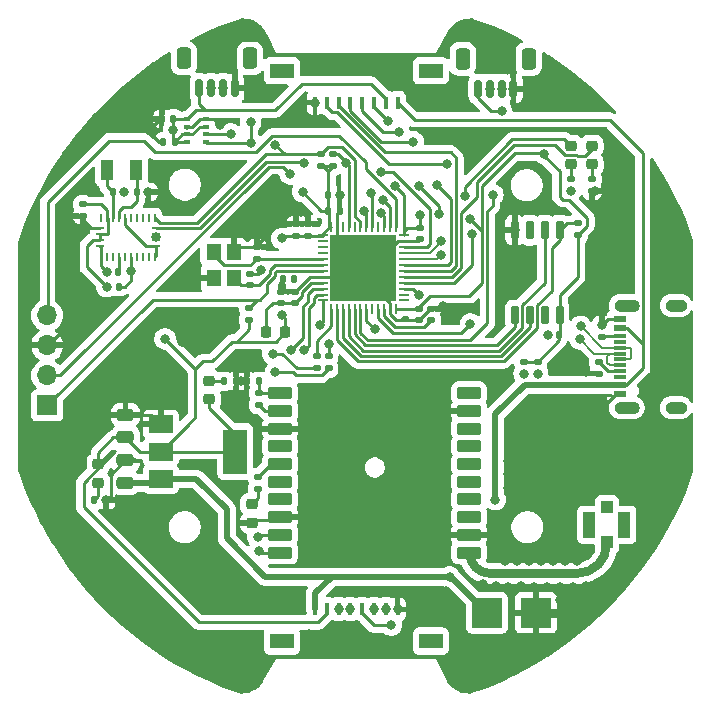
<source format=gbr>
%TF.GenerationSoftware,KiCad,Pcbnew,8.0.4*%
%TF.CreationDate,2024-11-10T21:25:59-06:00*%
%TF.ProjectId,ARES_FC,41524553-5f46-4432-9e6b-696361645f70,rev?*%
%TF.SameCoordinates,Original*%
%TF.FileFunction,Copper,L1,Top*%
%TF.FilePolarity,Positive*%
%FSLAX46Y46*%
G04 Gerber Fmt 4.6, Leading zero omitted, Abs format (unit mm)*
G04 Created by KiCad (PCBNEW 8.0.4) date 2024-11-10 21:25:59*
%MOMM*%
%LPD*%
G01*
G04 APERTURE LIST*
G04 Aperture macros list*
%AMRoundRect*
0 Rectangle with rounded corners*
0 $1 Rounding radius*
0 $2 $3 $4 $5 $6 $7 $8 $9 X,Y pos of 4 corners*
0 Add a 4 corners polygon primitive as box body*
4,1,4,$2,$3,$4,$5,$6,$7,$8,$9,$2,$3,0*
0 Add four circle primitives for the rounded corners*
1,1,$1+$1,$2,$3*
1,1,$1+$1,$4,$5*
1,1,$1+$1,$6,$7*
1,1,$1+$1,$8,$9*
0 Add four rect primitives between the rounded corners*
20,1,$1+$1,$2,$3,$4,$5,0*
20,1,$1+$1,$4,$5,$6,$7,0*
20,1,$1+$1,$6,$7,$8,$9,0*
20,1,$1+$1,$8,$9,$2,$3,0*%
G04 Aperture macros list end*
%TA.AperFunction,Conductor*%
%ADD10C,0.750000*%
%TD*%
%TA.AperFunction,EtchedComponent*%
%ADD11C,0.010000*%
%TD*%
%TA.AperFunction,ComponentPad*%
%ADD12R,2.500000X2.500000*%
%TD*%
%TA.AperFunction,SMDPad,CuDef*%
%ADD13RoundRect,0.140000X0.170000X-0.140000X0.170000X0.140000X-0.170000X0.140000X-0.170000X-0.140000X0*%
%TD*%
%TA.AperFunction,SMDPad,CuDef*%
%ADD14RoundRect,0.140000X0.140000X0.170000X-0.140000X0.170000X-0.140000X-0.170000X0.140000X-0.170000X0*%
%TD*%
%TA.AperFunction,SMDPad,CuDef*%
%ADD15RoundRect,0.135000X0.185000X-0.135000X0.185000X0.135000X-0.185000X0.135000X-0.185000X-0.135000X0*%
%TD*%
%TA.AperFunction,SMDPad,CuDef*%
%ADD16R,0.500000X0.350000*%
%TD*%
%TA.AperFunction,SMDPad,CuDef*%
%ADD17R,1.000000X1.000000*%
%TD*%
%TA.AperFunction,SMDPad,CuDef*%
%ADD18R,1.050000X2.200000*%
%TD*%
%TA.AperFunction,SMDPad,CuDef*%
%ADD19RoundRect,0.218750X0.256250X-0.218750X0.256250X0.218750X-0.256250X0.218750X-0.256250X-0.218750X0*%
%TD*%
%TA.AperFunction,SMDPad,CuDef*%
%ADD20RoundRect,0.140000X-0.170000X0.140000X-0.170000X-0.140000X0.170000X-0.140000X0.170000X0.140000X0*%
%TD*%
%TA.AperFunction,SMDPad,CuDef*%
%ADD21R,1.140000X0.600000*%
%TD*%
%TA.AperFunction,SMDPad,CuDef*%
%ADD22R,1.140000X0.300000*%
%TD*%
%TA.AperFunction,ComponentPad*%
%ADD23C,0.900000*%
%TD*%
%TA.AperFunction,SMDPad,CuDef*%
%ADD24R,1.200000X1.400000*%
%TD*%
%TA.AperFunction,SMDPad,CuDef*%
%ADD25RoundRect,0.140000X-0.140000X-0.170000X0.140000X-0.170000X0.140000X0.170000X-0.140000X0.170000X0*%
%TD*%
%TA.AperFunction,SMDPad,CuDef*%
%ADD26RoundRect,0.135000X-0.185000X0.135000X-0.185000X-0.135000X0.185000X-0.135000X0.185000X0.135000X0*%
%TD*%
%TA.AperFunction,SMDPad,CuDef*%
%ADD27RoundRect,0.150000X-0.150000X0.650000X-0.150000X-0.650000X0.150000X-0.650000X0.150000X0.650000X0*%
%TD*%
%TA.AperFunction,SMDPad,CuDef*%
%ADD28R,0.400000X1.000000*%
%TD*%
%TA.AperFunction,SMDPad,CuDef*%
%ADD29R,2.000000X1.300000*%
%TD*%
%TA.AperFunction,SMDPad,CuDef*%
%ADD30RoundRect,0.250000X0.475000X-0.250000X0.475000X0.250000X-0.475000X0.250000X-0.475000X-0.250000X0*%
%TD*%
%TA.AperFunction,SMDPad,CuDef*%
%ADD31RoundRect,0.135000X-0.135000X-0.185000X0.135000X-0.185000X0.135000X0.185000X-0.135000X0.185000X0*%
%TD*%
%TA.AperFunction,SMDPad,CuDef*%
%ADD32RoundRect,0.125000X-0.875000X-0.375000X0.875000X-0.375000X0.875000X0.375000X-0.875000X0.375000X0*%
%TD*%
%TA.AperFunction,SMDPad,CuDef*%
%ADD33RoundRect,0.150000X-0.150000X-0.625000X0.150000X-0.625000X0.150000X0.625000X-0.150000X0.625000X0*%
%TD*%
%TA.AperFunction,SMDPad,CuDef*%
%ADD34RoundRect,0.250000X-0.350000X-0.650000X0.350000X-0.650000X0.350000X0.650000X-0.350000X0.650000X0*%
%TD*%
%TA.AperFunction,SMDPad,CuDef*%
%ADD35RoundRect,0.062500X-0.375000X-0.062500X0.375000X-0.062500X0.375000X0.062500X-0.375000X0.062500X0*%
%TD*%
%TA.AperFunction,SMDPad,CuDef*%
%ADD36RoundRect,0.062500X-0.062500X-0.375000X0.062500X-0.375000X0.062500X0.375000X-0.062500X0.375000X0*%
%TD*%
%TA.AperFunction,SMDPad,CuDef*%
%ADD37R,5.600000X5.600000*%
%TD*%
%TA.AperFunction,SMDPad,CuDef*%
%ADD38R,1.000000X1.800000*%
%TD*%
%TA.AperFunction,SMDPad,CuDef*%
%ADD39R,2.000000X1.500000*%
%TD*%
%TA.AperFunction,SMDPad,CuDef*%
%ADD40R,2.000000X3.800000*%
%TD*%
%TA.AperFunction,ComponentPad*%
%ADD41R,1.700000X1.700000*%
%TD*%
%TA.AperFunction,ComponentPad*%
%ADD42O,1.700000X1.700000*%
%TD*%
%TA.AperFunction,SMDPad,CuDef*%
%ADD43R,0.254000X0.675000*%
%TD*%
%TA.AperFunction,SMDPad,CuDef*%
%ADD44R,0.675000X0.254000*%
%TD*%
%TA.AperFunction,SMDPad,CuDef*%
%ADD45RoundRect,0.218750X-0.218750X-0.256250X0.218750X-0.256250X0.218750X0.256250X-0.218750X0.256250X0*%
%TD*%
%TA.AperFunction,ViaPad*%
%ADD46C,0.800000*%
%TD*%
%TA.AperFunction,Conductor*%
%ADD47C,0.250000*%
%TD*%
%TA.AperFunction,Conductor*%
%ADD48C,0.500000*%
%TD*%
%TA.AperFunction,Conductor*%
%ADD49C,0.200000*%
%TD*%
G04 APERTURE END LIST*
D10*
%TO.N,Net-(AE1-A)*%
X161315589Y-117906800D02*
G75*
G02*
X159584681Y-116150685I11J1731100D01*
G01*
X171196000Y-115417600D02*
G75*
G02*
X168709413Y-117904200I-2486600J0D01*
G01*
D11*
%TD*%
%TO.C,J2*%
X173466500Y-94776000D02*
X173489500Y-94777000D01*
X173512500Y-94781000D01*
X173536500Y-94785000D01*
X173558500Y-94790000D01*
X173581500Y-94797000D01*
X173603500Y-94805000D01*
X173625500Y-94814000D01*
X173646500Y-94824000D01*
X173667500Y-94835000D01*
X173687500Y-94848000D01*
X173707500Y-94861000D01*
X173725500Y-94875000D01*
X173743500Y-94891000D01*
X173760500Y-94907000D01*
X173776500Y-94924000D01*
X173792500Y-94942000D01*
X173806500Y-94960000D01*
X173819500Y-94980000D01*
X173832500Y-95000000D01*
X173843500Y-95021000D01*
X173853500Y-95042000D01*
X173862500Y-95064000D01*
X173870500Y-95086000D01*
X173877500Y-95109000D01*
X173882500Y-95131000D01*
X173886500Y-95155000D01*
X173890500Y-95178000D01*
X173891500Y-95201000D01*
X173892500Y-95225000D01*
X173891500Y-95249000D01*
X173890500Y-95272000D01*
X173886500Y-95295000D01*
X173882500Y-95319000D01*
X173877500Y-95341000D01*
X173870500Y-95364000D01*
X173862500Y-95386000D01*
X173853500Y-95408000D01*
X173843500Y-95429000D01*
X173832500Y-95450000D01*
X173819500Y-95470000D01*
X173806500Y-95490000D01*
X173792500Y-95508000D01*
X173776500Y-95526000D01*
X173760500Y-95543000D01*
X173743500Y-95559000D01*
X173725500Y-95575000D01*
X173707500Y-95589000D01*
X173687500Y-95602000D01*
X173667500Y-95615000D01*
X173646500Y-95626000D01*
X173625500Y-95636000D01*
X173603500Y-95645000D01*
X173581500Y-95653000D01*
X173558500Y-95660000D01*
X173536500Y-95665000D01*
X173512500Y-95669000D01*
X173489500Y-95673000D01*
X173466500Y-95674000D01*
X173442500Y-95675000D01*
X172342500Y-95675000D01*
X172318500Y-95674000D01*
X172295500Y-95673000D01*
X172272500Y-95669000D01*
X172248500Y-95665000D01*
X172226500Y-95660000D01*
X172203500Y-95653000D01*
X172181500Y-95645000D01*
X172159500Y-95636000D01*
X172138500Y-95626000D01*
X172117500Y-95615000D01*
X172097500Y-95602000D01*
X172077500Y-95589000D01*
X172059500Y-95575000D01*
X172041500Y-95559000D01*
X172024500Y-95543000D01*
X172008500Y-95526000D01*
X171992500Y-95508000D01*
X171978500Y-95490000D01*
X171965500Y-95470000D01*
X171952500Y-95450000D01*
X171941500Y-95429000D01*
X171931500Y-95408000D01*
X171922500Y-95386000D01*
X171914500Y-95364000D01*
X171907500Y-95341000D01*
X171902500Y-95319000D01*
X171898500Y-95295000D01*
X171894500Y-95272000D01*
X171893500Y-95249000D01*
X171892500Y-95225000D01*
X171893500Y-95201000D01*
X171894500Y-95178000D01*
X171898500Y-95155000D01*
X171902500Y-95131000D01*
X171907500Y-95109000D01*
X171914500Y-95086000D01*
X171922500Y-95064000D01*
X171931500Y-95042000D01*
X171941500Y-95021000D01*
X171952500Y-95000000D01*
X171965500Y-94980000D01*
X171978500Y-94960000D01*
X171992500Y-94942000D01*
X172008500Y-94924000D01*
X172024500Y-94907000D01*
X172041500Y-94891000D01*
X172059500Y-94875000D01*
X172077500Y-94861000D01*
X172097500Y-94848000D01*
X172117500Y-94835000D01*
X172138500Y-94824000D01*
X172159500Y-94814000D01*
X172181500Y-94805000D01*
X172203500Y-94797000D01*
X172226500Y-94790000D01*
X172248500Y-94785000D01*
X172272500Y-94781000D01*
X172295500Y-94777000D01*
X172318500Y-94776000D01*
X172342500Y-94775000D01*
X173442500Y-94775000D01*
X173466500Y-94776000D01*
%TA.AperFunction,EtchedComponent*%
%TO.C,J2*%
G36*
X173466500Y-94776000D02*
G01*
X173489500Y-94777000D01*
X173512500Y-94781000D01*
X173536500Y-94785000D01*
X173558500Y-94790000D01*
X173581500Y-94797000D01*
X173603500Y-94805000D01*
X173625500Y-94814000D01*
X173646500Y-94824000D01*
X173667500Y-94835000D01*
X173687500Y-94848000D01*
X173707500Y-94861000D01*
X173725500Y-94875000D01*
X173743500Y-94891000D01*
X173760500Y-94907000D01*
X173776500Y-94924000D01*
X173792500Y-94942000D01*
X173806500Y-94960000D01*
X173819500Y-94980000D01*
X173832500Y-95000000D01*
X173843500Y-95021000D01*
X173853500Y-95042000D01*
X173862500Y-95064000D01*
X173870500Y-95086000D01*
X173877500Y-95109000D01*
X173882500Y-95131000D01*
X173886500Y-95155000D01*
X173890500Y-95178000D01*
X173891500Y-95201000D01*
X173892500Y-95225000D01*
X173891500Y-95249000D01*
X173890500Y-95272000D01*
X173886500Y-95295000D01*
X173882500Y-95319000D01*
X173877500Y-95341000D01*
X173870500Y-95364000D01*
X173862500Y-95386000D01*
X173853500Y-95408000D01*
X173843500Y-95429000D01*
X173832500Y-95450000D01*
X173819500Y-95470000D01*
X173806500Y-95490000D01*
X173792500Y-95508000D01*
X173776500Y-95526000D01*
X173760500Y-95543000D01*
X173743500Y-95559000D01*
X173725500Y-95575000D01*
X173707500Y-95589000D01*
X173687500Y-95602000D01*
X173667500Y-95615000D01*
X173646500Y-95626000D01*
X173625500Y-95636000D01*
X173603500Y-95645000D01*
X173581500Y-95653000D01*
X173558500Y-95660000D01*
X173536500Y-95665000D01*
X173512500Y-95669000D01*
X173489500Y-95673000D01*
X173466500Y-95674000D01*
X173442500Y-95675000D01*
X172342500Y-95675000D01*
X172318500Y-95674000D01*
X172295500Y-95673000D01*
X172272500Y-95669000D01*
X172248500Y-95665000D01*
X172226500Y-95660000D01*
X172203500Y-95653000D01*
X172181500Y-95645000D01*
X172159500Y-95636000D01*
X172138500Y-95626000D01*
X172117500Y-95615000D01*
X172097500Y-95602000D01*
X172077500Y-95589000D01*
X172059500Y-95575000D01*
X172041500Y-95559000D01*
X172024500Y-95543000D01*
X172008500Y-95526000D01*
X171992500Y-95508000D01*
X171978500Y-95490000D01*
X171965500Y-95470000D01*
X171952500Y-95450000D01*
X171941500Y-95429000D01*
X171931500Y-95408000D01*
X171922500Y-95386000D01*
X171914500Y-95364000D01*
X171907500Y-95341000D01*
X171902500Y-95319000D01*
X171898500Y-95295000D01*
X171894500Y-95272000D01*
X171893500Y-95249000D01*
X171892500Y-95225000D01*
X171893500Y-95201000D01*
X171894500Y-95178000D01*
X171898500Y-95155000D01*
X171902500Y-95131000D01*
X171907500Y-95109000D01*
X171914500Y-95086000D01*
X171922500Y-95064000D01*
X171931500Y-95042000D01*
X171941500Y-95021000D01*
X171952500Y-95000000D01*
X171965500Y-94980000D01*
X171978500Y-94960000D01*
X171992500Y-94942000D01*
X172008500Y-94924000D01*
X172024500Y-94907000D01*
X172041500Y-94891000D01*
X172059500Y-94875000D01*
X172077500Y-94861000D01*
X172097500Y-94848000D01*
X172117500Y-94835000D01*
X172138500Y-94824000D01*
X172159500Y-94814000D01*
X172181500Y-94805000D01*
X172203500Y-94797000D01*
X172226500Y-94790000D01*
X172248500Y-94785000D01*
X172272500Y-94781000D01*
X172295500Y-94777000D01*
X172318500Y-94776000D01*
X172342500Y-94775000D01*
X173442500Y-94775000D01*
X173466500Y-94776000D01*
G37*
%TD.AperFunction*%
X173466500Y-103426000D02*
X173489500Y-103427000D01*
X173512500Y-103431000D01*
X173536500Y-103435000D01*
X173558500Y-103440000D01*
X173581500Y-103447000D01*
X173603500Y-103455000D01*
X173625500Y-103464000D01*
X173646500Y-103474000D01*
X173667500Y-103485000D01*
X173687500Y-103498000D01*
X173707500Y-103511000D01*
X173725500Y-103525000D01*
X173743500Y-103541000D01*
X173760500Y-103557000D01*
X173776500Y-103574000D01*
X173792500Y-103592000D01*
X173806500Y-103610000D01*
X173819500Y-103630000D01*
X173832500Y-103650000D01*
X173843500Y-103671000D01*
X173853500Y-103692000D01*
X173862500Y-103714000D01*
X173870500Y-103736000D01*
X173877500Y-103759000D01*
X173882500Y-103781000D01*
X173886500Y-103805000D01*
X173890500Y-103828000D01*
X173891500Y-103851000D01*
X173892500Y-103875000D01*
X173891500Y-103899000D01*
X173890500Y-103922000D01*
X173886500Y-103945000D01*
X173882500Y-103969000D01*
X173877500Y-103991000D01*
X173870500Y-104014000D01*
X173862500Y-104036000D01*
X173853500Y-104058000D01*
X173843500Y-104079000D01*
X173832500Y-104100000D01*
X173819500Y-104120000D01*
X173806500Y-104140000D01*
X173792500Y-104158000D01*
X173776500Y-104176000D01*
X173760500Y-104193000D01*
X173743500Y-104209000D01*
X173725500Y-104225000D01*
X173707500Y-104239000D01*
X173687500Y-104252000D01*
X173667500Y-104265000D01*
X173646500Y-104276000D01*
X173625500Y-104286000D01*
X173603500Y-104295000D01*
X173581500Y-104303000D01*
X173558500Y-104310000D01*
X173536500Y-104315000D01*
X173512500Y-104319000D01*
X173489500Y-104323000D01*
X173466500Y-104324000D01*
X173442500Y-104325000D01*
X172342500Y-104325000D01*
X172318500Y-104324000D01*
X172295500Y-104323000D01*
X172272500Y-104319000D01*
X172248500Y-104315000D01*
X172226500Y-104310000D01*
X172203500Y-104303000D01*
X172181500Y-104295000D01*
X172159500Y-104286000D01*
X172138500Y-104276000D01*
X172117500Y-104265000D01*
X172097500Y-104252000D01*
X172077500Y-104239000D01*
X172059500Y-104225000D01*
X172041500Y-104209000D01*
X172024500Y-104193000D01*
X172008500Y-104176000D01*
X171992500Y-104158000D01*
X171978500Y-104140000D01*
X171965500Y-104120000D01*
X171952500Y-104100000D01*
X171941500Y-104079000D01*
X171931500Y-104058000D01*
X171922500Y-104036000D01*
X171914500Y-104014000D01*
X171907500Y-103991000D01*
X171902500Y-103969000D01*
X171898500Y-103945000D01*
X171894500Y-103922000D01*
X171893500Y-103899000D01*
X171892500Y-103875000D01*
X171893500Y-103851000D01*
X171894500Y-103828000D01*
X171898500Y-103805000D01*
X171902500Y-103781000D01*
X171907500Y-103759000D01*
X171914500Y-103736000D01*
X171922500Y-103714000D01*
X171931500Y-103692000D01*
X171941500Y-103671000D01*
X171952500Y-103650000D01*
X171965500Y-103630000D01*
X171978500Y-103610000D01*
X171992500Y-103592000D01*
X172008500Y-103574000D01*
X172024500Y-103557000D01*
X172041500Y-103541000D01*
X172059500Y-103525000D01*
X172077500Y-103511000D01*
X172097500Y-103498000D01*
X172117500Y-103485000D01*
X172138500Y-103474000D01*
X172159500Y-103464000D01*
X172181500Y-103455000D01*
X172203500Y-103447000D01*
X172226500Y-103440000D01*
X172248500Y-103435000D01*
X172272500Y-103431000D01*
X172295500Y-103427000D01*
X172318500Y-103426000D01*
X172342500Y-103425000D01*
X173442500Y-103425000D01*
X173466500Y-103426000D01*
%TA.AperFunction,EtchedComponent*%
G36*
X173466500Y-103426000D02*
G01*
X173489500Y-103427000D01*
X173512500Y-103431000D01*
X173536500Y-103435000D01*
X173558500Y-103440000D01*
X173581500Y-103447000D01*
X173603500Y-103455000D01*
X173625500Y-103464000D01*
X173646500Y-103474000D01*
X173667500Y-103485000D01*
X173687500Y-103498000D01*
X173707500Y-103511000D01*
X173725500Y-103525000D01*
X173743500Y-103541000D01*
X173760500Y-103557000D01*
X173776500Y-103574000D01*
X173792500Y-103592000D01*
X173806500Y-103610000D01*
X173819500Y-103630000D01*
X173832500Y-103650000D01*
X173843500Y-103671000D01*
X173853500Y-103692000D01*
X173862500Y-103714000D01*
X173870500Y-103736000D01*
X173877500Y-103759000D01*
X173882500Y-103781000D01*
X173886500Y-103805000D01*
X173890500Y-103828000D01*
X173891500Y-103851000D01*
X173892500Y-103875000D01*
X173891500Y-103899000D01*
X173890500Y-103922000D01*
X173886500Y-103945000D01*
X173882500Y-103969000D01*
X173877500Y-103991000D01*
X173870500Y-104014000D01*
X173862500Y-104036000D01*
X173853500Y-104058000D01*
X173843500Y-104079000D01*
X173832500Y-104100000D01*
X173819500Y-104120000D01*
X173806500Y-104140000D01*
X173792500Y-104158000D01*
X173776500Y-104176000D01*
X173760500Y-104193000D01*
X173743500Y-104209000D01*
X173725500Y-104225000D01*
X173707500Y-104239000D01*
X173687500Y-104252000D01*
X173667500Y-104265000D01*
X173646500Y-104276000D01*
X173625500Y-104286000D01*
X173603500Y-104295000D01*
X173581500Y-104303000D01*
X173558500Y-104310000D01*
X173536500Y-104315000D01*
X173512500Y-104319000D01*
X173489500Y-104323000D01*
X173466500Y-104324000D01*
X173442500Y-104325000D01*
X172342500Y-104325000D01*
X172318500Y-104324000D01*
X172295500Y-104323000D01*
X172272500Y-104319000D01*
X172248500Y-104315000D01*
X172226500Y-104310000D01*
X172203500Y-104303000D01*
X172181500Y-104295000D01*
X172159500Y-104286000D01*
X172138500Y-104276000D01*
X172117500Y-104265000D01*
X172097500Y-104252000D01*
X172077500Y-104239000D01*
X172059500Y-104225000D01*
X172041500Y-104209000D01*
X172024500Y-104193000D01*
X172008500Y-104176000D01*
X171992500Y-104158000D01*
X171978500Y-104140000D01*
X171965500Y-104120000D01*
X171952500Y-104100000D01*
X171941500Y-104079000D01*
X171931500Y-104058000D01*
X171922500Y-104036000D01*
X171914500Y-104014000D01*
X171907500Y-103991000D01*
X171902500Y-103969000D01*
X171898500Y-103945000D01*
X171894500Y-103922000D01*
X171893500Y-103899000D01*
X171892500Y-103875000D01*
X171893500Y-103851000D01*
X171894500Y-103828000D01*
X171898500Y-103805000D01*
X171902500Y-103781000D01*
X171907500Y-103759000D01*
X171914500Y-103736000D01*
X171922500Y-103714000D01*
X171931500Y-103692000D01*
X171941500Y-103671000D01*
X171952500Y-103650000D01*
X171965500Y-103630000D01*
X171978500Y-103610000D01*
X171992500Y-103592000D01*
X172008500Y-103574000D01*
X172024500Y-103557000D01*
X172041500Y-103541000D01*
X172059500Y-103525000D01*
X172077500Y-103511000D01*
X172097500Y-103498000D01*
X172117500Y-103485000D01*
X172138500Y-103474000D01*
X172159500Y-103464000D01*
X172181500Y-103455000D01*
X172203500Y-103447000D01*
X172226500Y-103440000D01*
X172248500Y-103435000D01*
X172272500Y-103431000D01*
X172295500Y-103427000D01*
X172318500Y-103426000D01*
X172342500Y-103425000D01*
X173442500Y-103425000D01*
X173466500Y-103426000D01*
G37*
%TD.AperFunction*%
X177486500Y-94776000D02*
X177509500Y-94777000D01*
X177532500Y-94781000D01*
X177556500Y-94785000D01*
X177578500Y-94790000D01*
X177601500Y-94797000D01*
X177623500Y-94805000D01*
X177645500Y-94814000D01*
X177666500Y-94824000D01*
X177687500Y-94835000D01*
X177707500Y-94848000D01*
X177727500Y-94861000D01*
X177745500Y-94875000D01*
X177763500Y-94891000D01*
X177780500Y-94907000D01*
X177796500Y-94924000D01*
X177812500Y-94942000D01*
X177826500Y-94960000D01*
X177839500Y-94980000D01*
X177852500Y-95000000D01*
X177863500Y-95021000D01*
X177873500Y-95042000D01*
X177882500Y-95064000D01*
X177890500Y-95086000D01*
X177897500Y-95109000D01*
X177902500Y-95131000D01*
X177906500Y-95155000D01*
X177910500Y-95178000D01*
X177911500Y-95201000D01*
X177912500Y-95225000D01*
X177911500Y-95249000D01*
X177910500Y-95272000D01*
X177906500Y-95295000D01*
X177902500Y-95319000D01*
X177897500Y-95341000D01*
X177890500Y-95364000D01*
X177882500Y-95386000D01*
X177873500Y-95408000D01*
X177863500Y-95429000D01*
X177852500Y-95450000D01*
X177839500Y-95470000D01*
X177826500Y-95490000D01*
X177812500Y-95508000D01*
X177796500Y-95526000D01*
X177780500Y-95543000D01*
X177763500Y-95559000D01*
X177745500Y-95575000D01*
X177727500Y-95589000D01*
X177707500Y-95602000D01*
X177687500Y-95615000D01*
X177666500Y-95626000D01*
X177645500Y-95636000D01*
X177623500Y-95645000D01*
X177601500Y-95653000D01*
X177578500Y-95660000D01*
X177556500Y-95665000D01*
X177532500Y-95669000D01*
X177509500Y-95673000D01*
X177486500Y-95674000D01*
X177462500Y-95675000D01*
X176662500Y-95675000D01*
X176638500Y-95674000D01*
X176615500Y-95673000D01*
X176592500Y-95669000D01*
X176568500Y-95665000D01*
X176546500Y-95660000D01*
X176523500Y-95653000D01*
X176501500Y-95645000D01*
X176479500Y-95636000D01*
X176458500Y-95626000D01*
X176437500Y-95615000D01*
X176417500Y-95602000D01*
X176397500Y-95589000D01*
X176379500Y-95575000D01*
X176361500Y-95559000D01*
X176344500Y-95543000D01*
X176328500Y-95526000D01*
X176312500Y-95508000D01*
X176298500Y-95490000D01*
X176285500Y-95470000D01*
X176272500Y-95450000D01*
X176261500Y-95429000D01*
X176251500Y-95408000D01*
X176242500Y-95386000D01*
X176234500Y-95364000D01*
X176227500Y-95341000D01*
X176222500Y-95319000D01*
X176218500Y-95295000D01*
X176214500Y-95272000D01*
X176213500Y-95249000D01*
X176212500Y-95225000D01*
X176213500Y-95201000D01*
X176214500Y-95178000D01*
X176218500Y-95155000D01*
X176222500Y-95131000D01*
X176227500Y-95109000D01*
X176234500Y-95086000D01*
X176242500Y-95064000D01*
X176251500Y-95042000D01*
X176261500Y-95021000D01*
X176272500Y-95000000D01*
X176285500Y-94980000D01*
X176298500Y-94960000D01*
X176312500Y-94942000D01*
X176328500Y-94924000D01*
X176344500Y-94907000D01*
X176361500Y-94891000D01*
X176379500Y-94875000D01*
X176397500Y-94861000D01*
X176417500Y-94848000D01*
X176437500Y-94835000D01*
X176458500Y-94824000D01*
X176479500Y-94814000D01*
X176501500Y-94805000D01*
X176523500Y-94797000D01*
X176546500Y-94790000D01*
X176568500Y-94785000D01*
X176592500Y-94781000D01*
X176615500Y-94777000D01*
X176638500Y-94776000D01*
X176662500Y-94775000D01*
X177462500Y-94775000D01*
X177486500Y-94776000D01*
%TA.AperFunction,EtchedComponent*%
G36*
X177486500Y-94776000D02*
G01*
X177509500Y-94777000D01*
X177532500Y-94781000D01*
X177556500Y-94785000D01*
X177578500Y-94790000D01*
X177601500Y-94797000D01*
X177623500Y-94805000D01*
X177645500Y-94814000D01*
X177666500Y-94824000D01*
X177687500Y-94835000D01*
X177707500Y-94848000D01*
X177727500Y-94861000D01*
X177745500Y-94875000D01*
X177763500Y-94891000D01*
X177780500Y-94907000D01*
X177796500Y-94924000D01*
X177812500Y-94942000D01*
X177826500Y-94960000D01*
X177839500Y-94980000D01*
X177852500Y-95000000D01*
X177863500Y-95021000D01*
X177873500Y-95042000D01*
X177882500Y-95064000D01*
X177890500Y-95086000D01*
X177897500Y-95109000D01*
X177902500Y-95131000D01*
X177906500Y-95155000D01*
X177910500Y-95178000D01*
X177911500Y-95201000D01*
X177912500Y-95225000D01*
X177911500Y-95249000D01*
X177910500Y-95272000D01*
X177906500Y-95295000D01*
X177902500Y-95319000D01*
X177897500Y-95341000D01*
X177890500Y-95364000D01*
X177882500Y-95386000D01*
X177873500Y-95408000D01*
X177863500Y-95429000D01*
X177852500Y-95450000D01*
X177839500Y-95470000D01*
X177826500Y-95490000D01*
X177812500Y-95508000D01*
X177796500Y-95526000D01*
X177780500Y-95543000D01*
X177763500Y-95559000D01*
X177745500Y-95575000D01*
X177727500Y-95589000D01*
X177707500Y-95602000D01*
X177687500Y-95615000D01*
X177666500Y-95626000D01*
X177645500Y-95636000D01*
X177623500Y-95645000D01*
X177601500Y-95653000D01*
X177578500Y-95660000D01*
X177556500Y-95665000D01*
X177532500Y-95669000D01*
X177509500Y-95673000D01*
X177486500Y-95674000D01*
X177462500Y-95675000D01*
X176662500Y-95675000D01*
X176638500Y-95674000D01*
X176615500Y-95673000D01*
X176592500Y-95669000D01*
X176568500Y-95665000D01*
X176546500Y-95660000D01*
X176523500Y-95653000D01*
X176501500Y-95645000D01*
X176479500Y-95636000D01*
X176458500Y-95626000D01*
X176437500Y-95615000D01*
X176417500Y-95602000D01*
X176397500Y-95589000D01*
X176379500Y-95575000D01*
X176361500Y-95559000D01*
X176344500Y-95543000D01*
X176328500Y-95526000D01*
X176312500Y-95508000D01*
X176298500Y-95490000D01*
X176285500Y-95470000D01*
X176272500Y-95450000D01*
X176261500Y-95429000D01*
X176251500Y-95408000D01*
X176242500Y-95386000D01*
X176234500Y-95364000D01*
X176227500Y-95341000D01*
X176222500Y-95319000D01*
X176218500Y-95295000D01*
X176214500Y-95272000D01*
X176213500Y-95249000D01*
X176212500Y-95225000D01*
X176213500Y-95201000D01*
X176214500Y-95178000D01*
X176218500Y-95155000D01*
X176222500Y-95131000D01*
X176227500Y-95109000D01*
X176234500Y-95086000D01*
X176242500Y-95064000D01*
X176251500Y-95042000D01*
X176261500Y-95021000D01*
X176272500Y-95000000D01*
X176285500Y-94980000D01*
X176298500Y-94960000D01*
X176312500Y-94942000D01*
X176328500Y-94924000D01*
X176344500Y-94907000D01*
X176361500Y-94891000D01*
X176379500Y-94875000D01*
X176397500Y-94861000D01*
X176417500Y-94848000D01*
X176437500Y-94835000D01*
X176458500Y-94824000D01*
X176479500Y-94814000D01*
X176501500Y-94805000D01*
X176523500Y-94797000D01*
X176546500Y-94790000D01*
X176568500Y-94785000D01*
X176592500Y-94781000D01*
X176615500Y-94777000D01*
X176638500Y-94776000D01*
X176662500Y-94775000D01*
X177462500Y-94775000D01*
X177486500Y-94776000D01*
G37*
%TD.AperFunction*%
X177486500Y-103426000D02*
X177509500Y-103427000D01*
X177532500Y-103431000D01*
X177556500Y-103435000D01*
X177578500Y-103440000D01*
X177601500Y-103447000D01*
X177623500Y-103455000D01*
X177645500Y-103464000D01*
X177666500Y-103474000D01*
X177687500Y-103485000D01*
X177707500Y-103498000D01*
X177727500Y-103511000D01*
X177745500Y-103525000D01*
X177763500Y-103541000D01*
X177780500Y-103557000D01*
X177796500Y-103574000D01*
X177812500Y-103592000D01*
X177826500Y-103610000D01*
X177839500Y-103630000D01*
X177852500Y-103650000D01*
X177863500Y-103671000D01*
X177873500Y-103692000D01*
X177882500Y-103714000D01*
X177890500Y-103736000D01*
X177897500Y-103759000D01*
X177902500Y-103781000D01*
X177906500Y-103805000D01*
X177910500Y-103828000D01*
X177911500Y-103851000D01*
X177912500Y-103875000D01*
X177911500Y-103899000D01*
X177910500Y-103922000D01*
X177906500Y-103945000D01*
X177902500Y-103969000D01*
X177897500Y-103991000D01*
X177890500Y-104014000D01*
X177882500Y-104036000D01*
X177873500Y-104058000D01*
X177863500Y-104079000D01*
X177852500Y-104100000D01*
X177839500Y-104120000D01*
X177826500Y-104140000D01*
X177812500Y-104158000D01*
X177796500Y-104176000D01*
X177780500Y-104193000D01*
X177763500Y-104209000D01*
X177745500Y-104225000D01*
X177727500Y-104239000D01*
X177707500Y-104252000D01*
X177687500Y-104265000D01*
X177666500Y-104276000D01*
X177645500Y-104286000D01*
X177623500Y-104295000D01*
X177601500Y-104303000D01*
X177578500Y-104310000D01*
X177556500Y-104315000D01*
X177532500Y-104319000D01*
X177509500Y-104323000D01*
X177486500Y-104324000D01*
X177462500Y-104325000D01*
X176662500Y-104325000D01*
X176638500Y-104324000D01*
X176615500Y-104323000D01*
X176592500Y-104319000D01*
X176568500Y-104315000D01*
X176546500Y-104310000D01*
X176523500Y-104303000D01*
X176501500Y-104295000D01*
X176479500Y-104286000D01*
X176458500Y-104276000D01*
X176437500Y-104265000D01*
X176417500Y-104252000D01*
X176397500Y-104239000D01*
X176379500Y-104225000D01*
X176361500Y-104209000D01*
X176344500Y-104193000D01*
X176328500Y-104176000D01*
X176312500Y-104158000D01*
X176298500Y-104140000D01*
X176285500Y-104120000D01*
X176272500Y-104100000D01*
X176261500Y-104079000D01*
X176251500Y-104058000D01*
X176242500Y-104036000D01*
X176234500Y-104014000D01*
X176227500Y-103991000D01*
X176222500Y-103969000D01*
X176218500Y-103945000D01*
X176214500Y-103922000D01*
X176213500Y-103899000D01*
X176212500Y-103875000D01*
X176213500Y-103851000D01*
X176214500Y-103828000D01*
X176218500Y-103805000D01*
X176222500Y-103781000D01*
X176227500Y-103759000D01*
X176234500Y-103736000D01*
X176242500Y-103714000D01*
X176251500Y-103692000D01*
X176261500Y-103671000D01*
X176272500Y-103650000D01*
X176285500Y-103630000D01*
X176298500Y-103610000D01*
X176312500Y-103592000D01*
X176328500Y-103574000D01*
X176344500Y-103557000D01*
X176361500Y-103541000D01*
X176379500Y-103525000D01*
X176397500Y-103511000D01*
X176417500Y-103498000D01*
X176437500Y-103485000D01*
X176458500Y-103474000D01*
X176479500Y-103464000D01*
X176501500Y-103455000D01*
X176523500Y-103447000D01*
X176546500Y-103440000D01*
X176568500Y-103435000D01*
X176592500Y-103431000D01*
X176615500Y-103427000D01*
X176638500Y-103426000D01*
X176662500Y-103425000D01*
X177462500Y-103425000D01*
X177486500Y-103426000D01*
%TA.AperFunction,EtchedComponent*%
G36*
X177486500Y-103426000D02*
G01*
X177509500Y-103427000D01*
X177532500Y-103431000D01*
X177556500Y-103435000D01*
X177578500Y-103440000D01*
X177601500Y-103447000D01*
X177623500Y-103455000D01*
X177645500Y-103464000D01*
X177666500Y-103474000D01*
X177687500Y-103485000D01*
X177707500Y-103498000D01*
X177727500Y-103511000D01*
X177745500Y-103525000D01*
X177763500Y-103541000D01*
X177780500Y-103557000D01*
X177796500Y-103574000D01*
X177812500Y-103592000D01*
X177826500Y-103610000D01*
X177839500Y-103630000D01*
X177852500Y-103650000D01*
X177863500Y-103671000D01*
X177873500Y-103692000D01*
X177882500Y-103714000D01*
X177890500Y-103736000D01*
X177897500Y-103759000D01*
X177902500Y-103781000D01*
X177906500Y-103805000D01*
X177910500Y-103828000D01*
X177911500Y-103851000D01*
X177912500Y-103875000D01*
X177911500Y-103899000D01*
X177910500Y-103922000D01*
X177906500Y-103945000D01*
X177902500Y-103969000D01*
X177897500Y-103991000D01*
X177890500Y-104014000D01*
X177882500Y-104036000D01*
X177873500Y-104058000D01*
X177863500Y-104079000D01*
X177852500Y-104100000D01*
X177839500Y-104120000D01*
X177826500Y-104140000D01*
X177812500Y-104158000D01*
X177796500Y-104176000D01*
X177780500Y-104193000D01*
X177763500Y-104209000D01*
X177745500Y-104225000D01*
X177727500Y-104239000D01*
X177707500Y-104252000D01*
X177687500Y-104265000D01*
X177666500Y-104276000D01*
X177645500Y-104286000D01*
X177623500Y-104295000D01*
X177601500Y-104303000D01*
X177578500Y-104310000D01*
X177556500Y-104315000D01*
X177532500Y-104319000D01*
X177509500Y-104323000D01*
X177486500Y-104324000D01*
X177462500Y-104325000D01*
X176662500Y-104325000D01*
X176638500Y-104324000D01*
X176615500Y-104323000D01*
X176592500Y-104319000D01*
X176568500Y-104315000D01*
X176546500Y-104310000D01*
X176523500Y-104303000D01*
X176501500Y-104295000D01*
X176479500Y-104286000D01*
X176458500Y-104276000D01*
X176437500Y-104265000D01*
X176417500Y-104252000D01*
X176397500Y-104239000D01*
X176379500Y-104225000D01*
X176361500Y-104209000D01*
X176344500Y-104193000D01*
X176328500Y-104176000D01*
X176312500Y-104158000D01*
X176298500Y-104140000D01*
X176285500Y-104120000D01*
X176272500Y-104100000D01*
X176261500Y-104079000D01*
X176251500Y-104058000D01*
X176242500Y-104036000D01*
X176234500Y-104014000D01*
X176227500Y-103991000D01*
X176222500Y-103969000D01*
X176218500Y-103945000D01*
X176214500Y-103922000D01*
X176213500Y-103899000D01*
X176212500Y-103875000D01*
X176213500Y-103851000D01*
X176214500Y-103828000D01*
X176218500Y-103805000D01*
X176222500Y-103781000D01*
X176227500Y-103759000D01*
X176234500Y-103736000D01*
X176242500Y-103714000D01*
X176251500Y-103692000D01*
X176261500Y-103671000D01*
X176272500Y-103650000D01*
X176285500Y-103630000D01*
X176298500Y-103610000D01*
X176312500Y-103592000D01*
X176328500Y-103574000D01*
X176344500Y-103557000D01*
X176361500Y-103541000D01*
X176379500Y-103525000D01*
X176397500Y-103511000D01*
X176417500Y-103498000D01*
X176437500Y-103485000D01*
X176458500Y-103474000D01*
X176479500Y-103464000D01*
X176501500Y-103455000D01*
X176523500Y-103447000D01*
X176546500Y-103440000D01*
X176568500Y-103435000D01*
X176592500Y-103431000D01*
X176615500Y-103427000D01*
X176638500Y-103426000D01*
X176662500Y-103425000D01*
X177462500Y-103425000D01*
X177486500Y-103426000D01*
G37*
%TD.AperFunction*%
%TD*%
D12*
%TO.P,J5,1,Pin_1*%
%TO.N,GND*%
X165214000Y-121250000D03*
%TD*%
D13*
%TO.P,C3,1*%
%TO.N,/OSC_OUT*%
X141000000Y-93508540D03*
%TO.P,C3,2*%
%TO.N,GND*%
X141000000Y-92548540D03*
%TD*%
D14*
%TO.P,C16,1*%
%TO.N,Net-(U4-CAP)*%
X129852500Y-92359500D03*
%TO.P,C16,2*%
%TO.N,GND*%
X128892500Y-92359500D03*
%TD*%
D15*
%TO.P,R14,1*%
%TO.N,+3.3V*%
X140900000Y-96460000D03*
%TO.P,R14,2*%
%TO.N,/NRST*%
X140900000Y-95440000D03*
%TD*%
D12*
%TO.P,J4,1,Pin_1*%
%TO.N,VBUS*%
X161058000Y-121250000D03*
%TD*%
D16*
%TO.P,U3,1,GND*%
%TO.N,GND*%
X137287500Y-79450000D03*
%TO.P,U3,2,CSB*%
%TO.N,+3.3V*%
X137287500Y-80100000D03*
%TO.P,U3,3,SDI*%
%TO.N,/SDA*%
X137287500Y-80750000D03*
%TO.P,U3,4,SCK*%
%TO.N,/SCL*%
X137287500Y-81400000D03*
%TO.P,U3,5,SDO*%
%TO.N,+3.3V*%
X135687500Y-81400000D03*
%TO.P,U3,6,VDDIO*%
X135687500Y-80750000D03*
%TO.P,U3,7,GND*%
%TO.N,GND*%
X135687500Y-80100000D03*
%TO.P,U3,8,VDD*%
%TO.N,+3.3V*%
X135687500Y-79450000D03*
%TD*%
D17*
%TO.P,AE1,1,A*%
%TO.N,Net-(AE1-A)*%
X171200000Y-115292000D03*
D18*
%TO.P,AE1,2*%
%TO.N,N/C*%
X169725000Y-113792000D03*
D17*
X171200000Y-112292000D03*
D18*
X172675000Y-113792000D03*
%TD*%
D19*
%TO.P,D3,1,K*%
%TO.N,Net-(D3-K)*%
X169950000Y-83287500D03*
%TO.P,D3,2,A*%
%TO.N,/LED_B*%
X169950000Y-81712500D03*
%TD*%
D20*
%TO.P,C15,1*%
%TO.N,+3.3V*%
X126832500Y-86672500D03*
%TO.P,C15,2*%
%TO.N,GND*%
X126832500Y-87632500D03*
%TD*%
%TO.P,C7,1*%
%TO.N,+3.3V*%
X155378000Y-88668540D03*
%TO.P,C7,2*%
%TO.N,GND*%
X155378000Y-89628540D03*
%TD*%
D21*
%TO.P,J2,A1/B12,GND*%
%TO.N,GND*%
X172312500Y-102750000D03*
%TO.P,J2,A4/B9,VBUS*%
%TO.N,VBUS*%
X172312500Y-101950000D03*
D22*
%TO.P,J2,A5,CC1*%
%TO.N,Net-(J2-CC1)*%
X172312500Y-100800000D03*
%TO.P,J2,A6,DP1*%
%TO.N,/USB_D+*%
X172312500Y-99800000D03*
%TO.P,J2,A7,DN1*%
%TO.N,/USB_D-*%
X172312500Y-99300000D03*
%TO.P,J2,A8,SBU1*%
%TO.N,unconnected-(J2-SBU1-PadA8)*%
X172312500Y-98300000D03*
D21*
%TO.P,J2,B1/A12,GND*%
%TO.N,GND*%
X172312500Y-96350000D03*
%TO.P,J2,B4/A9,VBUS*%
%TO.N,VBUS*%
X172312500Y-97150000D03*
D22*
%TO.P,J2,B5,CC2*%
%TO.N,Net-(J2-CC2)*%
X172312500Y-97800000D03*
%TO.P,J2,B6,DP2*%
%TO.N,/USB_D+*%
X172312500Y-98800000D03*
%TO.P,J2,B7,DN2*%
%TO.N,/USB_D-*%
X172312500Y-100300000D03*
%TO.P,J2,B8,SBU2*%
%TO.N,unconnected-(J2-SBU2-PadB8)*%
X172312500Y-101300000D03*
D23*
%TO.P,J2,S1,SHIELD*%
%TO.N,GND*%
X172892500Y-103875000D03*
%TO.P,J2,S2,SHIELD*%
X172892500Y-95225000D03*
%TO.P,J2,S3,SHIELD*%
X177062500Y-103875000D03*
%TO.P,J2,S4,SHIELD*%
X177062500Y-95225000D03*
%TD*%
D24*
%TO.P,Y1,1,1*%
%TO.N,/OSC_IN*%
X137910800Y-90707340D03*
%TO.P,Y1,2,2*%
%TO.N,GND*%
X137910800Y-92907340D03*
%TO.P,Y1,3,3*%
%TO.N,/OSC_OUT*%
X139610800Y-92907340D03*
%TO.P,Y1,4,4*%
%TO.N,GND*%
X139610800Y-90707340D03*
%TD*%
D25*
%TO.P,C18,1*%
%TO.N,Net-(U4-XIN32)*%
X129400500Y-85628500D03*
%TO.P,C18,2*%
%TO.N,GND*%
X130360500Y-85628500D03*
%TD*%
%TO.P,C23,1*%
%TO.N,GND*%
X133557500Y-79425000D03*
%TO.P,C23,2*%
%TO.N,+3.3V*%
X134517500Y-79425000D03*
%TD*%
D26*
%TO.P,R2,1*%
%TO.N,GND*%
X170784760Y-96841200D03*
%TO.P,R2,2*%
%TO.N,Net-(J2-CC2)*%
X170784760Y-97861200D03*
%TD*%
D27*
%TO.P,U5,1,~{CS}*%
%TO.N,/CS_FLASH*%
X167227500Y-88850000D03*
%TO.P,U5,2,DO(IO1)*%
%TO.N,/MISO*%
X165957500Y-88850000D03*
%TO.P,U5,3,IO2*%
%TO.N,unconnected-(U5-IO2-Pad3)*%
X164687500Y-88850000D03*
%TO.P,U5,4,GND*%
%TO.N,GND*%
X163417500Y-88850000D03*
%TO.P,U5,5,DI(IO0)*%
%TO.N,/MOSI*%
X163417500Y-96050000D03*
%TO.P,U5,6,CLK*%
%TO.N,/SCLK*%
X164687500Y-96050000D03*
%TO.P,U5,7,IO3*%
%TO.N,unconnected-(U5-IO3-Pad7)*%
X165957500Y-96050000D03*
%TO.P,U5,8,VCC*%
%TO.N,+3.3V*%
X167227500Y-96050000D03*
%TD*%
D15*
%TO.P,R15,1*%
%TO.N,/MOTOR_SDA*%
X164200000Y-101010000D03*
%TO.P,R15,2*%
%TO.N,+3.3V*%
X164200000Y-99990000D03*
%TD*%
D25*
%TO.P,C8,1*%
%TO.N,+3.3V*%
X147617000Y-87189740D03*
%TO.P,C8,2*%
%TO.N,GND*%
X148577000Y-87189740D03*
%TD*%
D28*
%TO.P,J3,1,Pin_1*%
%TO.N,VBUS*%
X146500000Y-120950000D03*
%TO.P,J3,2,Pin_2*%
%TO.N,+3.3V*%
X147500000Y-120950000D03*
%TO.P,J3,3,Pin_3*%
%TO.N,/S1_MP*%
X148500000Y-120950000D03*
%TO.P,J3,4,Pin_4*%
%TO.N,/S2_MP*%
X149500000Y-120950000D03*
%TO.P,J3,5,Pin_5*%
%TO.N,/MOTOR_SDA*%
X150500000Y-120950000D03*
%TO.P,J3,6,Pin_6*%
%TO.N,/MOTOR_SCL*%
X151500000Y-120950000D03*
%TO.P,J3,7,Pin_7*%
%TO.N,/MOTOR_NRST*%
X152500000Y-120950000D03*
%TO.P,J3,8,Pin_8*%
%TO.N,GND*%
X153500000Y-120950000D03*
D29*
%TO.P,J3,MP*%
%TO.N,N/C*%
X143700000Y-123650000D03*
X156300000Y-123650000D03*
%TD*%
D15*
%TO.P,R1,1*%
%TO.N,GND*%
X170534760Y-101011200D03*
%TO.P,R1,2*%
%TO.N,Net-(J2-CC1)*%
X170534760Y-99991200D03*
%TD*%
D26*
%TO.P,R12,1*%
%TO.N,/SDA*%
X147000000Y-82390000D03*
%TO.P,R12,2*%
%TO.N,+3.3V*%
X147000000Y-83410000D03*
%TD*%
D25*
%TO.P,C21,1*%
%TO.N,Net-(C21-Pad1)*%
X138820000Y-101650000D03*
%TO.P,C21,2*%
%TO.N,GND*%
X139780000Y-101650000D03*
%TD*%
D19*
%TO.P,FB2,1*%
%TO.N,+3.3V*%
X137550000Y-103187500D03*
%TO.P,FB2,2*%
%TO.N,Net-(C21-Pad1)*%
X137550000Y-101612500D03*
%TD*%
D30*
%TO.P,C13,1*%
%TO.N,VBUS*%
X130450000Y-110250000D03*
%TO.P,C13,2*%
%TO.N,GND*%
X130450000Y-108350000D03*
%TD*%
D26*
%TO.P,R9,1*%
%TO.N,Net-(D3-K)*%
X169950000Y-84527500D03*
%TO.P,R9,2*%
%TO.N,GND*%
X169950000Y-85547500D03*
%TD*%
D31*
%TO.P,R4,1*%
%TO.N,+3.3V*%
X128862500Y-93629500D03*
%TO.P,R4,2*%
%TO.N,/BNO_NRST*%
X129882500Y-93629500D03*
%TD*%
D32*
%TO.P,U6,1,VCC*%
%TO.N,Net-(U6-VCC)*%
X143550000Y-102650000D03*
%TO.P,U6,2,NRESET*%
%TO.N,/GPS_NRST*%
X143550000Y-104150000D03*
%TO.P,U6,3,GND*%
%TO.N,GND*%
X143550000Y-105650000D03*
%TO.P,U6,4,VBACKUP*%
%TO.N,unconnected-(U6-VBACKUP-Pad4)*%
X143550000Y-107150000D03*
%TO.P,U6,5,3D-FIX*%
%TO.N,Net-(U6-3D-FIX)*%
X143550000Y-108650000D03*
%TO.P,U6,6,NC*%
%TO.N,unconnected-(U6-NC-Pad6)*%
X143550000Y-110150000D03*
%TO.P,U6,7,NC*%
%TO.N,unconnected-(U6-NC-Pad7)*%
X143550000Y-111650000D03*
%TO.P,U6,8,GND*%
%TO.N,GND*%
X143550000Y-113150000D03*
%TO.P,U6,9,TX*%
%TO.N,Net-(U6-TX)*%
X143550000Y-114650000D03*
%TO.P,U6,10,RX*%
%TO.N,Net-(U6-RX)*%
X143550000Y-116150000D03*
%TO.P,U6,11,EX_ANT*%
%TO.N,Net-(AE1-A)*%
X159550000Y-116150000D03*
%TO.P,U6,12,GND*%
%TO.N,GND*%
X159550000Y-114650000D03*
%TO.P,U6,13,1PPS*%
%TO.N,unconnected-(U6-1PPS-Pad13)*%
X159550000Y-113150000D03*
%TO.P,U6,14,RX1(SCL)*%
%TO.N,unconnected-(U6-RX1(SCL)-Pad14)*%
X159550000Y-111650000D03*
%TO.P,U6,15,TX1(SDA)*%
%TO.N,unconnected-(U6-TX1(SDA)-Pad15)*%
X159550000Y-110150000D03*
%TO.P,U6,16,NC*%
%TO.N,unconnected-(U6-NC-Pad16)*%
X159550000Y-108650000D03*
%TO.P,U6,17,NC*%
%TO.N,unconnected-(U6-NC-Pad17)*%
X159550000Y-107150000D03*
%TO.P,U6,18,NC*%
%TO.N,unconnected-(U6-NC-Pad18)*%
X159550000Y-105650000D03*
%TO.P,U6,19,GND*%
%TO.N,GND*%
X159550000Y-104150000D03*
%TO.P,U6,20,NC*%
%TO.N,unconnected-(U6-NC-Pad20)*%
X159550000Y-102650000D03*
%TD*%
D33*
%TO.P,J7,1,Pin_1*%
%TO.N,+3.3V*%
X160300000Y-76875000D03*
%TO.P,J7,2,Pin_2*%
%TO.N,/SDA*%
X161300000Y-76875001D03*
%TO.P,J7,3,Pin_3*%
%TO.N,/SCL*%
X162300000Y-76875000D03*
%TO.P,J7,4,Pin_4*%
%TO.N,GND*%
X163300000Y-76875001D03*
D34*
%TO.P,J7,MP*%
%TO.N,N/C*%
X158999999Y-74349999D03*
X164600000Y-74349999D03*
%TD*%
D14*
%TO.P,C20,1*%
%TO.N,+3.3V*%
X167187500Y-97700000D03*
%TO.P,C20,2*%
%TO.N,GND*%
X166227500Y-97700000D03*
%TD*%
D26*
%TO.P,R13,1*%
%TO.N,/SCL*%
X148050000Y-82400000D03*
%TO.P,R13,2*%
%TO.N,+3.3V*%
X148050000Y-83420000D03*
%TD*%
D35*
%TO.P,U1,1,VBAT*%
%TO.N,+3.3V*%
X147162500Y-89299740D03*
%TO.P,U1,2,PC13*%
%TO.N,unconnected-(U1-PC13-Pad2)*%
X147162500Y-89799740D03*
%TO.P,U1,3,PC14*%
%TO.N,unconnected-(U1-PC14-Pad3)*%
X147162500Y-90299740D03*
%TO.P,U1,4,PC15*%
%TO.N,unconnected-(U1-PC15-Pad4)*%
X147162500Y-90799740D03*
%TO.P,U1,5,PH0*%
%TO.N,/OSC_IN*%
X147162500Y-91299740D03*
%TO.P,U1,6,PH1*%
%TO.N,/OSC_OUT*%
X147162500Y-91799740D03*
%TO.P,U1,7,NRST*%
%TO.N,/NRST*%
X147162500Y-92299740D03*
%TO.P,U1,8,VSSA*%
%TO.N,GND*%
X147162500Y-92799740D03*
%TO.P,U1,9,VREF+*%
%TO.N,+3.3VA*%
X147162500Y-93299740D03*
%TO.P,U1,10,PA0*%
%TO.N,/S1_MP*%
X147162500Y-93799740D03*
%TO.P,U1,11,PA1*%
%TO.N,/S2_MP*%
X147162500Y-94299740D03*
%TO.P,U1,12,PA2*%
%TO.N,/RX_GPS*%
X147162500Y-94799740D03*
D36*
%TO.P,U1,13,PA3*%
%TO.N,/TX_GPS*%
X147850000Y-95487240D03*
%TO.P,U1,14,PA4*%
%TO.N,/CS_FLASH*%
X148350000Y-95487240D03*
%TO.P,U1,15,PA5*%
%TO.N,/SCLK*%
X148850000Y-95487240D03*
%TO.P,U1,16,PA6*%
%TO.N,/MISO*%
X149350000Y-95487240D03*
%TO.P,U1,17,PA7*%
%TO.N,/MOSI*%
X149850000Y-95487240D03*
%TO.P,U1,18,PB0*%
%TO.N,/RADIO_NRST*%
X150350000Y-95487240D03*
%TO.P,U1,19,PB1*%
%TO.N,/MOTOR_NRST*%
X150850000Y-95487240D03*
%TO.P,U1,20,PB2*%
%TO.N,unconnected-(U1-PB2-Pad20)*%
X151350000Y-95487240D03*
%TO.P,U1,21,PB10*%
%TO.N,/MOTOR_SCL*%
X151850000Y-95487240D03*
%TO.P,U1,22,VCAP1*%
%TO.N,Net-(U1-VCAP1)*%
X152350000Y-95487240D03*
%TO.P,U1,23,VSS*%
%TO.N,GND*%
X152850000Y-95487240D03*
%TO.P,U1,24,VDD*%
%TO.N,+3.3V*%
X153350000Y-95487240D03*
D35*
%TO.P,U1,25,PB12*%
%TO.N,unconnected-(U1-PB12-Pad25)*%
X154037500Y-94799740D03*
%TO.P,U1,26,PB13*%
%TO.N,unconnected-(U1-PB13-Pad26)*%
X154037500Y-94299740D03*
%TO.P,U1,27,PB14*%
%TO.N,/S1_RF*%
X154037500Y-93799740D03*
%TO.P,U1,28,PB15*%
%TO.N,/S2_RF*%
X154037500Y-93299740D03*
%TO.P,U1,29,PA8*%
%TO.N,/LED_B*%
X154037500Y-92799740D03*
%TO.P,U1,30,PA9*%
%TO.N,/TX_RADIO*%
X154037500Y-92299740D03*
%TO.P,U1,31,PA10*%
%TO.N,/RX_RADIO*%
X154037500Y-91799740D03*
%TO.P,U1,32,PA11*%
%TO.N,/USB_D-*%
X154037500Y-91299740D03*
%TO.P,U1,33,PA12*%
%TO.N,/USB_D+*%
X154037500Y-90799740D03*
%TO.P,U1,34,PA13*%
%TO.N,/SWDIO*%
X154037500Y-90299740D03*
%TO.P,U1,35,VSS*%
%TO.N,GND*%
X154037500Y-89799740D03*
%TO.P,U1,36,VDD*%
%TO.N,+3.3V*%
X154037500Y-89299740D03*
D36*
%TO.P,U1,37,PA14*%
%TO.N,/SWCLK*%
X153350000Y-88612240D03*
%TO.P,U1,38,PA15*%
%TO.N,/LED_G*%
X152850000Y-88612240D03*
%TO.P,U1,39,PB3*%
%TO.N,/MOTOR_SDA*%
X152350000Y-88612240D03*
%TO.P,U1,40,PB4*%
%TO.N,unconnected-(U1-PB4-Pad40)*%
X151850000Y-88612240D03*
%TO.P,U1,41,PB5*%
%TO.N,/BNO_NRST*%
X151350000Y-88612240D03*
%TO.P,U1,42,PB6*%
%TO.N,/GPS_NRST*%
X150850000Y-88612240D03*
%TO.P,U1,43,PB7*%
%TO.N,/SDA*%
X150350000Y-88612240D03*
%TO.P,U1,44,BOOT0*%
%TO.N,unconnected-(U1-BOOT0-Pad44)*%
X149850000Y-88612240D03*
%TO.P,U1,45,PB8*%
%TO.N,/SCL*%
X149350000Y-88612240D03*
%TO.P,U1,46,PB9*%
%TO.N,unconnected-(U1-PB9-Pad46)*%
X148850000Y-88612240D03*
%TO.P,U1,47,VSS*%
%TO.N,GND*%
X148350000Y-88612240D03*
%TO.P,U1,48,VDD*%
%TO.N,+3.3V*%
X147850000Y-88612240D03*
D37*
%TO.P,U1,49,VSS*%
%TO.N,GND*%
X150600000Y-92049740D03*
%TD*%
D38*
%TO.P,Y2,1,1*%
%TO.N,Net-(U4-XIN32)*%
X128884500Y-83723500D03*
%TO.P,Y2,2,2*%
%TO.N,Net-(U4-XOUT32)*%
X131384500Y-83723500D03*
%TD*%
D26*
%TO.P,R10,1*%
%TO.N,/TX_GPS*%
X146650000Y-99540000D03*
%TO.P,R10,2*%
%TO.N,Net-(U6-TX)*%
X146650000Y-100560000D03*
%TD*%
D39*
%TO.P,U2,1,GND*%
%TO.N,GND*%
X133450000Y-105300000D03*
%TO.P,U2,2,VO*%
%TO.N,+3.3V*%
X133450000Y-107600000D03*
D40*
X139750000Y-107600000D03*
D39*
%TO.P,U2,3,VI*%
%TO.N,VBUS*%
X133450000Y-109900000D03*
%TD*%
D30*
%TO.P,C14,1*%
%TO.N,+3.3V*%
X130450000Y-106400000D03*
%TO.P,C14,2*%
%TO.N,GND*%
X130450000Y-104500000D03*
%TD*%
D13*
%TO.P,C5,1*%
%TO.N,+3.3V*%
X144910000Y-89307740D03*
%TO.P,C5,2*%
%TO.N,GND*%
X144910000Y-88347740D03*
%TD*%
D31*
%TO.P,R3,1*%
%TO.N,/PWR_LED_K*%
X127790000Y-111729500D03*
%TO.P,R3,2*%
%TO.N,GND*%
X128810000Y-111729500D03*
%TD*%
D26*
%TO.P,R8,1*%
%TO.N,Net-(D2-K)*%
X168168000Y-84527500D03*
%TO.P,R8,2*%
%TO.N,GND*%
X168168000Y-85547500D03*
%TD*%
D25*
%TO.P,C17,1*%
%TO.N,Net-(U4-XOUT32)*%
X131432500Y-85628500D03*
%TO.P,C17,2*%
%TO.N,GND*%
X132392500Y-85628500D03*
%TD*%
D14*
%TO.P,C1,1*%
%TO.N,/NRST*%
X144760000Y-93011000D03*
%TO.P,C1,2*%
%TO.N,GND*%
X143800000Y-93011000D03*
%TD*%
D25*
%TO.P,C4,1*%
%TO.N,+3.3V*%
X147617000Y-85906740D03*
%TO.P,C4,2*%
%TO.N,GND*%
X148577000Y-85906740D03*
%TD*%
D15*
%TO.P,R6,1*%
%TO.N,Net-(D4-A)*%
X141650000Y-110760000D03*
%TO.P,R6,2*%
%TO.N,Net-(U6-3D-FIX)*%
X141650000Y-109740000D03*
%TD*%
D26*
%TO.P,R5,1*%
%TO.N,Net-(U6-VCC)*%
X141750000Y-102640000D03*
%TO.P,R5,2*%
%TO.N,/GPS_NRST*%
X141750000Y-103660000D03*
%TD*%
D28*
%TO.P,J6,1,Pin_1*%
%TO.N,VBUS*%
X153500000Y-78060000D03*
%TO.P,J6,2,Pin_2*%
%TO.N,+3.3V*%
X152500000Y-78060000D03*
%TO.P,J6,3,Pin_3*%
%TO.N,/S1_RF*%
X151500000Y-78060000D03*
%TO.P,J6,4,Pin_4*%
%TO.N,/S2_RF*%
X150500000Y-78060000D03*
%TO.P,J6,5,Pin_5*%
%TO.N,/RX_RADIO*%
X149500000Y-78060000D03*
%TO.P,J6,6,Pin_6*%
%TO.N,/TX_RADIO*%
X148500000Y-78060000D03*
%TO.P,J6,7,Pin_7*%
%TO.N,/RADIO_NRST*%
X147500000Y-78060000D03*
%TO.P,J6,8,Pin_8*%
%TO.N,GND*%
X146500000Y-78060000D03*
D29*
%TO.P,J6,MP*%
%TO.N,N/C*%
X156300000Y-75360000D03*
X143700000Y-75360000D03*
%TD*%
D20*
%TO.P,C6,1*%
%TO.N,+3.3V*%
X155278000Y-95518800D03*
%TO.P,C6,2*%
%TO.N,GND*%
X155278000Y-96478800D03*
%TD*%
D41*
%TO.P,J1,1,Pin_1*%
%TO.N,/NRST*%
X123827740Y-103688800D03*
D42*
%TO.P,J1,2,Pin_2*%
%TO.N,/SWDIO*%
X123827740Y-101148800D03*
%TO.P,J1,3,Pin_3*%
%TO.N,GND*%
X123827740Y-98608800D03*
%TO.P,J1,4,Pin_4*%
%TO.N,/SWCLK*%
X123827740Y-96068800D03*
%TD*%
D15*
%TO.P,R16,1*%
%TO.N,/MOTOR_SCL*%
X165350000Y-101010000D03*
%TO.P,R16,2*%
%TO.N,+3.3V*%
X165350000Y-99990000D03*
%TD*%
D13*
%TO.P,C2,2*%
%TO.N,GND*%
X141554800Y-90311340D03*
%TO.P,C2,1*%
%TO.N,/OSC_IN*%
X141554800Y-91271340D03*
%TD*%
D25*
%TO.P,C24,1*%
%TO.N,GND*%
X133657500Y-81375000D03*
%TO.P,C24,2*%
%TO.N,+3.3V*%
X134617500Y-81375000D03*
%TD*%
D13*
%TO.P,C10,1*%
%TO.N,+3.3VA*%
X144788000Y-95015000D03*
%TO.P,C10,2*%
%TO.N,GND*%
X144788000Y-94055000D03*
%TD*%
D19*
%TO.P,D1,1,K*%
%TO.N,/PWR_LED_K*%
X128150000Y-110229500D03*
%TO.P,D1,2,A*%
%TO.N,+3.3V*%
X128150000Y-108654500D03*
%TD*%
D26*
%TO.P,R11,1*%
%TO.N,/RX_GPS*%
X147650000Y-99540000D03*
%TO.P,R11,2*%
%TO.N,Net-(U6-RX)*%
X147650000Y-100560000D03*
%TD*%
D43*
%TO.P,U4,1,PIN1*%
%TO.N,unconnected-(U4-PIN1-Pad1)*%
X128412500Y-87787500D03*
D44*
%TO.P,U4,2,GND*%
%TO.N,GND*%
X128275000Y-88700000D03*
%TO.P,U4,3,VDD*%
%TO.N,+3.3V*%
X128275000Y-89200000D03*
%TO.P,U4,4,~{BOOT_LOAD_PIN}*%
X128275000Y-89700000D03*
%TO.P,U4,5,PS1*%
%TO.N,GND*%
X128275000Y-90200000D03*
D43*
%TO.P,U4,6,PS0*%
X128412500Y-91112500D03*
%TO.P,U4,7,PIN7*%
%TO.N,unconnected-(U4-PIN7-Pad7)*%
X128912500Y-91112500D03*
%TO.P,U4,8,PIN8*%
%TO.N,unconnected-(U4-PIN8-Pad8)*%
X129412500Y-91112500D03*
%TO.P,U4,9,CAP*%
%TO.N,Net-(U4-CAP)*%
X129912500Y-91112500D03*
%TO.P,U4,10,BL_IND*%
%TO.N,unconnected-(U4-BL_IND-Pad10)*%
X130412500Y-91112500D03*
%TO.P,U4,11,~{RESET}*%
%TO.N,/BNO_NRST*%
X130912500Y-91112500D03*
%TO.P,U4,12,PIN12*%
%TO.N,unconnected-(U4-PIN12-Pad12)*%
X131412500Y-91112500D03*
%TO.P,U4,13,PIN13*%
%TO.N,unconnected-(U4-PIN13-Pad13)*%
X131912500Y-91112500D03*
%TO.P,U4,14,INT*%
%TO.N,unconnected-(U4-INT-Pad14)*%
X132412500Y-91112500D03*
%TO.P,U4,15,GNDIO*%
%TO.N,Net-(U4-GNDIO-Pad15)*%
X132912500Y-91112500D03*
D44*
%TO.P,U4,16,GNDIO*%
X133050000Y-90200000D03*
%TO.P,U4,17,COM3*%
%TO.N,GND*%
X133050000Y-89700000D03*
%TO.P,U4,18,COM2*%
X133050000Y-89200000D03*
%TO.P,U4,19,COM1*%
%TO.N,/SCL*%
X133050000Y-88700000D03*
D43*
%TO.P,U4,20,COM0*%
%TO.N,/SDA*%
X132912500Y-87787500D03*
%TO.P,U4,21,PIN21*%
%TO.N,unconnected-(U4-PIN21-Pad21)*%
X132412500Y-87787500D03*
%TO.P,U4,22,PIN22*%
%TO.N,unconnected-(U4-PIN22-Pad22)*%
X131912500Y-87787500D03*
%TO.P,U4,23,PIN23*%
%TO.N,unconnected-(U4-PIN23-Pad23)*%
X131412500Y-87787500D03*
%TO.P,U4,24,PIN24*%
%TO.N,unconnected-(U4-PIN24-Pad24)*%
X130912500Y-87787500D03*
%TO.P,U4,25,GNDIO*%
%TO.N,Net-(U4-GNDIO-Pad15)*%
X130412500Y-87787500D03*
%TO.P,U4,26,XOUT32*%
%TO.N,Net-(U4-XOUT32)*%
X129912500Y-87787500D03*
%TO.P,U4,27,XIN32*%
%TO.N,Net-(U4-XIN32)*%
X129412500Y-87787500D03*
%TO.P,U4,28,VDDIO*%
%TO.N,+3.3V*%
X128912500Y-87787500D03*
%TD*%
D13*
%TO.P,C12,1*%
%TO.N,Net-(U1-VCAP1)*%
X156350000Y-96480000D03*
%TO.P,C12,2*%
%TO.N,GND*%
X156350000Y-95520000D03*
%TD*%
D19*
%TO.P,D2,1,K*%
%TO.N,Net-(D2-K)*%
X168168000Y-83287500D03*
%TO.P,D2,2,A*%
%TO.N,/LED_G*%
X168168000Y-81712500D03*
%TD*%
%TO.P,D4,1,K*%
%TO.N,GND*%
X141150000Y-113637500D03*
%TO.P,D4,2,A*%
%TO.N,Net-(D4-A)*%
X141150000Y-112062500D03*
%TD*%
D14*
%TO.P,C19,1*%
%TO.N,Net-(U6-VCC)*%
X141730000Y-101650000D03*
%TO.P,C19,2*%
%TO.N,GND*%
X140770000Y-101650000D03*
%TD*%
D13*
%TO.P,C9,1*%
%TO.N,+3.3VA*%
X143645000Y-95015000D03*
%TO.P,C9,2*%
%TO.N,GND*%
X143645000Y-94055000D03*
%TD*%
D15*
%TO.P,R7,1*%
%TO.N,+3.3V*%
X168757500Y-89260000D03*
%TO.P,R7,2*%
%TO.N,/CS_FLASH*%
X168757500Y-88240000D03*
%TD*%
D13*
%TO.P,C11,1*%
%TO.N,+3.3V*%
X145910000Y-89307740D03*
%TO.P,C11,2*%
%TO.N,GND*%
X145910000Y-88347740D03*
%TD*%
D33*
%TO.P,J8,1,Pin_1*%
%TO.N,+3.3V*%
X136700000Y-76825000D03*
%TO.P,J8,2,Pin_2*%
%TO.N,/SDA*%
X137700000Y-76825000D03*
%TO.P,J8,3,Pin_3*%
%TO.N,/SCL*%
X138700000Y-76825000D03*
%TO.P,J8,4,Pin_4*%
%TO.N,GND*%
X139700000Y-76825000D03*
D34*
%TO.P,J8,MP*%
%TO.N,N/C*%
X135400000Y-74300000D03*
X141000000Y-74300000D03*
%TD*%
D45*
%TO.P,FB1,1*%
%TO.N,+3.3VA*%
X142384500Y-97496540D03*
%TO.P,FB1,2*%
%TO.N,+3.3V*%
X143959500Y-97496540D03*
%TD*%
D46*
%TO.N,/GPS_NRST*%
X143550000Y-104150000D03*
X150625000Y-87253826D03*
%TO.N,GND*%
X131182400Y-103100000D03*
X132300000Y-103100000D03*
X155400000Y-119420000D03*
X170650000Y-105050000D03*
X171551600Y-87985600D03*
X172669200Y-93573600D03*
X176631600Y-97891600D03*
X169468800Y-120142000D03*
X170434000Y-91338400D03*
X167284400Y-103936800D03*
X127863600Y-103073200D03*
X132723588Y-123229713D03*
X145350000Y-87300000D03*
X151688800Y-89814400D03*
X123139200Y-107289601D03*
X137696263Y-119617188D03*
X124256800Y-111760001D03*
X163417500Y-88850000D03*
X168402000Y-109524800D03*
X176225200Y-108407200D03*
X124256800Y-110642400D03*
X165049200Y-108407199D03*
X177749200Y-102362000D03*
X148336000Y-93167201D03*
X138486526Y-120407451D03*
X132334000Y-99720400D03*
X176631600Y-101244400D03*
X162560000Y-116840000D03*
X161798000Y-118973600D03*
X126412937Y-116919063D03*
X168168000Y-85547500D03*
X168351200Y-119024401D03*
X152806400Y-92049600D03*
X167898000Y-111760000D03*
X129573988Y-116919063D03*
X151688800Y-93167200D03*
X174250000Y-116100000D03*
X169422000Y-110490000D03*
X168402000Y-105054400D03*
X176631600Y-86868000D03*
X149453600Y-93167200D03*
X133513850Y-122439450D03*
X177749200Y-90220800D03*
X131216400Y-101955600D03*
X175514000Y-96774000D03*
X139090401Y-125526800D03*
X136906001Y-118826926D03*
X172669200Y-90220800D03*
X172669200Y-92456000D03*
X137464800Y-98298000D03*
X165049200Y-105054400D03*
X172669200Y-86868000D03*
X169519600Y-103936800D03*
X176225200Y-107289600D03*
X150571200Y-92049600D03*
X162864800Y-119024400D03*
X173486000Y-110490000D03*
X130098800Y-101955600D03*
X171551600Y-90220800D03*
X136347200Y-96062800D03*
X124256800Y-107289600D03*
X175514000Y-90220801D03*
X135229600Y-97180400D03*
X177342800Y-108407200D03*
X147116800Y-123037600D03*
X127863600Y-101955600D03*
X164592000Y-116877000D03*
X169468800Y-118973600D03*
X148577000Y-85906740D03*
X148336000Y-92049600D03*
X167898000Y-113792000D03*
X177749200Y-100126800D03*
X131216400Y-99720400D03*
X131143063Y-120068663D03*
X137972801Y-125526800D03*
X157617600Y-119400000D03*
X148336000Y-94284800D03*
X175514000Y-92456001D03*
X140208001Y-125526800D03*
X149453600Y-90932000D03*
X175514000Y-97891601D03*
X174502000Y-113030000D03*
X140208000Y-123291600D03*
X133451600Y-100838000D03*
X166166800Y-110642402D03*
X149352001Y-124155200D03*
X130098800Y-101955600D03*
X152806400Y-89814400D03*
X130098800Y-100838000D03*
X156500000Y-119400000D03*
X171551600Y-93573600D03*
X140857313Y-119617188D03*
X168402000Y-103936800D03*
X147116801Y-124155200D03*
X170200000Y-85547500D03*
X130454400Y-104495600D03*
X149352000Y-123037600D03*
X172669200Y-85750400D03*
X168351200Y-120142000D03*
X140250000Y-101650000D03*
X163931600Y-108407199D03*
X168406000Y-110744000D03*
X135229600Y-98298000D03*
X172872400Y-106172000D03*
X133513850Y-120858925D03*
X149453600Y-89814400D03*
X175514000Y-100126801D03*
X131154513Y-118499588D03*
X153822401Y-124155200D03*
X170434000Y-90220801D03*
X128783725Y-117709325D03*
X127993463Y-115338537D03*
X126150000Y-97769600D03*
X162814000Y-108407199D03*
X133050000Y-89450000D03*
X127993463Y-116919063D03*
X125374400Y-109524799D03*
X143378000Y-88348540D03*
X132723588Y-121649188D03*
X138582400Y-96062800D03*
X174400000Y-110998000D03*
X131933326Y-122439451D03*
X150571200Y-90932000D03*
X124256800Y-109524800D03*
X172872400Y-108407200D03*
X124256800Y-112877600D03*
X150469601Y-124155200D03*
X150571200Y-89814400D03*
X175514000Y-101244400D03*
X167284400Y-108407200D03*
X132723588Y-120068663D03*
X139276788Y-119617188D03*
X151688800Y-92049600D03*
X130098800Y-100838000D03*
X175514000Y-85750401D03*
X137972800Y-123291600D03*
X166116000Y-119024400D03*
X163576000Y-116840000D03*
X150571200Y-94284800D03*
X138486525Y-118826925D03*
X137464800Y-97180400D03*
X133451600Y-101955600D03*
X152806400Y-93167200D03*
X149453600Y-94284800D03*
X171551600Y-92456000D03*
X176631600Y-93573600D03*
X140900000Y-77250000D03*
X137696263Y-118036663D03*
X172669200Y-82397600D03*
X136855200Y-123291599D03*
X176631600Y-99009200D03*
X170434000Y-93573600D03*
X128981200Y-101955600D03*
X130098800Y-99720401D03*
X172669200Y-87985600D03*
X132392500Y-85628500D03*
X164998400Y-119024400D03*
X167898000Y-114808000D03*
X175514000Y-87985601D03*
X130360500Y-85628500D03*
X139090400Y-124409200D03*
X148234401Y-123037600D03*
X138486525Y-117246400D03*
X129573988Y-118499588D03*
X175107600Y-108407200D03*
X167284400Y-105054400D03*
X123139199Y-106171999D03*
X169500000Y-108400000D03*
X169450000Y-100900000D03*
X133502400Y-105308400D03*
X170434000Y-92456001D03*
X163931600Y-109524799D03*
X132334000Y-101955600D03*
X175107600Y-106172000D03*
X137696263Y-116456137D03*
X140067050Y-118826925D03*
X177749200Y-96774000D03*
X167284400Y-109524800D03*
X133451600Y-99720400D03*
X132762500Y-80400000D03*
X143550000Y-113150000D03*
X176631600Y-89103200D03*
X141150000Y-113637500D03*
X143550000Y-105650000D03*
X150571200Y-93167200D03*
X148336000Y-89814400D03*
X130098800Y-103073200D03*
X177342800Y-107289600D03*
X171754800Y-108407200D03*
X141325600Y-125526800D03*
X171551600Y-85750400D03*
X170784760Y-96841200D03*
X165608000Y-116840000D03*
X148234400Y-124155200D03*
X142650000Y-119380000D03*
X125374401Y-106171999D03*
X125374400Y-110642400D03*
X127203200Y-116128800D03*
X161544000Y-116332000D03*
X175514000Y-84632800D03*
X131933325Y-119278400D03*
X170900000Y-103500000D03*
X176225200Y-106172000D03*
X130364250Y-119289850D03*
X124256800Y-106171999D03*
X141325600Y-124409200D03*
X172669200Y-84632800D03*
X151841200Y-94335600D03*
X176631600Y-92456000D03*
X176631600Y-87985600D03*
X130364250Y-117709325D03*
X136347200Y-98298000D03*
X125374400Y-107289599D03*
X175514000Y-93573600D03*
X171551600Y-83515200D03*
X131216400Y-100838000D03*
X130505200Y-108356400D03*
X175514000Y-99009200D03*
X163931600Y-110642400D03*
X166227500Y-97700000D03*
X129573988Y-120080113D03*
X125374400Y-111760000D03*
X131143063Y-121649188D03*
X145999200Y-123037599D03*
X136855200Y-124409200D03*
X166166800Y-105054401D03*
X123139200Y-109524801D03*
X148336000Y-90932001D03*
X162814000Y-109524800D03*
X141950000Y-92250000D03*
X166166800Y-108407200D03*
X135229600Y-96062801D03*
X176631600Y-91338400D03*
X157350000Y-95250000D03*
X140208001Y-124409200D03*
X132334000Y-100838000D03*
X167233600Y-121259600D03*
X177749200Y-97891600D03*
X175514000Y-89103200D03*
X123139200Y-111760000D03*
X173100000Y-116850000D03*
X169519600Y-105054400D03*
X171551600Y-91338400D03*
X167640000Y-116840000D03*
X172470000Y-110490000D03*
X168351200Y-121259600D03*
X172669200Y-89103200D03*
X177749200Y-92456000D03*
X152704801Y-124155200D03*
X167898000Y-112776000D03*
X145999200Y-124155200D03*
X171750000Y-118400000D03*
X168656000Y-116840000D03*
X172669200Y-83515200D03*
X131933325Y-120858925D03*
X153500000Y-120950000D03*
X166166800Y-109524801D03*
X172650000Y-117800000D03*
X127863600Y-101955600D03*
X138450000Y-79950000D03*
X170434000Y-89103200D03*
X149453600Y-92049600D03*
X174500000Y-115050000D03*
X177342800Y-106172000D03*
X128810000Y-111729500D03*
X140067050Y-120407450D03*
X167898000Y-115824000D03*
X176631600Y-100126800D03*
X128892500Y-92359500D03*
X170438000Y-110490000D03*
X177749200Y-99009200D03*
X124256800Y-108407199D03*
X128783726Y-119289851D03*
X163299657Y-76901307D03*
X127203201Y-117709326D03*
X173990000Y-108407200D03*
X171551600Y-82397600D03*
X174502000Y-112014000D03*
X165049200Y-109524799D03*
X151688800Y-90932000D03*
X172669200Y-91338400D03*
X137972801Y-124409200D03*
X136115737Y-118036663D03*
X143767599Y-119380000D03*
X160680400Y-118821200D03*
X167233600Y-119024400D03*
X152806400Y-94284800D03*
X127993463Y-118499588D03*
X174502000Y-114046000D03*
X171551600Y-89103200D03*
X163931600Y-118973600D03*
X177749200Y-93573600D03*
X170637200Y-108407200D03*
X170637200Y-118770400D03*
X169468800Y-121259600D03*
X168402000Y-108407200D03*
X130352801Y-120858926D03*
X136400000Y-92900000D03*
X139090401Y-123291600D03*
X136906000Y-117246400D03*
X150469600Y-123037600D03*
X168351200Y-119024400D03*
X152806400Y-90932000D03*
X159600000Y-114650000D03*
X171454000Y-110490000D03*
X123139200Y-108407200D03*
X128783725Y-116128800D03*
X177749200Y-101244400D03*
X175514000Y-102362000D03*
X128981200Y-101955600D03*
X165049200Y-110642400D03*
X151587200Y-124155200D03*
X162814000Y-110642401D03*
X175514000Y-86868000D03*
X171551600Y-84632800D03*
X173990000Y-106172000D03*
X125374401Y-113995201D03*
X175514000Y-91338400D03*
X136347200Y-97180400D03*
X125374400Y-108407200D03*
X134304113Y-121649188D03*
X128981200Y-103073200D03*
X166624000Y-116840000D03*
X138582400Y-97180400D03*
X130098800Y-101955600D03*
X146500000Y-78060000D03*
X166166800Y-103936800D03*
X144885200Y-119380000D03*
X176631600Y-90220800D03*
X139276788Y-118036663D03*
X137464800Y-96062800D03*
X136855200Y-125526801D03*
X177749200Y-91338400D03*
X125374400Y-112877599D03*
X141325600Y-123291600D03*
X123139200Y-110642401D03*
X176631600Y-102362000D03*
X124256800Y-113995201D03*
X167233600Y-120142000D03*
X171551600Y-86868000D03*
X159550000Y-104150000D03*
X133450000Y-103168000D03*
X176631600Y-96774000D03*
%TO.N,+3.3V*%
X145450000Y-85600000D03*
X134517500Y-80350000D03*
X159625000Y-87900000D03*
X165925000Y-82375000D03*
X143678000Y-96048540D03*
X128862500Y-93629500D03*
X162300000Y-78775000D03*
X133800000Y-98050000D03*
X139852400Y-108813600D03*
X155378000Y-87600000D03*
X153278000Y-85148540D03*
X143678000Y-89548540D03*
X139852400Y-106476800D03*
X133400800Y-107645200D03*
%TO.N,VBUS*%
X133400800Y-109931200D03*
X161747200Y-111658400D03*
X157886400Y-118211600D03*
%TO.N,/SWDIO*%
X152100000Y-83950000D03*
X144400000Y-84100000D03*
%TO.N,/USB_D+*%
X157150000Y-89800000D03*
X168992318Y-97007682D03*
%TO.N,/USB_D-*%
X168925000Y-98075000D03*
X157150000Y-90950000D03*
%TO.N,/LED_G*%
X159175000Y-86000000D03*
X152250000Y-86300000D03*
%TO.N,/BNO_NRST*%
X151200000Y-85700000D03*
X130912500Y-92350000D03*
%TO.N,/SDA*%
X143150000Y-81600000D03*
X161300000Y-76875001D03*
X139350000Y-80700000D03*
X137700000Y-76775000D03*
%TO.N,/SCL*%
X162300000Y-76875000D03*
X149163077Y-83186923D03*
X141050000Y-79700000D03*
X138700000Y-76775000D03*
X145550000Y-83150000D03*
X141050000Y-81450000D03*
%TO.N,Net-(U6-TX)*%
X142900000Y-99300000D03*
X141630400Y-114808000D03*
%TO.N,Net-(U6-RX)*%
X143150000Y-100850000D03*
X141732000Y-116027200D03*
%TO.N,/RX_GPS*%
X146900000Y-96850000D03*
X147650000Y-98450000D03*
%TO.N,/RADIO_NRST*%
X161550000Y-85850000D03*
X157700000Y-83250000D03*
%TO.N,/RX_RADIO*%
X156850000Y-85050000D03*
X154800000Y-81350000D03*
%TO.N,/MOTOR_NRST*%
X152500000Y-120950000D03*
X151550000Y-97250000D03*
%TO.N,/S1_MP*%
X144450000Y-99000000D03*
X148500000Y-120950000D03*
%TO.N,/S2_MP*%
X145600000Y-99000000D03*
X149500000Y-120950000D03*
%TO.N,/S2_RF*%
X153600000Y-80500000D03*
X159800000Y-89200000D03*
%TO.N,/S1_RF*%
X157000000Y-87500000D03*
X155312347Y-94312347D03*
X152700000Y-79650000D03*
X155287653Y-85112347D03*
%TO.N,/MOTOR_SDA*%
X152950000Y-122300000D03*
X164200000Y-101000000D03*
X152075000Y-87400000D03*
%TO.N,/MOTOR_SCL*%
X151500000Y-120950000D03*
X159650000Y-96800000D03*
X165350000Y-101010000D03*
%TD*%
D47*
%TO.N,/GPS_NRST*%
X150625000Y-87253826D02*
X150850000Y-87478826D01*
X150850000Y-87478826D02*
X150850000Y-88612240D01*
%TO.N,Net-(U6-RX)*%
X143150000Y-100850000D02*
X144612804Y-100850000D01*
X144612804Y-100850000D02*
X144917804Y-101155000D01*
X144917804Y-101155000D02*
X147055000Y-101155000D01*
X147055000Y-101155000D02*
X147650000Y-100560000D01*
%TO.N,/SDA*%
X150350000Y-88612240D02*
X150350000Y-88125000D01*
X150350000Y-88125000D02*
X149888077Y-87663077D01*
X149888077Y-82886617D02*
X148806460Y-81805000D01*
X149888077Y-87663077D02*
X149888077Y-82886617D01*
X148806460Y-81805000D02*
X147585000Y-81805000D01*
X147585000Y-81805000D02*
X147000000Y-82390000D01*
%TO.N,/S1_RF*%
X155312347Y-94312347D02*
X154799740Y-93799740D01*
X154799740Y-93799740D02*
X154037500Y-93799740D01*
X152700000Y-79650000D02*
X151500000Y-78450000D01*
X151500000Y-78450000D02*
X151500000Y-78060000D01*
%TO.N,/BNO_NRST*%
X130912500Y-92350000D02*
X130912500Y-91112500D01*
%TO.N,Net-(U6-TX)*%
X142900000Y-99300000D02*
X143699200Y-99300000D01*
X143699200Y-99300000D02*
X144959200Y-100560000D01*
X144959200Y-100560000D02*
X146650000Y-100560000D01*
%TO.N,/NRST*%
X141591460Y-94748540D02*
X140900000Y-95440000D01*
X143256686Y-92299740D02*
X147162500Y-92299740D01*
X123735540Y-103838600D02*
X123735540Y-103764460D01*
X123735540Y-103764460D02*
X132751460Y-94748540D01*
X132751460Y-94748540D02*
X141814396Y-94748540D01*
X141814396Y-94748540D02*
X141591460Y-94748540D01*
X142450000Y-93411701D02*
X143125001Y-92736700D01*
X145706800Y-92299740D02*
X147162500Y-92299740D01*
X143124999Y-92431427D02*
X143256686Y-92299740D01*
X143125001Y-92736700D02*
X143124999Y-92431427D01*
X141814396Y-94748540D02*
X142450000Y-94112936D01*
X142450000Y-94112936D02*
X142450000Y-93411701D01*
%TO.N,GND*%
X141387500Y-113400000D02*
X143300000Y-113400000D01*
X133287500Y-81375000D02*
X133657500Y-81375000D01*
X126832500Y-87632500D02*
X126832500Y-88004000D01*
X138450000Y-79950000D02*
X137950000Y-79450000D01*
X132762500Y-80850000D02*
X133287500Y-81375000D01*
X152850000Y-95487240D02*
X152850000Y-95974480D01*
X148577000Y-87189740D02*
X148577000Y-85906740D01*
X133450000Y-103168000D02*
X133502400Y-105308400D01*
X150600000Y-92049740D02*
X151300260Y-92049740D01*
X151300260Y-92049740D02*
X153550260Y-89799740D01*
X163417500Y-88850000D02*
X163417500Y-88190000D01*
X163300000Y-76875001D02*
X163300000Y-76900964D01*
X139610800Y-90707340D02*
X139610800Y-90615740D01*
X141554800Y-90311340D02*
X141554800Y-90145200D01*
X150600000Y-92049740D02*
X150600000Y-92750000D01*
X130450000Y-108350000D02*
X129200000Y-109600000D01*
X153354320Y-96478800D02*
X155278000Y-96478800D01*
X159550000Y-114650000D02*
X159600000Y-114650000D01*
X128892500Y-92359500D02*
X128412500Y-91879500D01*
X141651460Y-92548540D02*
X141000000Y-92548540D01*
X140250000Y-101650000D02*
X139780000Y-101650000D01*
X133502400Y-105308400D02*
X133450000Y-105300000D01*
X137910800Y-92907340D02*
X136407340Y-92907340D01*
X155206800Y-89799740D02*
X154037500Y-89799740D01*
X130450000Y-108350000D02*
X130505200Y-108356400D01*
X124724540Y-97769600D02*
X123735540Y-98758600D01*
X169450000Y-100900000D02*
X169561200Y-101011200D01*
X136112500Y-80100000D02*
X135687500Y-80100000D01*
X145350000Y-87300000D02*
X145910000Y-87860000D01*
X140250000Y-101650000D02*
X140770000Y-101650000D01*
X143645000Y-94055000D02*
X144788000Y-94055000D01*
X146043260Y-92799740D02*
X144788000Y-94055000D01*
X145910000Y-87860000D02*
X145910000Y-88347740D01*
X129200000Y-109600000D02*
X129200000Y-111339500D01*
X149850000Y-92799740D02*
X147162500Y-92799740D01*
X150600000Y-92750000D02*
X152850000Y-95000000D01*
X129200000Y-111339500D02*
X128810000Y-111729500D01*
X137287500Y-79450000D02*
X136762500Y-79450000D01*
X156248290Y-95520000D02*
X156350000Y-95520000D01*
X157350000Y-95250000D02*
X157200000Y-95400000D01*
X163300000Y-76900964D02*
X163299657Y-76901307D01*
X136762500Y-79450000D02*
X136112500Y-80100000D01*
X141554800Y-90145200D02*
X143351460Y-88348540D01*
X155278000Y-96478800D02*
X155289490Y-96478800D01*
X139610800Y-90615740D02*
X139915200Y-90311340D01*
X128412500Y-90337500D02*
X128275000Y-90200000D01*
X136407340Y-92907340D02*
X136400000Y-92900000D01*
X132762500Y-80400000D02*
X132762500Y-80000000D01*
X143518400Y-88347740D02*
X144910000Y-88347740D01*
X150600000Y-92049740D02*
X148350000Y-89799740D01*
X135612500Y-80175000D02*
X135687500Y-80100000D01*
X171275960Y-96350000D02*
X172312500Y-96350000D01*
X143517600Y-88348540D02*
X143518400Y-88347740D01*
X127528500Y-88700000D02*
X128275000Y-88700000D01*
X147162500Y-92799740D02*
X146043260Y-92799740D01*
X170784760Y-96841200D02*
X171275960Y-96350000D01*
X148350000Y-87416740D02*
X148350000Y-88612240D01*
X130450000Y-104500000D02*
X130454400Y-104495600D01*
X132762500Y-80400000D02*
X132762500Y-80850000D01*
X153550260Y-89799740D02*
X154037500Y-89799740D01*
X130505200Y-108356400D02*
X130450000Y-108679540D01*
D10*
X167224000Y-121250000D02*
X167233600Y-121259600D01*
X165214000Y-121250000D02*
X167224000Y-121250000D01*
D47*
X130454400Y-104495600D02*
X132650000Y-104500000D01*
X139915200Y-90311340D02*
X141554800Y-90311340D01*
X145910000Y-88347740D02*
X144910000Y-88347740D01*
X133050000Y-89450000D02*
X133050000Y-89200000D01*
X143300000Y-113400000D02*
X143550000Y-113150000D01*
X171950000Y-102750000D02*
X172312500Y-102750000D01*
X140770000Y-101650000D02*
X139780000Y-101650000D01*
X148350000Y-89799740D02*
X148350000Y-88612240D01*
X128412500Y-91112500D02*
X128412500Y-90337500D01*
X133050000Y-89450000D02*
X133050000Y-89700000D01*
X156470000Y-95400000D02*
X156350000Y-95520000D01*
X133050000Y-89700000D02*
X133050000Y-89200000D01*
X126832500Y-88004000D02*
X127528500Y-88700000D01*
X170900000Y-103500000D02*
X171200000Y-103500000D01*
X141950000Y-92250000D02*
X141651460Y-92548540D01*
X150600000Y-92049740D02*
X149850000Y-92799740D01*
X132762500Y-80000000D02*
X133337500Y-79425000D01*
X137950000Y-79450000D02*
X137287500Y-79450000D01*
X140425000Y-76775000D02*
X139700000Y-76775000D01*
X140900000Y-77250000D02*
X140425000Y-76775000D01*
X152850000Y-95000000D02*
X152850000Y-95487240D01*
X143378000Y-88348540D02*
X143517600Y-88348540D01*
X152850000Y-95974480D02*
X153354320Y-96478800D01*
X169561200Y-101011200D02*
X170534760Y-101011200D01*
X143800000Y-93011000D02*
X143800000Y-93900000D01*
X143351460Y-88348540D02*
X143378000Y-88348540D01*
X148577000Y-87189740D02*
X148350000Y-87416740D01*
X128412500Y-91879500D02*
X128412500Y-91112500D01*
X155289490Y-96478800D02*
X156248290Y-95520000D01*
X171200000Y-103500000D02*
X171950000Y-102750000D01*
X126150000Y-97769600D02*
X124724540Y-97769600D01*
X155378000Y-89628540D02*
X155206800Y-89799740D01*
X141150000Y-113637500D02*
X141387500Y-113400000D01*
X132650000Y-104500000D02*
X133450000Y-105300000D01*
X144788000Y-94055000D02*
X144788000Y-94003000D01*
X157200000Y-95400000D02*
X156470000Y-95400000D01*
X133337500Y-79425000D02*
X133557500Y-79425000D01*
%TO.N,/OSC_IN*%
X137910800Y-90707340D02*
X137910800Y-90957340D01*
X137910800Y-90957340D02*
X138760800Y-91807340D01*
X138760800Y-91807340D02*
X141018800Y-91807340D01*
X147134100Y-91271340D02*
X147162500Y-91299740D01*
X141554800Y-91271340D02*
X147134100Y-91271340D01*
X141018800Y-91807340D02*
X141554800Y-91271340D01*
%TO.N,/OSC_OUT*%
X141716766Y-93508540D02*
X142487653Y-92737653D01*
X143120290Y-91799740D02*
X147162500Y-91799740D01*
X142487653Y-92737653D02*
X142675000Y-92550305D01*
X142675000Y-92245030D02*
X143120290Y-91799740D01*
X140212000Y-93508540D02*
X141000000Y-93508540D01*
X139610800Y-92907340D02*
X140212000Y-93508540D01*
X142675000Y-92550305D02*
X142675000Y-92245030D01*
X141000000Y-93508540D02*
X141716766Y-93508540D01*
X142250305Y-92975000D02*
X142487653Y-92737653D01*
%TO.N,+3.3V*%
X153346000Y-95491240D02*
X153350000Y-95487240D01*
X139852400Y-106476800D02*
X139750000Y-106579200D01*
X165925000Y-82375000D02*
X165925000Y-82575000D01*
X146400000Y-122050000D02*
X146750000Y-122050000D01*
X147700000Y-87272740D02*
X147700000Y-88462240D01*
X127200000Y-91967000D02*
X127200000Y-90214000D01*
X146750000Y-122050000D02*
X147500000Y-121300000D01*
X155378000Y-88668540D02*
X155378000Y-87600000D01*
X139750000Y-106374400D02*
X139852400Y-106476800D01*
X161425001Y-78775000D02*
X160300000Y-77649999D01*
X143678000Y-96048540D02*
X143959500Y-96330040D01*
X165900000Y-82350000D02*
X163400000Y-82350000D01*
X133355600Y-107600000D02*
X131650000Y-107600000D01*
X135687500Y-79450000D02*
X134542500Y-79450000D01*
X136366000Y-100616000D02*
X137030000Y-99952000D01*
X154037500Y-88948540D02*
X154317500Y-88668540D01*
X137550000Y-103900000D02*
X139750000Y-106100000D01*
X128150000Y-107679500D02*
X128150000Y-108654500D01*
X134517500Y-81275000D02*
X134617500Y-81375000D01*
X133446000Y-107600000D02*
X133400800Y-107645200D01*
X147617000Y-87189740D02*
X147700000Y-87272740D01*
X129429500Y-106400000D02*
X128150000Y-107679500D01*
X147500000Y-121300000D02*
X147500000Y-120950000D01*
X147617000Y-83853000D02*
X147174000Y-83410000D01*
X135242500Y-80750000D02*
X134617500Y-81375000D01*
X162300000Y-78775000D02*
X161425001Y-78775000D01*
X128912500Y-87787500D02*
X128937500Y-87812500D01*
X135687500Y-80750000D02*
X135242500Y-80750000D01*
X147700000Y-88462240D02*
X147850000Y-88612240D01*
X169550000Y-87800000D02*
X169550000Y-88467500D01*
X134542500Y-79450000D02*
X134517500Y-79425000D01*
X144910000Y-89307740D02*
X145910000Y-89307740D01*
X139750000Y-107600000D02*
X133450000Y-107600000D01*
X137150000Y-78700000D02*
X136437500Y-78700000D01*
X135714200Y-105335800D02*
X136366000Y-104684000D01*
X147039740Y-87189740D02*
X147617000Y-87189740D01*
X136762500Y-80100000D02*
X136112500Y-80750000D01*
X139750000Y-106100000D02*
X139750000Y-106374400D01*
X126832500Y-86672500D02*
X128412000Y-86672500D01*
X147617000Y-85906740D02*
X147617000Y-83853000D01*
X147162500Y-89299740D02*
X147162500Y-89137500D01*
X137150000Y-78700000D02*
X136650000Y-78200000D01*
X167200000Y-86002402D02*
X167470098Y-86272500D01*
X127200000Y-90214000D02*
X127714000Y-89700000D01*
X131650000Y-107600000D02*
X130450000Y-106400000D01*
X133450000Y-107600000D02*
X135714200Y-105335800D01*
X154317500Y-88668540D02*
X155378000Y-88668540D01*
X160300000Y-77649999D02*
X160300000Y-76875000D01*
X147687760Y-88612240D02*
X147850000Y-88612240D01*
X152500000Y-78060000D02*
X152500000Y-77710000D01*
X140900000Y-96460000D02*
X140900000Y-97262080D01*
X134642500Y-81400000D02*
X134617500Y-81375000D01*
X159575000Y-94425000D02*
X156225000Y-94425000D01*
X147154500Y-89307740D02*
X147162500Y-89299740D01*
X167187500Y-98162500D02*
X165360000Y-99990000D01*
X136650000Y-122050000D02*
X146400000Y-122050000D01*
X167200000Y-83850000D02*
X167200000Y-86002402D01*
X143918800Y-89307740D02*
X143678000Y-89548540D01*
X128937500Y-87812500D02*
X128937500Y-89152000D01*
X168757500Y-92800000D02*
X168757500Y-89260000D01*
X163400000Y-82350000D02*
X160650000Y-85100000D01*
X167249148Y-94308352D02*
X168757500Y-92800000D01*
X139750000Y-106579200D02*
X139750000Y-107600000D01*
X128937500Y-89152000D02*
X128889500Y-89200000D01*
X137798000Y-99952000D02*
X139453460Y-98296540D01*
X160650000Y-93200000D02*
X160650000Y-93350000D01*
X167217500Y-96013892D02*
X167217500Y-97833892D01*
X137287500Y-80100000D02*
X136762500Y-80100000D01*
X147617000Y-83853000D02*
X148050000Y-83420000D01*
X128862500Y-93629500D02*
X127200000Y-91967000D01*
X153278000Y-85148540D02*
X154037500Y-85908040D01*
X152500000Y-77710000D02*
X151265000Y-76475000D01*
X129279500Y-107525000D02*
X129604460Y-107525000D01*
X127714000Y-89700000D02*
X128275000Y-89700000D01*
X133450000Y-107600000D02*
X133446000Y-107600000D01*
X145375000Y-76475000D02*
X143150000Y-78700000D01*
X136366000Y-104684000D02*
X136366000Y-101041200D01*
X135687500Y-81400000D02*
X134642500Y-81400000D01*
X128912500Y-87173000D02*
X128912500Y-87787500D01*
X133400800Y-107645200D02*
X133355600Y-107600000D01*
X137550000Y-103187500D02*
X137550000Y-103900000D01*
X143150000Y-78700000D02*
X137150000Y-78700000D01*
X136650000Y-78200000D02*
X136650000Y-77075000D01*
X128150000Y-108654500D02*
X129279500Y-107525000D01*
X137030000Y-99952000D02*
X137798000Y-99952000D01*
X160650000Y-85100000D02*
X160650000Y-89150000D01*
X147174000Y-83410000D02*
X147000000Y-83410000D01*
X128889500Y-89200000D02*
X128275000Y-89200000D01*
X160650000Y-89150000D02*
X160650000Y-93200000D01*
X136437500Y-78700000D02*
X135687500Y-79450000D01*
X144910000Y-89307740D02*
X143918800Y-89307740D01*
X128412000Y-86672500D02*
X128912500Y-87173000D01*
X130430700Y-106380700D02*
X130450000Y-106400000D01*
X167470098Y-86272500D02*
X168022500Y-86272500D01*
X136112500Y-80750000D02*
X135687500Y-80750000D01*
X155278000Y-95372000D02*
X155278000Y-95518800D01*
X139453460Y-98296540D02*
X143159500Y-98296540D01*
X156225000Y-94425000D02*
X155278000Y-95372000D01*
X133800000Y-98050000D02*
X136366000Y-100616000D01*
X151265000Y-76475000D02*
X145375000Y-76475000D01*
X143959500Y-96330040D02*
X143959500Y-97496540D01*
X140900000Y-97262080D02*
X139865540Y-98296540D01*
X126900000Y-112300000D02*
X136650000Y-122050000D01*
X148040000Y-83410000D02*
X148050000Y-83420000D01*
X139750000Y-107429500D02*
X139750000Y-107600000D01*
X160650000Y-88925000D02*
X160650000Y-89150000D01*
X139865540Y-98296540D02*
X139453460Y-98296540D01*
X147617000Y-85906740D02*
X147617000Y-87189740D01*
X153350000Y-95487240D02*
X155246440Y-95487240D01*
X134517500Y-79425000D02*
X134517500Y-81275000D01*
X136366000Y-101041200D02*
X136366000Y-100616000D01*
X167249148Y-95934260D02*
X167249148Y-94308352D01*
X143159500Y-98296540D02*
X143959500Y-97496540D01*
X130450000Y-106400000D02*
X129429500Y-106400000D01*
X165925000Y-82375000D02*
X165900000Y-82350000D01*
X155246440Y-95487240D02*
X155278000Y-95518800D01*
X154037500Y-85908040D02*
X154037500Y-89299740D01*
X145910000Y-89307740D02*
X147154500Y-89307740D01*
X128275000Y-89200000D02*
X128275000Y-89700000D01*
X167187500Y-97700000D02*
X167187500Y-98162500D01*
X126900000Y-110229460D02*
X126900000Y-112300000D01*
X147000000Y-83410000D02*
X148040000Y-83410000D01*
X165360000Y-99990000D02*
X164200000Y-99990000D01*
X159625000Y-87900000D02*
X160650000Y-88925000D01*
X129604460Y-107525000D02*
X126900000Y-110229460D01*
X160650000Y-93350000D02*
X159575000Y-94425000D01*
X147162500Y-89137500D02*
X147687760Y-88612240D01*
X145450000Y-85600000D02*
X147039740Y-87189740D01*
X169550000Y-88467500D02*
X168757500Y-89260000D01*
X168022500Y-86272500D02*
X169550000Y-87800000D01*
X165925000Y-82575000D02*
X167200000Y-83850000D01*
%TO.N,+3.3VA*%
X142384500Y-97496540D02*
X142384500Y-95542040D01*
X145423000Y-94391490D02*
X144799490Y-95015000D01*
X143645000Y-95015000D02*
X142911540Y-95015000D01*
X142384500Y-95542040D02*
X142763270Y-95163270D01*
X146200260Y-93299740D02*
X145423000Y-94077000D01*
X142911540Y-95015000D02*
X142763270Y-95163270D01*
X144799490Y-95015000D02*
X144788000Y-95015000D01*
X143645000Y-95015000D02*
X144788000Y-95015000D01*
X147162500Y-93299740D02*
X146200260Y-93299740D01*
X145423000Y-94077000D02*
X145423000Y-94391490D01*
X144788000Y-95003000D02*
X144811490Y-95003000D01*
X144788000Y-95015000D02*
X144788000Y-95003000D01*
%TO.N,Net-(U1-VCAP1)*%
X155746200Y-97083800D02*
X153283800Y-97083800D01*
X156350000Y-96480000D02*
X155746200Y-97083800D01*
X153283800Y-97083800D02*
X152350000Y-96150000D01*
X152350000Y-96150000D02*
X152350000Y-95487240D01*
D48*
%TO.N,VBUS*%
X157898000Y-118200000D02*
X158008000Y-118200000D01*
X146400000Y-118200000D02*
X155448000Y-118200000D01*
D47*
X174262500Y-100550000D02*
X174262500Y-98494594D01*
D48*
X139050000Y-112500000D02*
X139050000Y-114950000D01*
D47*
X153500000Y-78060000D02*
X154940000Y-79500000D01*
D48*
X130466000Y-110234000D02*
X130450000Y-110250000D01*
D47*
X174262500Y-98494594D02*
X172917906Y-97150000D01*
D48*
X146500000Y-119600000D02*
X146500000Y-120950000D01*
D47*
X172312500Y-101950000D02*
X172862500Y-101950000D01*
D48*
X136450000Y-109900000D02*
X139050000Y-112500000D01*
D47*
X133418800Y-109931200D02*
X133450000Y-109900000D01*
D48*
X139050000Y-114950000D02*
X142300000Y-118200000D01*
D47*
X172917906Y-97150000D02*
X172312500Y-97150000D01*
X133100000Y-110250000D02*
X133400800Y-109949200D01*
D48*
X158008000Y-118200000D02*
X161058000Y-121250000D01*
X161747200Y-104439200D02*
X161747200Y-111658400D01*
D47*
X172862500Y-101950000D02*
X174262500Y-100550000D01*
D48*
X155448000Y-118200000D02*
X157874800Y-118200000D01*
X157874800Y-118200000D02*
X157886400Y-118211600D01*
D47*
X133400800Y-109949200D02*
X133400800Y-109931200D01*
D48*
X161058000Y-121242000D02*
X161058000Y-121250000D01*
D47*
X174262500Y-82312500D02*
X174262500Y-98494594D01*
X171450000Y-79500000D02*
X174262500Y-82312500D01*
D48*
X142300000Y-118200000D02*
X146400000Y-118200000D01*
X133450000Y-109900000D02*
X133116000Y-110234000D01*
X133450000Y-109900000D02*
X136450000Y-109900000D01*
X164236400Y-101950000D02*
X161747200Y-104439200D01*
X146400000Y-118200000D02*
X147900000Y-118200000D01*
X133116000Y-110234000D02*
X130466000Y-110234000D01*
X161058000Y-121250000D02*
X160859600Y-121250000D01*
D47*
X133400800Y-109931200D02*
X133418800Y-109931200D01*
D48*
X172312500Y-101950000D02*
X164236400Y-101950000D01*
X157886400Y-118211600D02*
X157898000Y-118200000D01*
X147900000Y-118200000D02*
X146500000Y-119600000D01*
D47*
X154940000Y-79500000D02*
X171450000Y-79500000D01*
%TO.N,/PWR_LED_K*%
X128150000Y-110229500D02*
X128150000Y-111369500D01*
X128150000Y-111369500D02*
X127790000Y-111729500D01*
%TO.N,/SWDIO*%
X124914136Y-101148800D02*
X123827740Y-101148800D01*
X144400000Y-84100000D02*
X143800000Y-83500000D01*
X154003000Y-84848235D02*
X154003000Y-84853000D01*
X154003000Y-84853000D02*
X156250000Y-87100000D01*
X156000000Y-90299740D02*
X154037500Y-90299740D01*
X153104765Y-83950000D02*
X154003000Y-84848235D01*
X156250000Y-90049740D02*
X156000000Y-90299740D01*
X143800000Y-83500000D02*
X142562936Y-83500000D01*
X156250000Y-87100000D02*
X156250000Y-90049740D01*
X144400000Y-84100000D02*
X144400000Y-83875305D01*
X142562936Y-83500000D02*
X124914136Y-101148800D01*
X152100000Y-83950000D02*
X153104765Y-83950000D01*
%TO.N,/SWCLK*%
X141474695Y-82250000D02*
X132964896Y-82250000D01*
X150800000Y-83115800D02*
X148559200Y-80875000D01*
X129034200Y-81265800D02*
X123850000Y-86450000D01*
X131980696Y-81265800D02*
X129034200Y-81265800D01*
X148559200Y-80875000D02*
X142849695Y-80875000D01*
X150800000Y-83700000D02*
X150800000Y-83115800D01*
X123850000Y-96046540D02*
X123827740Y-96068800D01*
X123850000Y-86450000D02*
X123850000Y-96046540D01*
X142849695Y-80875000D02*
X141474695Y-82250000D01*
X153350000Y-88612240D02*
X153350000Y-86250000D01*
X132964896Y-82250000D02*
X131980696Y-81265800D01*
X153350000Y-86250000D02*
X150800000Y-83700000D01*
D49*
%TO.N,/USB_D+*%
X168992318Y-97007682D02*
X170784636Y-98800000D01*
X173132500Y-99800000D02*
X173262500Y-99670000D01*
X170784636Y-98800000D02*
X172312500Y-98800000D01*
X157150000Y-89877581D02*
X156227841Y-90799740D01*
X172312500Y-99800000D02*
X173132500Y-99800000D01*
X156227841Y-90799740D02*
X154037500Y-90799740D01*
X173132500Y-98800000D02*
X172312500Y-98800000D01*
X173262500Y-99670000D02*
X173262500Y-98930000D01*
X173262500Y-98930000D02*
X173132500Y-98800000D01*
X157150000Y-89800000D02*
X157150000Y-89877581D01*
%TO.N,/USB_D-*%
X171262500Y-99530000D02*
X171262500Y-100070000D01*
X168925000Y-98075000D02*
X170150000Y-99300000D01*
X172312500Y-99300000D02*
X171492500Y-99300000D01*
X154600000Y-91299740D02*
X154693751Y-91299740D01*
X154037500Y-91299740D02*
X154600000Y-91299740D01*
X171262500Y-100070000D02*
X171492500Y-100300000D01*
X154600260Y-91300000D02*
X154600000Y-91299740D01*
X156800000Y-91300000D02*
X154600260Y-91300000D01*
X170150000Y-99300000D02*
X172312500Y-99300000D01*
X171492500Y-100300000D02*
X172312500Y-100300000D01*
X157150000Y-90950000D02*
X156800000Y-91300000D01*
X171492500Y-99300000D02*
X171262500Y-99530000D01*
D47*
%TO.N,Net-(U4-CAP)*%
X129912500Y-92299500D02*
X129912500Y-91112500D01*
X129912500Y-92355500D02*
X129908500Y-92359500D01*
X129852500Y-92359500D02*
X129912500Y-92299500D01*
%TO.N,Net-(U4-XOUT32)*%
X131432500Y-85628500D02*
X131432500Y-83771500D01*
X130261500Y-86898500D02*
X130896500Y-86898500D01*
X129912500Y-87787500D02*
X129912500Y-87247500D01*
X131432500Y-86362500D02*
X131432500Y-85628500D01*
X130896500Y-86898500D02*
X131432500Y-86362500D01*
X129912500Y-87247500D02*
X130261500Y-86898500D01*
X131432500Y-83771500D02*
X131384500Y-83723500D01*
%TO.N,Net-(U4-XIN32)*%
X128884500Y-85112500D02*
X129400500Y-85628500D01*
X129400500Y-85628500D02*
X129400500Y-87775500D01*
X128884500Y-83723500D02*
X128884500Y-85112500D01*
X129400500Y-87775500D02*
X129412500Y-87787500D01*
%TO.N,Net-(D2-K)*%
X168168000Y-83135000D02*
X168168000Y-84527500D01*
%TO.N,Net-(D3-K)*%
X169950000Y-83287500D02*
X169950000Y-84527500D01*
%TO.N,Net-(J2-CC1)*%
X172312500Y-100800000D02*
X171343560Y-100800000D01*
X171343560Y-100800000D02*
X170534760Y-99991200D01*
%TO.N,/SCLK*%
X162272792Y-99500000D02*
X164687500Y-97085292D01*
X164687500Y-97085292D02*
X164687500Y-96050000D01*
X148850000Y-97950000D02*
X150400000Y-99500000D01*
X148850000Y-95487240D02*
X148850000Y-97950000D01*
X150400000Y-99500000D02*
X162272792Y-99500000D01*
%TO.N,/CS_FLASH*%
X150150000Y-99950000D02*
X162459188Y-99950000D01*
X167227500Y-88850000D02*
X167827500Y-88250000D01*
X165312500Y-97096688D02*
X165312500Y-95219092D01*
X167827500Y-88250000D02*
X168747500Y-88250000D01*
X167227500Y-89649999D02*
X167227500Y-88850000D01*
X148350000Y-95487240D02*
X148350000Y-98150000D01*
X166539298Y-93992294D02*
X166539298Y-90338201D01*
X165312500Y-95219092D02*
X166539298Y-93992294D01*
X162459188Y-99950000D02*
X165312500Y-97096688D01*
X166539298Y-90338201D02*
X167227500Y-89649999D01*
X148350000Y-98150000D02*
X150150000Y-99950000D01*
%TO.N,/MISO*%
X162086396Y-99050000D02*
X164042500Y-97093896D01*
X149350000Y-97813604D02*
X150586396Y-99050000D01*
X164042500Y-95199092D02*
X165957500Y-93284092D01*
X164042500Y-97093896D02*
X164042500Y-95199092D01*
X149350000Y-95487240D02*
X149350000Y-97813604D01*
X165957500Y-93284092D02*
X165957500Y-88850000D01*
X150586396Y-99050000D02*
X162086396Y-99050000D01*
%TO.N,/LED_B*%
X158086656Y-92849740D02*
X154087500Y-92849740D01*
X158900000Y-92036396D02*
X158086656Y-92849740D01*
X158900000Y-87373235D02*
X158900000Y-92036396D01*
X160199270Y-86073965D02*
X158900000Y-87373235D01*
X170200000Y-81712500D02*
X169375000Y-82537500D01*
X166805460Y-81650000D02*
X163350000Y-81650000D01*
X154087500Y-92849740D02*
X154037500Y-92799740D01*
X169375000Y-82537500D02*
X168668040Y-82537500D01*
X168655540Y-82525000D02*
X167680460Y-82525000D01*
X168668040Y-82537500D02*
X168655540Y-82525000D01*
X160199270Y-84800730D02*
X160199270Y-86073965D01*
X167680460Y-82525000D02*
X166805460Y-81650000D01*
X163350000Y-81650000D02*
X160199270Y-84800730D01*
%TO.N,/LED_G*%
X159175000Y-86000000D02*
X159175000Y-85188604D01*
X152250000Y-86300000D02*
X152850000Y-86900000D01*
X152850000Y-86900000D02*
X152850000Y-88612240D01*
X159175000Y-85188604D02*
X163213604Y-81150000D01*
X167605500Y-81150000D02*
X168168000Y-81712500D01*
X163213604Y-81150000D02*
X167605500Y-81150000D01*
%TO.N,Net-(J2-CC2)*%
X170845960Y-97800000D02*
X172312500Y-97800000D01*
X170784760Y-97861200D02*
X170845960Y-97800000D01*
%TO.N,/MOSI*%
X150772792Y-98600000D02*
X161900000Y-98600000D01*
X149850000Y-97677208D02*
X150772792Y-98600000D01*
X163417500Y-97082500D02*
X163417500Y-96050000D01*
X161900000Y-98600000D02*
X163417500Y-97082500D01*
X149850000Y-95487240D02*
X149850000Y-97677208D01*
%TO.N,/BNO_NRST*%
X151350000Y-85850000D02*
X151350000Y-88612240D01*
X129819300Y-93692700D02*
X129882500Y-93629500D01*
X151200000Y-85700000D02*
X151350000Y-85850000D01*
%TO.N,/SDA*%
X133373000Y-88248000D02*
X133710500Y-88248000D01*
X136476540Y-88250000D02*
X142336540Y-82390000D01*
X133710500Y-88248000D02*
X133712500Y-88250000D01*
X142336540Y-82390000D02*
X144850000Y-82390000D01*
X133712500Y-88250000D02*
X136476540Y-88250000D01*
X137700000Y-76775000D02*
X137650000Y-76825000D01*
X137650000Y-76825000D02*
X137650000Y-77175908D01*
X144850000Y-82390000D02*
X143940000Y-82390000D01*
X144850000Y-82390000D02*
X147000000Y-82390000D01*
X132912500Y-87787500D02*
X133373000Y-88248000D01*
X137337500Y-80700000D02*
X137287500Y-80750000D01*
X139350000Y-80700000D02*
X137337500Y-80700000D01*
X143940000Y-82390000D02*
X143150000Y-81600000D01*
%TO.N,/SCL*%
X141050000Y-79700000D02*
X141050000Y-81450000D01*
X137337500Y-81450000D02*
X137287500Y-81400000D01*
X141050000Y-81450000D02*
X137337500Y-81450000D01*
X148429460Y-82400000D02*
X148050000Y-82400000D01*
X149350000Y-83320540D02*
X148429460Y-82400000D01*
X136726540Y-88700000D02*
X142376540Y-83050000D01*
X142376540Y-83050000D02*
X145450000Y-83050000D01*
X145450000Y-83050000D02*
X145550000Y-83150000D01*
X133050000Y-88700000D02*
X136726540Y-88700000D01*
X138700000Y-77225908D02*
X138700000Y-76775000D01*
X149350000Y-88612240D02*
X149350000Y-83320540D01*
D10*
%TO.N,Net-(AE1-A)*%
X161318202Y-117904187D02*
X161315589Y-117906800D01*
X168709413Y-117904187D02*
X161318202Y-117904187D01*
D47*
%TO.N,Net-(U6-VCC)*%
X143550000Y-102650000D02*
X141760000Y-102650000D01*
X141750000Y-102640000D02*
X141750000Y-101670000D01*
X141750000Y-101670000D02*
X141730000Y-101650000D01*
X141760000Y-102650000D02*
X141750000Y-102640000D01*
%TO.N,Net-(C21-Pad1)*%
X137550000Y-101612500D02*
X138782500Y-101612500D01*
X138630000Y-101620000D02*
X138630000Y-101650000D01*
X138782500Y-101612500D02*
X138820000Y-101650000D01*
%TO.N,Net-(D4-A)*%
X141650000Y-110760000D02*
X141650000Y-111562500D01*
X141650000Y-111562500D02*
X141150000Y-112062500D01*
%TO.N,/GPS_NRST*%
X142240000Y-104150000D02*
X141750000Y-103660000D01*
X143550000Y-104150000D02*
X142240000Y-104150000D01*
%TO.N,Net-(U4-GNDIO-Pad15)*%
X130412500Y-88402000D02*
X130412500Y-87787500D01*
X133050000Y-90200000D02*
X132210500Y-90200000D01*
X133050000Y-90200000D02*
X133050000Y-90975000D01*
X132210500Y-90200000D02*
X130412500Y-88402000D01*
X133050000Y-90975000D02*
X132912500Y-91112500D01*
%TO.N,Net-(U6-3D-FIX)*%
X143550000Y-108650000D02*
X142740000Y-108650000D01*
X142740000Y-108650000D02*
X141650000Y-109740000D01*
%TO.N,/TX_GPS*%
X146650000Y-99540000D02*
X146650000Y-98200000D01*
X147850000Y-97000000D02*
X147850000Y-95487240D01*
X146650000Y-98200000D02*
X147850000Y-97000000D01*
%TO.N,Net-(U6-TX)*%
X143550000Y-114650000D02*
X141788400Y-114650000D01*
X141788400Y-114650000D02*
X141630400Y-114808000D01*
%TO.N,Net-(U6-RX)*%
X143550000Y-116150000D02*
X141854800Y-116150000D01*
X141854800Y-116150000D02*
X141732000Y-116027200D01*
%TO.N,/RX_GPS*%
X147150000Y-96600000D02*
X147150000Y-94812240D01*
X146900000Y-96850000D02*
X147150000Y-96600000D01*
X147150000Y-94812240D02*
X147162500Y-94799740D01*
X147650000Y-99540000D02*
X147650000Y-98450000D01*
%TO.N,/RADIO_NRST*%
X147975000Y-78885000D02*
X147500000Y-78410000D01*
X161100000Y-96713116D02*
X161100000Y-87223845D01*
X157700000Y-83250000D02*
X152753604Y-83250000D01*
X150350000Y-95487240D02*
X150350000Y-97540812D01*
X152753604Y-83250000D02*
X148388604Y-78885000D01*
X159663116Y-98150000D02*
X161100000Y-96713116D01*
X150350000Y-97540812D02*
X150959188Y-98150000D01*
X148388604Y-78885000D02*
X147975000Y-78885000D01*
X150959188Y-98150000D02*
X159663116Y-98150000D01*
X147500000Y-78410000D02*
X147500000Y-78060000D01*
X161550000Y-86773845D02*
X161550000Y-85850000D01*
X161100000Y-87223845D02*
X161550000Y-86773845D01*
%TO.N,/RX_RADIO*%
X156941222Y-91799740D02*
X154037500Y-91799740D01*
X149500000Y-78060000D02*
X149500000Y-78723604D01*
X156850000Y-85050000D02*
X158000000Y-86200000D01*
X158000000Y-91550000D02*
X157746368Y-91803632D01*
X158000000Y-86200000D02*
X158000000Y-91550000D01*
X149500000Y-78723604D02*
X152126396Y-81350000D01*
X156945114Y-91803632D02*
X156941222Y-91799740D01*
X152126396Y-81350000D02*
X154800000Y-81350000D01*
X157746368Y-91803632D02*
X156945114Y-91803632D01*
%TO.N,/TX_RADIO*%
X158450000Y-82750000D02*
X157975000Y-82275000D01*
X148500000Y-78360000D02*
X148500000Y-78060000D01*
X158450000Y-91850000D02*
X158450000Y-82750000D01*
X152415000Y-82275000D02*
X148500000Y-78360000D01*
X158000260Y-92299740D02*
X158450000Y-91850000D01*
X154037500Y-92299740D02*
X158000260Y-92299740D01*
X157975000Y-82275000D02*
X152415000Y-82275000D01*
%TO.N,/MOTOR_NRST*%
X150850000Y-95487240D02*
X150850000Y-96550000D01*
X150850000Y-96550000D02*
X151550000Y-97250000D01*
%TO.N,/S1_MP*%
X144450000Y-99000000D02*
X145500000Y-97950000D01*
X145873000Y-94263396D02*
X146336656Y-93799740D01*
X145873000Y-94915084D02*
X145873000Y-94263396D01*
X145500000Y-95288084D02*
X145873000Y-94915084D01*
X146336656Y-93799740D02*
X147162500Y-93799740D01*
X145500000Y-97950000D02*
X145500000Y-95288084D01*
%TO.N,/S2_MP*%
X146400000Y-95024480D02*
X146400000Y-94575000D01*
X145950000Y-98650000D02*
X145950000Y-95474480D01*
X145600000Y-99000000D02*
X145950000Y-98650000D01*
X145950000Y-95474480D02*
X146400000Y-95024480D01*
X146400000Y-94575000D02*
X146675260Y-94299740D01*
X146675260Y-94299740D02*
X147162500Y-94299740D01*
%TO.N,/S2_RF*%
X154037500Y-93299740D02*
X158273052Y-93299740D01*
X153600000Y-80500000D02*
X152274695Y-80500000D01*
X159800000Y-91772792D02*
X159800000Y-89200000D01*
X152274695Y-80500000D02*
X150500000Y-78725305D01*
X158273052Y-93299740D02*
X159800000Y-91772792D01*
X150500000Y-78725305D02*
X150500000Y-78060000D01*
%TO.N,/S1_RF*%
X157000000Y-86824694D02*
X155287653Y-85112347D01*
X157000000Y-87500000D02*
X157000000Y-86824694D01*
%TO.N,/MOTOR_SDA*%
X151500000Y-122300000D02*
X150500000Y-121300000D01*
X152950000Y-122300000D02*
X151500000Y-122300000D01*
X150500000Y-121300000D02*
X150500000Y-120950000D01*
X164200000Y-101010000D02*
X164200000Y-101000000D01*
X152350000Y-87675000D02*
X152075000Y-87400000D01*
X152350000Y-88612240D02*
X152350000Y-87675000D01*
%TO.N,/MOTOR_SCL*%
X153113604Y-97550000D02*
X158900000Y-97550000D01*
X151850000Y-96286396D02*
X153113604Y-97550000D01*
X151850000Y-95487240D02*
X151850000Y-96286396D01*
X158900000Y-97550000D02*
X159650000Y-96800000D01*
%TO.N,/BNO_NRST*%
X129882500Y-93629500D02*
X130388500Y-93629500D01*
X130388500Y-93629500D02*
X130912500Y-93105500D01*
X130912500Y-93105500D02*
X130912500Y-91112500D01*
%TD*%
%TA.AperFunction,Conductor*%
%TO.N,GND*%
G36*
X134237069Y-73797164D02*
G01*
X134281520Y-73851070D01*
X134291500Y-73899810D01*
X134291500Y-75000537D01*
X134291501Y-75000553D01*
X134302113Y-75104427D01*
X134318681Y-75154426D01*
X134357885Y-75272738D01*
X134450970Y-75423652D01*
X134576348Y-75549030D01*
X134727262Y-75642115D01*
X134895574Y-75697887D01*
X134999455Y-75708500D01*
X135800544Y-75708499D01*
X135848941Y-75703555D01*
X135917634Y-75716325D01*
X135968518Y-75764205D01*
X135985439Y-75831995D01*
X135968275Y-75890034D01*
X135940855Y-75936397D01*
X135940853Y-75936403D01*
X135894438Y-76096164D01*
X135894437Y-76096170D01*
X135891500Y-76133492D01*
X135891500Y-77516507D01*
X135894437Y-77553829D01*
X135894438Y-77553835D01*
X135940853Y-77713596D01*
X135940855Y-77713601D01*
X135974856Y-77771094D01*
X135999232Y-77812310D01*
X136016500Y-77875431D01*
X136016500Y-78173734D01*
X135996815Y-78240773D01*
X135980181Y-78261415D01*
X135511415Y-78730181D01*
X135450092Y-78763666D01*
X135423734Y-78766500D01*
X135388845Y-78766500D01*
X135328300Y-78773010D01*
X135232662Y-78808682D01*
X135189329Y-78816500D01*
X135187479Y-78816500D01*
X135120440Y-78796815D01*
X135099797Y-78780180D01*
X135058134Y-78738516D01*
X135058126Y-78738510D01*
X134917097Y-78655106D01*
X134917092Y-78655104D01*
X134759758Y-78609394D01*
X134759752Y-78609393D01*
X134722989Y-78606500D01*
X134722984Y-78606500D01*
X134312016Y-78606500D01*
X134312010Y-78606500D01*
X134275247Y-78609393D01*
X134275241Y-78609394D01*
X134117904Y-78655105D01*
X134117901Y-78655106D01*
X134092271Y-78670264D01*
X134024547Y-78687446D01*
X133966028Y-78670262D01*
X133953694Y-78662967D01*
X133953690Y-78662966D01*
X133807501Y-78620493D01*
X133807500Y-78620494D01*
X133807500Y-78910931D01*
X133790233Y-78974050D01*
X133777608Y-78995397D01*
X133777604Y-78995407D01*
X133731894Y-79152741D01*
X133731893Y-79152747D01*
X133729000Y-79189510D01*
X133729000Y-79660489D01*
X133731893Y-79697248D01*
X133731893Y-79697251D01*
X133731894Y-79697254D01*
X133731895Y-79697256D01*
X133755107Y-79777157D01*
X133754906Y-79847026D01*
X133743418Y-79873749D01*
X133682972Y-79978446D01*
X133682970Y-79978450D01*
X133623959Y-80160068D01*
X133623958Y-80160072D01*
X133615879Y-80236943D01*
X133603996Y-80350000D01*
X133612198Y-80428039D01*
X133599628Y-80496769D01*
X133551896Y-80547792D01*
X133488880Y-80565000D01*
X133452876Y-80565000D01*
X133452851Y-80565001D01*
X133416589Y-80567854D01*
X133261303Y-80612969D01*
X133122125Y-80695278D01*
X133122116Y-80695285D01*
X133007785Y-80809616D01*
X133007778Y-80809625D01*
X132925468Y-80948804D01*
X132925466Y-80948810D01*
X132901600Y-81030957D01*
X132863994Y-81089843D01*
X132800521Y-81119049D01*
X132731335Y-81109303D01*
X132694843Y-81084043D01*
X132384532Y-80773731D01*
X132384528Y-80773728D01*
X132280777Y-80704403D01*
X132280768Y-80704398D01*
X132165481Y-80656645D01*
X132165473Y-80656643D01*
X132043094Y-80632300D01*
X132043090Y-80632300D01*
X129096594Y-80632300D01*
X128971806Y-80632300D01*
X128971801Y-80632300D01*
X128849422Y-80656643D01*
X128849414Y-80656645D01*
X128734127Y-80704398D01*
X128734118Y-80704403D01*
X128630367Y-80773728D01*
X128630363Y-80773731D01*
X124731959Y-84672137D01*
X123446167Y-85957929D01*
X123402047Y-86002049D01*
X123357927Y-86046168D01*
X123288603Y-86149918D01*
X123288598Y-86149927D01*
X123240845Y-86265214D01*
X123240843Y-86265222D01*
X123216500Y-86387601D01*
X123216500Y-94781023D01*
X123196815Y-94848062D01*
X123151518Y-94890077D01*
X123082171Y-94927605D01*
X123082162Y-94927612D01*
X122904501Y-95065892D01*
X122904496Y-95065897D01*
X122752024Y-95231523D01*
X122752016Y-95231534D01*
X122628880Y-95420007D01*
X122538443Y-95626185D01*
X122483176Y-95844428D01*
X122483174Y-95844440D01*
X122464584Y-96068794D01*
X122464584Y-96068805D01*
X122483174Y-96293159D01*
X122483176Y-96293171D01*
X122538443Y-96511414D01*
X122628880Y-96717592D01*
X122752016Y-96906065D01*
X122752024Y-96906076D01*
X122904496Y-97071702D01*
X122904501Y-97071707D01*
X122949597Y-97106807D01*
X123082164Y-97209989D01*
X123125433Y-97233405D01*
X123125435Y-97233406D01*
X123175026Y-97282625D01*
X123190134Y-97350842D01*
X123165964Y-97416397D01*
X123137542Y-97444036D01*
X122956662Y-97570690D01*
X122956660Y-97570691D01*
X122789631Y-97737720D01*
X122789626Y-97737726D01*
X122654140Y-97931220D01*
X122654139Y-97931222D01*
X122554310Y-98145307D01*
X122554307Y-98145313D01*
X122497104Y-98358799D01*
X122497104Y-98358800D01*
X123394728Y-98358800D01*
X123361815Y-98415807D01*
X123327740Y-98542974D01*
X123327740Y-98674626D01*
X123361815Y-98801793D01*
X123394728Y-98858800D01*
X122497104Y-98858800D01*
X122554307Y-99072286D01*
X122554310Y-99072292D01*
X122654139Y-99286378D01*
X122789634Y-99479882D01*
X122956657Y-99646905D01*
X123137542Y-99773563D01*
X123181167Y-99828140D01*
X123188359Y-99897639D01*
X123156837Y-99959993D01*
X123125437Y-99984192D01*
X123082167Y-100007609D01*
X123082162Y-100007612D01*
X122904501Y-100145892D01*
X122904496Y-100145897D01*
X122752024Y-100311523D01*
X122752016Y-100311534D01*
X122628880Y-100500007D01*
X122538443Y-100706185D01*
X122483176Y-100924428D01*
X122483174Y-100924440D01*
X122464584Y-101148794D01*
X122464584Y-101148805D01*
X122483174Y-101373159D01*
X122483176Y-101373171D01*
X122538443Y-101591414D01*
X122628880Y-101797592D01*
X122752016Y-101986065D01*
X122752024Y-101986076D01*
X122897229Y-102143808D01*
X122928152Y-102206462D01*
X122920292Y-102275888D01*
X122876145Y-102330044D01*
X122849336Y-102343972D01*
X122731534Y-102387911D01*
X122614479Y-102475539D01*
X122526851Y-102592595D01*
X122475751Y-102729595D01*
X122475751Y-102729597D01*
X122469240Y-102790145D01*
X122469240Y-104587454D01*
X122475751Y-104648002D01*
X122475751Y-104648004D01*
X122523079Y-104774892D01*
X122526851Y-104785004D01*
X122614479Y-104902061D01*
X122731536Y-104989689D01*
X122868539Y-105040789D01*
X122895790Y-105043718D01*
X122929085Y-105047299D01*
X122929102Y-105047300D01*
X124726378Y-105047300D01*
X124726394Y-105047299D01*
X124753432Y-105044391D01*
X124786941Y-105040789D01*
X124923944Y-104989689D01*
X125041001Y-104902061D01*
X125128629Y-104785004D01*
X125179729Y-104648001D01*
X125183543Y-104612529D01*
X125186239Y-104587454D01*
X125186240Y-104587437D01*
X125186240Y-104502155D01*
X131950000Y-104502155D01*
X131950000Y-105050000D01*
X133200000Y-105050000D01*
X133200000Y-104050000D01*
X132402155Y-104050000D01*
X132342627Y-104056401D01*
X132342620Y-104056403D01*
X132207913Y-104106645D01*
X132207906Y-104106649D01*
X132092812Y-104192809D01*
X132092809Y-104192812D01*
X132006649Y-104307906D01*
X132006645Y-104307913D01*
X131956403Y-104442620D01*
X131956401Y-104442627D01*
X131950000Y-104502155D01*
X125186240Y-104502155D01*
X125186240Y-104200013D01*
X129225000Y-104200013D01*
X129225000Y-104250000D01*
X130200000Y-104250000D01*
X130700000Y-104250000D01*
X131674999Y-104250000D01*
X131674999Y-104200028D01*
X131674998Y-104200013D01*
X131664505Y-104097302D01*
X131609358Y-103930880D01*
X131609356Y-103930875D01*
X131517315Y-103781654D01*
X131393345Y-103657684D01*
X131244124Y-103565643D01*
X131244119Y-103565641D01*
X131077697Y-103510494D01*
X131077690Y-103510493D01*
X130974986Y-103500000D01*
X130700000Y-103500000D01*
X130700000Y-104250000D01*
X130200000Y-104250000D01*
X130200000Y-103500000D01*
X129925029Y-103500000D01*
X129925012Y-103500001D01*
X129822302Y-103510494D01*
X129655880Y-103565641D01*
X129655875Y-103565643D01*
X129506654Y-103657684D01*
X129382684Y-103781654D01*
X129290643Y-103930875D01*
X129290641Y-103930880D01*
X129235494Y-104097302D01*
X129235493Y-104097309D01*
X129225000Y-104200013D01*
X125186240Y-104200013D01*
X125186240Y-103261026D01*
X125205925Y-103193987D01*
X125222559Y-103173345D01*
X132977545Y-95418359D01*
X133038868Y-95384874D01*
X133065226Y-95382040D01*
X139947500Y-95382040D01*
X140014539Y-95401725D01*
X140060294Y-95454529D01*
X140071500Y-95506039D01*
X140071500Y-95639976D01*
X140071501Y-95639999D01*
X140074371Y-95676466D01*
X140119729Y-95832591D01*
X140119730Y-95832594D01*
X140119731Y-95832596D01*
X140131486Y-95852473D01*
X140151834Y-95886880D01*
X140169015Y-95954604D01*
X140151834Y-96013120D01*
X140119730Y-96067405D01*
X140119729Y-96067408D01*
X140074372Y-96223527D01*
X140074370Y-96223538D01*
X140071500Y-96260005D01*
X140071500Y-96659977D01*
X140071501Y-96659999D01*
X140074371Y-96696466D01*
X140074371Y-96696467D01*
X140119729Y-96852591D01*
X140119732Y-96852598D01*
X140179969Y-96954455D01*
X140197152Y-97022179D01*
X140174992Y-97088441D01*
X140160918Y-97105256D01*
X139639455Y-97626721D01*
X139578132Y-97660206D01*
X139551774Y-97663040D01*
X139391061Y-97663040D01*
X139268682Y-97687383D01*
X139268674Y-97687385D01*
X139153387Y-97735138D01*
X139153378Y-97735143D01*
X139049627Y-97804468D01*
X139049623Y-97804471D01*
X137571915Y-99282181D01*
X137510592Y-99315666D01*
X137484234Y-99318500D01*
X136967601Y-99318500D01*
X136845222Y-99342843D01*
X136845214Y-99342845D01*
X136729923Y-99390600D01*
X136729922Y-99390600D01*
X136626172Y-99459924D01*
X136626164Y-99459930D01*
X136453680Y-99632414D01*
X136392357Y-99665899D01*
X136322665Y-99660915D01*
X136278318Y-99632414D01*
X134746620Y-98100716D01*
X134713135Y-98039393D01*
X134710983Y-98026015D01*
X134693542Y-97860072D01*
X134634527Y-97678444D01*
X134539040Y-97513056D01*
X134411253Y-97371134D01*
X134256752Y-97258882D01*
X134082288Y-97181206D01*
X134082286Y-97181205D01*
X133895487Y-97141500D01*
X133704513Y-97141500D01*
X133517714Y-97181205D01*
X133343246Y-97258883D01*
X133188745Y-97371135D01*
X133060959Y-97513057D01*
X132965473Y-97678443D01*
X132965470Y-97678450D01*
X132917901Y-97824853D01*
X132906458Y-97860072D01*
X132886496Y-98050000D01*
X132906458Y-98239928D01*
X132906459Y-98239931D01*
X132965470Y-98421549D01*
X132965473Y-98421556D01*
X133060960Y-98586944D01*
X133188747Y-98728866D01*
X133343248Y-98841118D01*
X133517712Y-98918794D01*
X133704513Y-98958500D01*
X133761234Y-98958500D01*
X133828273Y-98978185D01*
X133848915Y-98994819D01*
X135696181Y-100842085D01*
X135729666Y-100903408D01*
X135732500Y-100929766D01*
X135732500Y-104370234D01*
X135712815Y-104437273D01*
X135696181Y-104457915D01*
X135161681Y-104992415D01*
X135100358Y-105025900D01*
X135030666Y-105020916D01*
X134974733Y-104979044D01*
X134950316Y-104913580D01*
X134950000Y-104904734D01*
X134950000Y-104502172D01*
X134949999Y-104502155D01*
X134943598Y-104442627D01*
X134943596Y-104442620D01*
X134893354Y-104307913D01*
X134893350Y-104307906D01*
X134807190Y-104192812D01*
X134807187Y-104192809D01*
X134692093Y-104106649D01*
X134692086Y-104106645D01*
X134557379Y-104056403D01*
X134557372Y-104056401D01*
X134497844Y-104050000D01*
X133700000Y-104050000D01*
X133700000Y-105426000D01*
X133680315Y-105493039D01*
X133627511Y-105538794D01*
X133576000Y-105550000D01*
X131950000Y-105550000D01*
X131950000Y-106097844D01*
X131956401Y-106157372D01*
X131956403Y-106157379D01*
X132006645Y-106292086D01*
X132006646Y-106292088D01*
X132063921Y-106368597D01*
X132088338Y-106434061D01*
X132073487Y-106502334D01*
X132063921Y-106517218D01*
X131999112Y-106603792D01*
X131999111Y-106603793D01*
X131945299Y-106748068D01*
X131942747Y-106747116D01*
X131914589Y-106796521D01*
X131852665Y-106828882D01*
X131783076Y-106822627D01*
X131740840Y-106794936D01*
X131719818Y-106773914D01*
X131686333Y-106712591D01*
X131683499Y-106686242D01*
X131683499Y-106099456D01*
X131672887Y-105995574D01*
X131617115Y-105827262D01*
X131524030Y-105676348D01*
X131398652Y-105550970D01*
X131398651Y-105550969D01*
X131397963Y-105550545D01*
X131397590Y-105550130D01*
X131392985Y-105546489D01*
X131393607Y-105545702D01*
X131351238Y-105498598D01*
X131340015Y-105429635D01*
X131367858Y-105365553D01*
X131388423Y-105347742D01*
X131387677Y-105346798D01*
X131393344Y-105342316D01*
X131517315Y-105218345D01*
X131609356Y-105069124D01*
X131609358Y-105069119D01*
X131664505Y-104902697D01*
X131664506Y-104902690D01*
X131674999Y-104799986D01*
X131675000Y-104799973D01*
X131675000Y-104750000D01*
X129225001Y-104750000D01*
X129225001Y-104799986D01*
X129235494Y-104902697D01*
X129290641Y-105069119D01*
X129290643Y-105069124D01*
X129382684Y-105218345D01*
X129506655Y-105342316D01*
X129512323Y-105346798D01*
X129510592Y-105348986D01*
X129548749Y-105391390D01*
X129559987Y-105460350D01*
X129532158Y-105524438D01*
X129506894Y-105546336D01*
X129507015Y-105546489D01*
X129503627Y-105549167D01*
X129502043Y-105550541D01*
X129501351Y-105550967D01*
X129375967Y-105676350D01*
X129342185Y-105731118D01*
X129290237Y-105777841D01*
X129260845Y-105787635D01*
X129244722Y-105790842D01*
X129244716Y-105790844D01*
X129129427Y-105838598D01*
X129129418Y-105838603D01*
X129025667Y-105907928D01*
X129025663Y-105907931D01*
X128039585Y-106894011D01*
X127746167Y-107187429D01*
X127702047Y-107231549D01*
X127657927Y-107275668D01*
X127588603Y-107379418D01*
X127588598Y-107379427D01*
X127540845Y-107494714D01*
X127540843Y-107494722D01*
X127516500Y-107617101D01*
X127516500Y-107744768D01*
X127496815Y-107811807D01*
X127457600Y-107850305D01*
X127439612Y-107861400D01*
X127319401Y-107981611D01*
X127230152Y-108126305D01*
X127230150Y-108126310D01*
X127176675Y-108287689D01*
X127166500Y-108387281D01*
X127166500Y-108921703D01*
X127166501Y-108921721D01*
X127173984Y-108994965D01*
X127161214Y-109063657D01*
X127138307Y-109095247D01*
X126624355Y-109609201D01*
X126496167Y-109737389D01*
X126460935Y-109772621D01*
X126407927Y-109825628D01*
X126338603Y-109929378D01*
X126338598Y-109929387D01*
X126290845Y-110044674D01*
X126290843Y-110044682D01*
X126266500Y-110167061D01*
X126266500Y-112362398D01*
X126290843Y-112484777D01*
X126290845Y-112484785D01*
X126338598Y-112600072D01*
X126338603Y-112600081D01*
X126407928Y-112703832D01*
X126407931Y-112703836D01*
X136246163Y-122542068D01*
X136246167Y-122542071D01*
X136349918Y-122611396D01*
X136349924Y-122611399D01*
X136349925Y-122611400D01*
X136465215Y-122659155D01*
X136587601Y-122683499D01*
X136587605Y-122683500D01*
X136587606Y-122683500D01*
X136712394Y-122683500D01*
X142096735Y-122683500D01*
X142163774Y-122703185D01*
X142209529Y-122755989D01*
X142219473Y-122825147D01*
X142212917Y-122850834D01*
X142198010Y-122890798D01*
X142191500Y-122951345D01*
X142191500Y-124348654D01*
X142198011Y-124409202D01*
X142198011Y-124409204D01*
X142249111Y-124546204D01*
X142336739Y-124663261D01*
X142453796Y-124750889D01*
X142590799Y-124801989D01*
X142618050Y-124804918D01*
X142651345Y-124808499D01*
X142651362Y-124808500D01*
X144748638Y-124808500D01*
X144748654Y-124808499D01*
X144775692Y-124805591D01*
X144809201Y-124801989D01*
X144946204Y-124750889D01*
X145063261Y-124663261D01*
X145150889Y-124546204D01*
X145201989Y-124409201D01*
X145207524Y-124357718D01*
X145208499Y-124348654D01*
X145208500Y-124348637D01*
X145208500Y-122951362D01*
X145208499Y-122951345D01*
X145201989Y-122890798D01*
X145187083Y-122850834D01*
X145182099Y-122781142D01*
X145215584Y-122719819D01*
X145276907Y-122686334D01*
X145303265Y-122683500D01*
X146812395Y-122683500D01*
X146812396Y-122683499D01*
X146934785Y-122659155D01*
X147050075Y-122611400D01*
X147153833Y-122542071D01*
X147705120Y-121990783D01*
X147766441Y-121957300D01*
X147779524Y-121955179D01*
X147809201Y-121951989D01*
X147809205Y-121951987D01*
X147809208Y-121951987D01*
X147954514Y-121897790D01*
X147955599Y-121900700D01*
X148008805Y-121889108D01*
X148044784Y-121899672D01*
X148045486Y-121897790D01*
X148190792Y-121951987D01*
X148190795Y-121951987D01*
X148190799Y-121951989D01*
X148220270Y-121955157D01*
X148251345Y-121958499D01*
X148251362Y-121958500D01*
X148748638Y-121958500D01*
X148748654Y-121958499D01*
X148775692Y-121955591D01*
X148809201Y-121951989D01*
X148809205Y-121951987D01*
X148809207Y-121951987D01*
X148954514Y-121897790D01*
X148955599Y-121900700D01*
X149008805Y-121889108D01*
X149044784Y-121899672D01*
X149045486Y-121897790D01*
X149190792Y-121951987D01*
X149190795Y-121951987D01*
X149190799Y-121951989D01*
X149220270Y-121955157D01*
X149251345Y-121958499D01*
X149251362Y-121958500D01*
X149748638Y-121958500D01*
X149748654Y-121958499D01*
X149775692Y-121955591D01*
X149809201Y-121951989D01*
X149809205Y-121951987D01*
X149809207Y-121951987D01*
X149954514Y-121897790D01*
X149955599Y-121900700D01*
X150008805Y-121889108D01*
X150044784Y-121899672D01*
X150045486Y-121897790D01*
X150190792Y-121951987D01*
X150190794Y-121951987D01*
X150190799Y-121951989D01*
X150220456Y-121955177D01*
X150285005Y-121981913D01*
X150294881Y-121990785D01*
X151096163Y-122792069D01*
X151096166Y-122792072D01*
X151184110Y-122850834D01*
X151199925Y-122861401D01*
X151262614Y-122887367D01*
X151262615Y-122887367D01*
X151262616Y-122887368D01*
X151315210Y-122909153D01*
X151315215Y-122909155D01*
X151437601Y-122933499D01*
X151437605Y-122933500D01*
X151437606Y-122933500D01*
X151437607Y-122933500D01*
X151562394Y-122933500D01*
X152242691Y-122933500D01*
X152309730Y-122953185D01*
X152334840Y-122974527D01*
X152338747Y-122978866D01*
X152493248Y-123091118D01*
X152667712Y-123168794D01*
X152854513Y-123208500D01*
X153045487Y-123208500D01*
X153232288Y-123168794D01*
X153406752Y-123091118D01*
X153561253Y-122978866D01*
X153586033Y-122951345D01*
X154791500Y-122951345D01*
X154791500Y-124348654D01*
X154798011Y-124409202D01*
X154798011Y-124409204D01*
X154849111Y-124546204D01*
X154936739Y-124663261D01*
X155053796Y-124750889D01*
X155190799Y-124801989D01*
X155218050Y-124804918D01*
X155251345Y-124808499D01*
X155251362Y-124808500D01*
X157348638Y-124808500D01*
X157348654Y-124808499D01*
X157375692Y-124805591D01*
X157409201Y-124801989D01*
X157546204Y-124750889D01*
X157663261Y-124663261D01*
X157750889Y-124546204D01*
X157801989Y-124409201D01*
X157807524Y-124357718D01*
X157808499Y-124348654D01*
X157808500Y-124348637D01*
X157808500Y-122951362D01*
X157808499Y-122951345D01*
X157805157Y-122920270D01*
X157801989Y-122890799D01*
X157800709Y-122887368D01*
X157765164Y-122792069D01*
X157750889Y-122753796D01*
X157663261Y-122636739D01*
X157546204Y-122549111D01*
X157542807Y-122547844D01*
X157409203Y-122498011D01*
X157348654Y-122491500D01*
X157348638Y-122491500D01*
X155251362Y-122491500D01*
X155251345Y-122491500D01*
X155190797Y-122498011D01*
X155190795Y-122498011D01*
X155053795Y-122549111D01*
X154936739Y-122636739D01*
X154849111Y-122753795D01*
X154798011Y-122890795D01*
X154798011Y-122890797D01*
X154791500Y-122951345D01*
X153586033Y-122951345D01*
X153689040Y-122836944D01*
X153784527Y-122671556D01*
X153843542Y-122489928D01*
X153863504Y-122300000D01*
X153843542Y-122110072D01*
X153828098Y-122062543D01*
X153826104Y-121992705D01*
X153862183Y-121932872D01*
X153902698Y-121908044D01*
X153942090Y-121893352D01*
X153942093Y-121893350D01*
X154057187Y-121807190D01*
X154057190Y-121807187D01*
X154143350Y-121692093D01*
X154143354Y-121692086D01*
X154193596Y-121557379D01*
X154193598Y-121557372D01*
X154199999Y-121497844D01*
X154200000Y-121497827D01*
X154200000Y-121150000D01*
X153530199Y-121150000D01*
X153463160Y-121130315D01*
X153417405Y-121077511D01*
X153406878Y-121013039D01*
X153413504Y-120950000D01*
X153393542Y-120760072D01*
X153390269Y-120750000D01*
X153700000Y-120750000D01*
X154200000Y-120750000D01*
X154200000Y-120402172D01*
X154199999Y-120402155D01*
X154193598Y-120342627D01*
X154193596Y-120342620D01*
X154143354Y-120207913D01*
X154143350Y-120207906D01*
X154057190Y-120092812D01*
X154057187Y-120092809D01*
X153942093Y-120006649D01*
X153942086Y-120006645D01*
X153807379Y-119956403D01*
X153807372Y-119956401D01*
X153747844Y-119950000D01*
X153700000Y-119950000D01*
X153700000Y-120750000D01*
X153390269Y-120750000D01*
X153334527Y-120578444D01*
X153334526Y-120578442D01*
X153316613Y-120547415D01*
X153300000Y-120485415D01*
X153300000Y-119950000D01*
X153252155Y-119950000D01*
X153192627Y-119956401D01*
X153192620Y-119956403D01*
X153052796Y-120008554D01*
X152983104Y-120013538D01*
X152950035Y-120001203D01*
X152946204Y-119999111D01*
X152809203Y-119948011D01*
X152748654Y-119941500D01*
X152748638Y-119941500D01*
X152251362Y-119941500D01*
X152251345Y-119941500D01*
X152190797Y-119948011D01*
X152190795Y-119948011D01*
X152045488Y-120002210D01*
X152044405Y-119999308D01*
X151991126Y-120010886D01*
X151955209Y-120000340D01*
X151954512Y-120002210D01*
X151946204Y-119999111D01*
X151918642Y-119988830D01*
X151809203Y-119948011D01*
X151748654Y-119941500D01*
X151748638Y-119941500D01*
X151251362Y-119941500D01*
X151251345Y-119941500D01*
X151190797Y-119948011D01*
X151190795Y-119948011D01*
X151045488Y-120002210D01*
X151044405Y-119999308D01*
X150991126Y-120010886D01*
X150955209Y-120000340D01*
X150954512Y-120002210D01*
X150946204Y-119999111D01*
X150918642Y-119988830D01*
X150809203Y-119948011D01*
X150748654Y-119941500D01*
X150748638Y-119941500D01*
X150251362Y-119941500D01*
X150251345Y-119941500D01*
X150190797Y-119948011D01*
X150190795Y-119948011D01*
X150045488Y-120002210D01*
X150044405Y-119999308D01*
X149991126Y-120010886D01*
X149955209Y-120000340D01*
X149954512Y-120002210D01*
X149946204Y-119999111D01*
X149918642Y-119988830D01*
X149809203Y-119948011D01*
X149748654Y-119941500D01*
X149748638Y-119941500D01*
X149251362Y-119941500D01*
X149251345Y-119941500D01*
X149190797Y-119948011D01*
X149190795Y-119948011D01*
X149045488Y-120002210D01*
X149044405Y-119999308D01*
X148991126Y-120010886D01*
X148955209Y-120000340D01*
X148954512Y-120002210D01*
X148946204Y-119999111D01*
X148918642Y-119988830D01*
X148809203Y-119948011D01*
X148748654Y-119941500D01*
X148748638Y-119941500D01*
X148251362Y-119941500D01*
X148251345Y-119941500D01*
X148190797Y-119948011D01*
X148190795Y-119948011D01*
X148045488Y-120002210D01*
X148044405Y-119999308D01*
X147991126Y-120010886D01*
X147955209Y-120000340D01*
X147954512Y-120002210D01*
X147946204Y-119999111D01*
X147918642Y-119988830D01*
X147809203Y-119948011D01*
X147748654Y-119941500D01*
X147748638Y-119941500D01*
X147530543Y-119941500D01*
X147463504Y-119921815D01*
X147417749Y-119869011D01*
X147407805Y-119799853D01*
X147436830Y-119736297D01*
X147442862Y-119729819D01*
X148177862Y-118994819D01*
X148239185Y-118961334D01*
X148265543Y-118958500D01*
X155373294Y-118958500D01*
X157328497Y-118958500D01*
X157395536Y-118978185D01*
X157401383Y-118982182D01*
X157429649Y-119002719D01*
X157493146Y-119030989D01*
X157604112Y-119080394D01*
X157790913Y-119120100D01*
X157804057Y-119120100D01*
X157871096Y-119139785D01*
X157891738Y-119156419D01*
X159263181Y-120527862D01*
X159296666Y-120589185D01*
X159299500Y-120615543D01*
X159299500Y-122548654D01*
X159306011Y-122609202D01*
X159306011Y-122609204D01*
X159347270Y-122719819D01*
X159357111Y-122746204D01*
X159444739Y-122863261D01*
X159561796Y-122950889D01*
X159676297Y-122993596D01*
X159693463Y-122999999D01*
X159698799Y-123001989D01*
X159726050Y-123004918D01*
X159759345Y-123008499D01*
X159759362Y-123008500D01*
X162356638Y-123008500D01*
X162356654Y-123008499D01*
X162383692Y-123005591D01*
X162417201Y-123001989D01*
X162422537Y-122999999D01*
X162439703Y-122993596D01*
X162554204Y-122950889D01*
X162671261Y-122863261D01*
X162758889Y-122746204D01*
X162804555Y-122623768D01*
X162809988Y-122609204D01*
X162809988Y-122609203D01*
X162809989Y-122609201D01*
X162813591Y-122575692D01*
X162816499Y-122548654D01*
X162816500Y-122548637D01*
X162816500Y-119952155D01*
X163464000Y-119952155D01*
X163464000Y-121000000D01*
X164665518Y-121000000D01*
X164654889Y-121018409D01*
X164614000Y-121171009D01*
X164614000Y-121328991D01*
X164654889Y-121481591D01*
X164665518Y-121500000D01*
X163464000Y-121500000D01*
X163464000Y-122547844D01*
X163470401Y-122607372D01*
X163470403Y-122607379D01*
X163520645Y-122742086D01*
X163520649Y-122742093D01*
X163606809Y-122857187D01*
X163606812Y-122857190D01*
X163721906Y-122943350D01*
X163721913Y-122943354D01*
X163856620Y-122993596D01*
X163856627Y-122993598D01*
X163916155Y-122999999D01*
X163916172Y-123000000D01*
X164964000Y-123000000D01*
X164964000Y-121798482D01*
X164982409Y-121809111D01*
X165135009Y-121850000D01*
X165292991Y-121850000D01*
X165445591Y-121809111D01*
X165464000Y-121798482D01*
X165464000Y-123000000D01*
X166511828Y-123000000D01*
X166511844Y-122999999D01*
X166571372Y-122993598D01*
X166571379Y-122993596D01*
X166706086Y-122943354D01*
X166706093Y-122943350D01*
X166821187Y-122857190D01*
X166821190Y-122857187D01*
X166907350Y-122742093D01*
X166907354Y-122742086D01*
X166957596Y-122607379D01*
X166957598Y-122607372D01*
X166963999Y-122547844D01*
X166964000Y-122547827D01*
X166964000Y-121500000D01*
X165762482Y-121500000D01*
X165773111Y-121481591D01*
X165814000Y-121328991D01*
X165814000Y-121171009D01*
X165773111Y-121018409D01*
X165762482Y-121000000D01*
X166964000Y-121000000D01*
X166964000Y-119952172D01*
X166963999Y-119952155D01*
X166957598Y-119892627D01*
X166957596Y-119892620D01*
X166907354Y-119757913D01*
X166907350Y-119757906D01*
X166821190Y-119642812D01*
X166821187Y-119642809D01*
X166706093Y-119556649D01*
X166706086Y-119556645D01*
X166571379Y-119506403D01*
X166571372Y-119506401D01*
X166511844Y-119500000D01*
X165464000Y-119500000D01*
X165464000Y-120701517D01*
X165445591Y-120690889D01*
X165292991Y-120650000D01*
X165135009Y-120650000D01*
X164982409Y-120690889D01*
X164964000Y-120701517D01*
X164964000Y-119500000D01*
X163916155Y-119500000D01*
X163856627Y-119506401D01*
X163856620Y-119506403D01*
X163721913Y-119556645D01*
X163721906Y-119556649D01*
X163606812Y-119642809D01*
X163606809Y-119642812D01*
X163520649Y-119757906D01*
X163520645Y-119757913D01*
X163470403Y-119892620D01*
X163470401Y-119892627D01*
X163464000Y-119952155D01*
X162816500Y-119952155D01*
X162816500Y-119951362D01*
X162816499Y-119951345D01*
X162812503Y-119914181D01*
X162809989Y-119890799D01*
X162801862Y-119869011D01*
X162787522Y-119830564D01*
X162758889Y-119753796D01*
X162671261Y-119636739D01*
X162554204Y-119549111D01*
X162417203Y-119498011D01*
X162356654Y-119491500D01*
X162356638Y-119491500D01*
X160423543Y-119491500D01*
X160356504Y-119471815D01*
X160335862Y-119455181D01*
X158732746Y-117852065D01*
X158713040Y-117826384D01*
X158700056Y-117803895D01*
X158625440Y-117674656D01*
X158497653Y-117532734D01*
X158343152Y-117420482D01*
X158168688Y-117342806D01*
X158168686Y-117342805D01*
X157981887Y-117303100D01*
X157790913Y-117303100D01*
X157604114Y-117342805D01*
X157429647Y-117420481D01*
X157424022Y-117423730D01*
X157422778Y-117421576D01*
X157367512Y-117441298D01*
X157360429Y-117441500D01*
X142665543Y-117441500D01*
X142598504Y-117421815D01*
X142577862Y-117405181D01*
X142542861Y-117370180D01*
X142509376Y-117308857D01*
X142514360Y-117239165D01*
X142556232Y-117183232D01*
X142621696Y-117158815D01*
X142630514Y-117158499D01*
X144488978Y-117158499D01*
X144524889Y-117155674D01*
X144678593Y-117111018D01*
X144767320Y-117058545D01*
X144816357Y-117029546D01*
X144816358Y-117029544D01*
X144816363Y-117029542D01*
X144929542Y-116916363D01*
X144953514Y-116875829D01*
X144998091Y-116800451D01*
X145011018Y-116778593D01*
X145011018Y-116778589D01*
X145011020Y-116778588D01*
X145055673Y-116624893D01*
X145055674Y-116624887D01*
X145055833Y-116622868D01*
X145058500Y-116588979D01*
X145058499Y-115711022D01*
X145058498Y-115711013D01*
X158041500Y-115711013D01*
X158041500Y-116588966D01*
X158041501Y-116588991D01*
X158044326Y-116624889D01*
X158088980Y-116778588D01*
X158088983Y-116778595D01*
X158170453Y-116916357D01*
X158170462Y-116916368D01*
X158283631Y-117029537D01*
X158283642Y-117029546D01*
X158421404Y-117111016D01*
X158421411Y-117111020D01*
X158575106Y-117155673D01*
X158575109Y-117155673D01*
X158575111Y-117155674D01*
X158611021Y-117158500D01*
X158809774Y-117158499D01*
X158876814Y-117178183D01*
X158922044Y-117229853D01*
X159011187Y-117419955D01*
X159166531Y-117672359D01*
X159166533Y-117672362D01*
X159166534Y-117672363D01*
X159307428Y-117852065D01*
X159349405Y-117905603D01*
X159557455Y-118116682D01*
X159557458Y-118116685D01*
X159788022Y-118302903D01*
X159788024Y-118302904D01*
X159788025Y-118302905D01*
X160038160Y-118461883D01*
X160304655Y-118591580D01*
X160584099Y-118690335D01*
X160872911Y-118756884D01*
X161167393Y-118790374D01*
X161167398Y-118790373D01*
X161167399Y-118790374D01*
X161278535Y-118790318D01*
X161315583Y-118790300D01*
X161402601Y-118790301D01*
X161402606Y-118790300D01*
X161403044Y-118790212D01*
X161403759Y-118790071D01*
X161427957Y-118787687D01*
X168622395Y-118787687D01*
X168622400Y-118787688D01*
X168658042Y-118787687D01*
X168658084Y-118787699D01*
X168709418Y-118787699D01*
X168709418Y-118787700D01*
X168886036Y-118787699D01*
X169237339Y-118750774D01*
X169582857Y-118677330D01*
X169918806Y-118568172D01*
X170241504Y-118424496D01*
X170547416Y-118247876D01*
X170833191Y-118040248D01*
X171095697Y-117803885D01*
X171332059Y-117541377D01*
X171539686Y-117255602D01*
X171697570Y-116982136D01*
X171716300Y-116949695D01*
X171716300Y-116949694D01*
X171716304Y-116949688D01*
X171859979Y-116626989D01*
X171969135Y-116291040D01*
X171975959Y-116258930D01*
X172009149Y-116197451D01*
X172022933Y-116185449D01*
X172063261Y-116155261D01*
X172150889Y-116038204D01*
X172201989Y-115901201D01*
X172205591Y-115867692D01*
X172208499Y-115840654D01*
X172208500Y-115840637D01*
X172208500Y-115524500D01*
X172228185Y-115457461D01*
X172280989Y-115411706D01*
X172332500Y-115400500D01*
X173248638Y-115400500D01*
X173248654Y-115400499D01*
X173275692Y-115397591D01*
X173309201Y-115393989D01*
X173446204Y-115342889D01*
X173563261Y-115255261D01*
X173650889Y-115138204D01*
X173701989Y-115001201D01*
X173705591Y-114967692D01*
X173708499Y-114940654D01*
X173708500Y-114940637D01*
X173708500Y-112643362D01*
X173708499Y-112643345D01*
X173703846Y-112600072D01*
X173701989Y-112582799D01*
X173650889Y-112445796D01*
X173563261Y-112328739D01*
X173446204Y-112241111D01*
X173436807Y-112237606D01*
X173309203Y-112190011D01*
X173248654Y-112183500D01*
X173248638Y-112183500D01*
X172332500Y-112183500D01*
X172265461Y-112163815D01*
X172219706Y-112111011D01*
X172208500Y-112059500D01*
X172208500Y-111743362D01*
X172208499Y-111743345D01*
X172205157Y-111712270D01*
X172201989Y-111682799D01*
X172150889Y-111545796D01*
X172063261Y-111428739D01*
X171946204Y-111341111D01*
X171809203Y-111290011D01*
X171748654Y-111283500D01*
X171748638Y-111283500D01*
X170651362Y-111283500D01*
X170651345Y-111283500D01*
X170590797Y-111290011D01*
X170590795Y-111290011D01*
X170453795Y-111341111D01*
X170336739Y-111428739D01*
X170249111Y-111545795D01*
X170198011Y-111682795D01*
X170198011Y-111682797D01*
X170191500Y-111743345D01*
X170191500Y-112059500D01*
X170171815Y-112126539D01*
X170119011Y-112172294D01*
X170067500Y-112183500D01*
X169151345Y-112183500D01*
X169090797Y-112190011D01*
X169090795Y-112190011D01*
X168953795Y-112241111D01*
X168836739Y-112328739D01*
X168749111Y-112445795D01*
X168698011Y-112582795D01*
X168698011Y-112582797D01*
X168691500Y-112643345D01*
X168691500Y-114940654D01*
X168698011Y-115001202D01*
X168698011Y-115001204D01*
X168730753Y-115088986D01*
X168749111Y-115138204D01*
X168836739Y-115255261D01*
X168953796Y-115342889D01*
X169090799Y-115393989D01*
X169118050Y-115396918D01*
X169151345Y-115400499D01*
X169151362Y-115400500D01*
X170067500Y-115400500D01*
X170134539Y-115420185D01*
X170180294Y-115472989D01*
X170191500Y-115524500D01*
X170191500Y-115840654D01*
X170198010Y-115901197D01*
X170198013Y-115901209D01*
X170200666Y-115908323D01*
X170205647Y-115978015D01*
X170200664Y-115994983D01*
X170170730Y-116075241D01*
X170163380Y-116091334D01*
X170062264Y-116276516D01*
X170052699Y-116291400D01*
X169926262Y-116460300D01*
X169914677Y-116473671D01*
X169765481Y-116622868D01*
X169752110Y-116634454D01*
X169583203Y-116760897D01*
X169568319Y-116770462D01*
X169383143Y-116871577D01*
X169367049Y-116878927D01*
X169169357Y-116952662D01*
X169152383Y-116957646D01*
X168946218Y-117002496D01*
X168928706Y-117005014D01*
X168714008Y-117020371D01*
X168705161Y-117020687D01*
X161295459Y-117020687D01*
X161283193Y-117020079D01*
X161160998Y-117007932D01*
X161136949Y-117003102D01*
X161098625Y-116991363D01*
X161068502Y-116982136D01*
X161010168Y-116943679D01*
X160981886Y-116879790D01*
X160992635Y-116810752D01*
X160998078Y-116800473D01*
X161011018Y-116778593D01*
X161011019Y-116778588D01*
X161011020Y-116778588D01*
X161055673Y-116624893D01*
X161055674Y-116624887D01*
X161055833Y-116622868D01*
X161058500Y-116588979D01*
X161058499Y-115711022D01*
X161055674Y-115675111D01*
X161011018Y-115521407D01*
X160973201Y-115457461D01*
X160971610Y-115454770D01*
X160954427Y-115387046D01*
X160971611Y-115328528D01*
X161003153Y-115275193D01*
X161003156Y-115275186D01*
X161047210Y-115123553D01*
X161047211Y-115123547D01*
X161049999Y-115088118D01*
X161050000Y-115088105D01*
X161050000Y-114900000D01*
X158050000Y-114900000D01*
X158050000Y-115088118D01*
X158052788Y-115123547D01*
X158052789Y-115123553D01*
X158096843Y-115275185D01*
X158096843Y-115275186D01*
X158128390Y-115328530D01*
X158145571Y-115396254D01*
X158128390Y-115454769D01*
X158088982Y-115521406D01*
X158088979Y-115521411D01*
X158044326Y-115675106D01*
X158044325Y-115675112D01*
X158041500Y-115711013D01*
X145058498Y-115711013D01*
X145055674Y-115675111D01*
X145022095Y-115559532D01*
X145011020Y-115521412D01*
X145011018Y-115521410D01*
X145011018Y-115521407D01*
X144976546Y-115463118D01*
X144959364Y-115395398D01*
X144976545Y-115336882D01*
X145011018Y-115278593D01*
X145013382Y-115270458D01*
X145055673Y-115124893D01*
X145055674Y-115124887D01*
X145055779Y-115123553D01*
X145058500Y-115088979D01*
X145058499Y-114211022D01*
X145055674Y-114175111D01*
X145011018Y-114021407D01*
X144999575Y-114002058D01*
X144971610Y-113954770D01*
X144954427Y-113887046D01*
X144971611Y-113828528D01*
X145003153Y-113775193D01*
X145003156Y-113775186D01*
X145047210Y-113623553D01*
X145047211Y-113623547D01*
X145049999Y-113588118D01*
X145050000Y-113588105D01*
X145050000Y-113400000D01*
X143424000Y-113400000D01*
X143356961Y-113380315D01*
X143311206Y-113327511D01*
X143300000Y-113276000D01*
X143300000Y-113024000D01*
X143319685Y-112956961D01*
X143372489Y-112911206D01*
X143424000Y-112900000D01*
X145050000Y-112900000D01*
X145050000Y-112711894D01*
X145049999Y-112711881D01*
X145047211Y-112676452D01*
X145047210Y-112676446D01*
X145003157Y-112524815D01*
X144971609Y-112471471D01*
X144954426Y-112403747D01*
X144971608Y-112345232D01*
X145011018Y-112278593D01*
X145011018Y-112278590D01*
X145011021Y-112278586D01*
X145055673Y-112124893D01*
X145055674Y-112124887D01*
X145058499Y-112088986D01*
X145058500Y-112088979D01*
X145058499Y-111211022D01*
X145055674Y-111175111D01*
X145025143Y-111070024D01*
X145011020Y-111021412D01*
X145011018Y-111021410D01*
X145011018Y-111021407D01*
X144976546Y-110963118D01*
X144959364Y-110895398D01*
X144976545Y-110836882D01*
X145011018Y-110778593D01*
X145017091Y-110757692D01*
X145055673Y-110624893D01*
X145055674Y-110624887D01*
X145058500Y-110588979D01*
X145058499Y-109711022D01*
X145058271Y-109708130D01*
X145057619Y-109699838D01*
X145055674Y-109675111D01*
X145030466Y-109588347D01*
X145011020Y-109521412D01*
X145011018Y-109521410D01*
X145011018Y-109521407D01*
X144976546Y-109463118D01*
X144959364Y-109395398D01*
X144976545Y-109336882D01*
X145011018Y-109278593D01*
X145018712Y-109252113D01*
X145055673Y-109124893D01*
X145055674Y-109124887D01*
X145057525Y-109101362D01*
X145058500Y-109088979D01*
X145058500Y-109034261D01*
X150694499Y-109034261D01*
X150727375Y-109199534D01*
X150727378Y-109199544D01*
X150791862Y-109355224D01*
X150791869Y-109355237D01*
X150885489Y-109495348D01*
X150885492Y-109495352D01*
X151004647Y-109614507D01*
X151004651Y-109614510D01*
X151144762Y-109708130D01*
X151144775Y-109708137D01*
X151247796Y-109750809D01*
X151300460Y-109772623D01*
X151300464Y-109772623D01*
X151300465Y-109772624D01*
X151465738Y-109805500D01*
X151465741Y-109805500D01*
X151634261Y-109805500D01*
X151745453Y-109783381D01*
X151799540Y-109772623D01*
X151955231Y-109708134D01*
X152095349Y-109614510D01*
X152214510Y-109495349D01*
X152308134Y-109355231D01*
X152309680Y-109351500D01*
X152347165Y-109261001D01*
X152372623Y-109199540D01*
X152384168Y-109141500D01*
X152405500Y-109034261D01*
X152405500Y-108865738D01*
X152372624Y-108700465D01*
X152372623Y-108700464D01*
X152372623Y-108700460D01*
X152351711Y-108649973D01*
X152308137Y-108544775D01*
X152308130Y-108544762D01*
X152214510Y-108404651D01*
X152214507Y-108404647D01*
X152095352Y-108285492D01*
X152095348Y-108285489D01*
X151955237Y-108191869D01*
X151955224Y-108191862D01*
X151799544Y-108127378D01*
X151799534Y-108127375D01*
X151634261Y-108094500D01*
X151634259Y-108094500D01*
X151465741Y-108094500D01*
X151465739Y-108094500D01*
X151300465Y-108127375D01*
X151300455Y-108127378D01*
X151144775Y-108191862D01*
X151144762Y-108191869D01*
X151004651Y-108285489D01*
X151004647Y-108285492D01*
X150885492Y-108404647D01*
X150885489Y-108404651D01*
X150791869Y-108544762D01*
X150791862Y-108544775D01*
X150727378Y-108700455D01*
X150727375Y-108700465D01*
X150694500Y-108865738D01*
X150694500Y-108865741D01*
X150694500Y-109034259D01*
X150694500Y-109034261D01*
X150694499Y-109034261D01*
X145058500Y-109034261D01*
X145058499Y-108211022D01*
X145055674Y-108175111D01*
X145030466Y-108088347D01*
X145011020Y-108021412D01*
X145011018Y-108021410D01*
X145011018Y-108021407D01*
X144976546Y-107963118D01*
X144959364Y-107895398D01*
X144976545Y-107836882D01*
X145011018Y-107778593D01*
X145055674Y-107624889D01*
X145058500Y-107588979D01*
X145058499Y-106711022D01*
X145055674Y-106675111D01*
X145011018Y-106521407D01*
X144990516Y-106486739D01*
X144971610Y-106454770D01*
X144954427Y-106387046D01*
X144971611Y-106328528D01*
X145003153Y-106275193D01*
X145003156Y-106275186D01*
X145047210Y-106123553D01*
X145047211Y-106123547D01*
X145049999Y-106088118D01*
X145050000Y-106088105D01*
X145050000Y-105900000D01*
X142050000Y-105900000D01*
X142050000Y-106088118D01*
X142052788Y-106123547D01*
X142052789Y-106123553D01*
X142096843Y-106275185D01*
X142096843Y-106275186D01*
X142128390Y-106328530D01*
X142145571Y-106396254D01*
X142128390Y-106454769D01*
X142088982Y-106521406D01*
X142088979Y-106521411D01*
X142044326Y-106675106D01*
X142044325Y-106675112D01*
X142041500Y-106711013D01*
X142041500Y-107588966D01*
X142041501Y-107588991D01*
X142044326Y-107624889D01*
X142088980Y-107778588D01*
X142088982Y-107778593D01*
X142123452Y-107836881D01*
X142140633Y-107904605D01*
X142123452Y-107963119D01*
X142088982Y-108021406D01*
X142088979Y-108021411D01*
X142044326Y-108175106D01*
X142044325Y-108175112D01*
X142041500Y-108211013D01*
X142041500Y-108401232D01*
X142021815Y-108468271D01*
X142005181Y-108488913D01*
X141568912Y-108925181D01*
X141507589Y-108958666D01*
X141481232Y-108961500D01*
X141400023Y-108961500D01*
X141399984Y-108961502D01*
X141392220Y-108962113D01*
X141323843Y-108947744D01*
X141274090Y-108898689D01*
X141258500Y-108838495D01*
X141258500Y-105651362D01*
X141258499Y-105651345D01*
X141251989Y-105590802D01*
X141251989Y-105590799D01*
X141249171Y-105583245D01*
X141215526Y-105493039D01*
X141200889Y-105453796D01*
X141113261Y-105336739D01*
X140996204Y-105249111D01*
X140859203Y-105198011D01*
X140798654Y-105191500D01*
X140798638Y-105191500D01*
X139788766Y-105191500D01*
X139721727Y-105171815D01*
X139701085Y-105155181D01*
X138459730Y-103913826D01*
X138426245Y-103852503D01*
X138431229Y-103782811D01*
X138441870Y-103761052D01*
X138469849Y-103715692D01*
X138523324Y-103554314D01*
X138533500Y-103454711D01*
X138533499Y-102920290D01*
X138533460Y-102919913D01*
X138533078Y-102916168D01*
X138523324Y-102820686D01*
X138469849Y-102659308D01*
X138466992Y-102654676D01*
X138448551Y-102587287D01*
X138469471Y-102520623D01*
X138523112Y-102475852D01*
X138582258Y-102465961D01*
X138614516Y-102468500D01*
X138614522Y-102468500D01*
X139025478Y-102468500D01*
X139025484Y-102468500D01*
X139062254Y-102465606D01*
X139219597Y-102419894D01*
X139245226Y-102404736D01*
X139312948Y-102387553D01*
X139371473Y-102404738D01*
X139383804Y-102412031D01*
X139530000Y-102454504D01*
X139530000Y-102454503D01*
X140030000Y-102454503D01*
X140176196Y-102412031D01*
X140211877Y-102390929D01*
X140279601Y-102373745D01*
X140338123Y-102390929D01*
X140373803Y-102412031D01*
X140520000Y-102454504D01*
X140520000Y-101900000D01*
X140030000Y-101900000D01*
X140030000Y-102454503D01*
X139530000Y-102454503D01*
X139530000Y-102164067D01*
X139547268Y-102100946D01*
X139555642Y-102086786D01*
X139559894Y-102079597D01*
X139605606Y-101922254D01*
X139608500Y-101885484D01*
X139608500Y-101414516D01*
X139605606Y-101377746D01*
X139605605Y-101377743D01*
X139605604Y-101377737D01*
X139559895Y-101220407D01*
X139559894Y-101220403D01*
X139559892Y-101220399D01*
X139559891Y-101220397D01*
X139547267Y-101199050D01*
X139530000Y-101135931D01*
X139530000Y-100845494D01*
X140030000Y-100845494D01*
X140030000Y-101400000D01*
X140520000Y-101400000D01*
X140520000Y-100845494D01*
X140519998Y-100845493D01*
X140373809Y-100887965D01*
X140373808Y-100887966D01*
X140338120Y-100909072D01*
X140270396Y-100926253D01*
X140211880Y-100909072D01*
X140176191Y-100887966D01*
X140176190Y-100887965D01*
X140030001Y-100845493D01*
X140030000Y-100845494D01*
X139530000Y-100845494D01*
X139529998Y-100845493D01*
X139383809Y-100887965D01*
X139383806Y-100887967D01*
X139371466Y-100895265D01*
X139303742Y-100912445D01*
X139245229Y-100895264D01*
X139219599Y-100880107D01*
X139219592Y-100880104D01*
X139062258Y-100834394D01*
X139062252Y-100834393D01*
X139025489Y-100831500D01*
X139025484Y-100831500D01*
X138614516Y-100831500D01*
X138614510Y-100831500D01*
X138577747Y-100834393D01*
X138413870Y-100882004D01*
X138344001Y-100881804D01*
X138291595Y-100850608D01*
X138260388Y-100819401D01*
X138260387Y-100819400D01*
X138115692Y-100730151D01*
X138115690Y-100730150D01*
X138115688Y-100730149D01*
X138113914Y-100729322D01*
X138112900Y-100728429D01*
X138109545Y-100726360D01*
X138109898Y-100725786D01*
X138061473Y-100683152D01*
X138042318Y-100615959D01*
X138062531Y-100549077D01*
X138097423Y-100513836D01*
X138158454Y-100473056D01*
X138201833Y-100444071D01*
X139679545Y-98966359D01*
X139740868Y-98932874D01*
X139767226Y-98930040D01*
X139803146Y-98930040D01*
X139927934Y-98930040D01*
X141894283Y-98930040D01*
X141961322Y-98949725D01*
X142007077Y-99002529D01*
X142017021Y-99071687D01*
X142012213Y-99092360D01*
X142006459Y-99110067D01*
X142006458Y-99110069D01*
X142006458Y-99110072D01*
X141986496Y-99300000D01*
X142006458Y-99489928D01*
X142006459Y-99489931D01*
X142065470Y-99671549D01*
X142065473Y-99671556D01*
X142160960Y-99836944D01*
X142288747Y-99978866D01*
X142433120Y-100083760D01*
X142475785Y-100139089D01*
X142481764Y-100208702D01*
X142452385Y-100267048D01*
X142410959Y-100313057D01*
X142315473Y-100478443D01*
X142315470Y-100478450D01*
X142263485Y-100638444D01*
X142256458Y-100660072D01*
X142245956Y-100759994D01*
X142245760Y-100761861D01*
X142219175Y-100826475D01*
X142161878Y-100866460D01*
X142092059Y-100869120D01*
X142087845Y-100867976D01*
X141972252Y-100834393D01*
X141935489Y-100831500D01*
X141935484Y-100831500D01*
X141524516Y-100831500D01*
X141524510Y-100831500D01*
X141487747Y-100834393D01*
X141487741Y-100834394D01*
X141330404Y-100880105D01*
X141330401Y-100880106D01*
X141304771Y-100895264D01*
X141237047Y-100912446D01*
X141178528Y-100895262D01*
X141166194Y-100887967D01*
X141166190Y-100887966D01*
X141020001Y-100845493D01*
X141020000Y-100845494D01*
X141020000Y-101135931D01*
X141002733Y-101199050D01*
X140990108Y-101220397D01*
X140990104Y-101220407D01*
X140944396Y-101377737D01*
X140944393Y-101377747D01*
X140941500Y-101414510D01*
X140941500Y-101885489D01*
X140944393Y-101922252D01*
X140944394Y-101922258D01*
X140990104Y-102079592D01*
X140990107Y-102079600D01*
X140992211Y-102083157D01*
X140993009Y-102086306D01*
X140993204Y-102086755D01*
X140993131Y-102086786D01*
X141009390Y-102150882D01*
X140992210Y-102209391D01*
X140969732Y-102247400D01*
X140969729Y-102247408D01*
X140924372Y-102403527D01*
X140924370Y-102403538D01*
X140921500Y-102440005D01*
X140921500Y-102839977D01*
X140921501Y-102839999D01*
X140924371Y-102876466D01*
X140969729Y-103032591D01*
X140969730Y-103032594D01*
X141001834Y-103086880D01*
X141019015Y-103154604D01*
X141001834Y-103213120D01*
X140969730Y-103267405D01*
X140969729Y-103267408D01*
X140924372Y-103423527D01*
X140924370Y-103423538D01*
X140921500Y-103460005D01*
X140921500Y-103859977D01*
X140921501Y-103859999D01*
X140924371Y-103896466D01*
X140924371Y-103896467D01*
X140969729Y-104052591D01*
X140969730Y-104052594D01*
X140969731Y-104052596D01*
X140988251Y-104083911D01*
X141052492Y-104192538D01*
X141052498Y-104192546D01*
X141167453Y-104307501D01*
X141167457Y-104307504D01*
X141167459Y-104307506D01*
X141307404Y-104390269D01*
X141340898Y-104400000D01*
X141463526Y-104435627D01*
X141463528Y-104435627D01*
X141463534Y-104435629D01*
X141500011Y-104438500D01*
X141581233Y-104438499D01*
X141648271Y-104458183D01*
X141668908Y-104474813D01*
X141806624Y-104612529D01*
X141836168Y-104642073D01*
X141922458Y-104699730D01*
X141939925Y-104711401D01*
X142002614Y-104737367D01*
X142002615Y-104737367D01*
X142002616Y-104737368D01*
X142046490Y-104755541D01*
X142100894Y-104799381D01*
X142105770Y-104806981D01*
X142128389Y-104845228D01*
X142145572Y-104912952D01*
X142128390Y-104971468D01*
X142096845Y-105024809D01*
X142096843Y-105024814D01*
X142052789Y-105176446D01*
X142052788Y-105176452D01*
X142050000Y-105211881D01*
X142050000Y-105400000D01*
X145050000Y-105400000D01*
X145050000Y-105211894D01*
X145049999Y-105211881D01*
X145047211Y-105176452D01*
X145047210Y-105176446D01*
X145003157Y-105024815D01*
X144971609Y-104971471D01*
X144954426Y-104903747D01*
X144971608Y-104845232D01*
X145011018Y-104778593D01*
X145043897Y-104665424D01*
X145055673Y-104624893D01*
X145055674Y-104624887D01*
X145055779Y-104623553D01*
X145058500Y-104588979D01*
X145058499Y-103711022D01*
X145055674Y-103675111D01*
X145023870Y-103565643D01*
X145011020Y-103521412D01*
X145011018Y-103521410D01*
X145011018Y-103521407D01*
X144976546Y-103463118D01*
X144959364Y-103395398D01*
X144976545Y-103336882D01*
X145011018Y-103278593D01*
X145012449Y-103273670D01*
X145055673Y-103124893D01*
X145055674Y-103124887D01*
X145058499Y-103088986D01*
X145058500Y-103088979D01*
X145058499Y-102211022D01*
X145055674Y-102175111D01*
X145011018Y-102021407D01*
X144983939Y-101975619D01*
X144966757Y-101907897D01*
X144988917Y-101841635D01*
X145043383Y-101797871D01*
X145090672Y-101788500D01*
X147117395Y-101788500D01*
X147117396Y-101788499D01*
X147239785Y-101764155D01*
X147355075Y-101716400D01*
X147458833Y-101647071D01*
X147731086Y-101374816D01*
X147792407Y-101341333D01*
X147818766Y-101338499D01*
X147899978Y-101338499D01*
X147899988Y-101338499D01*
X147936466Y-101335629D01*
X148092596Y-101290269D01*
X148232541Y-101207506D01*
X148347506Y-101092541D01*
X148430269Y-100952596D01*
X148475629Y-100796466D01*
X148478500Y-100759989D01*
X148478499Y-100360012D01*
X148475629Y-100323534D01*
X148430269Y-100167404D01*
X148398165Y-100113120D01*
X148380982Y-100045399D01*
X148398166Y-99986878D01*
X148399754Y-99984193D01*
X148430269Y-99932596D01*
X148475629Y-99776466D01*
X148478500Y-99739989D01*
X148478499Y-99473763D01*
X148498183Y-99406726D01*
X148550987Y-99360971D01*
X148620146Y-99351027D01*
X148683701Y-99380052D01*
X148690180Y-99386084D01*
X149746163Y-100442068D01*
X149746167Y-100442071D01*
X149849918Y-100511396D01*
X149849924Y-100511399D01*
X149849925Y-100511400D01*
X149965215Y-100559155D01*
X150087601Y-100583499D01*
X150087605Y-100583500D01*
X150087606Y-100583500D01*
X162521583Y-100583500D01*
X162521584Y-100583499D01*
X162643973Y-100559155D01*
X162759263Y-100511400D01*
X162863021Y-100442071D01*
X163162600Y-100142491D01*
X163223921Y-100109008D01*
X163293612Y-100113992D01*
X163349546Y-100155863D01*
X163373897Y-100220443D01*
X163374371Y-100226467D01*
X163419729Y-100382591D01*
X163419730Y-100382594D01*
X163419731Y-100382596D01*
X163427215Y-100395251D01*
X163444397Y-100462974D01*
X163427870Y-100520369D01*
X163404322Y-100561155D01*
X163374740Y-100612394D01*
X163365472Y-100628446D01*
X163365470Y-100628450D01*
X163307775Y-100806018D01*
X163306458Y-100810072D01*
X163286496Y-101000000D01*
X163306458Y-101189928D01*
X163306459Y-101189931D01*
X163365470Y-101371549D01*
X163365473Y-101371556D01*
X163455776Y-101527966D01*
X163472249Y-101595867D01*
X163449396Y-101661893D01*
X163436070Y-101677647D01*
X161261681Y-103852037D01*
X161200358Y-103885522D01*
X161130666Y-103880538D01*
X161074733Y-103838666D01*
X161050316Y-103773202D01*
X161050000Y-103764356D01*
X161050000Y-103711894D01*
X161049999Y-103711881D01*
X161047211Y-103676452D01*
X161047210Y-103676446D01*
X161003157Y-103524815D01*
X160971609Y-103471471D01*
X160954426Y-103403747D01*
X160971608Y-103345232D01*
X161011018Y-103278593D01*
X161047377Y-103153448D01*
X161055673Y-103124893D01*
X161055674Y-103124887D01*
X161058499Y-103088986D01*
X161058500Y-103088979D01*
X161058499Y-102211022D01*
X161055674Y-102175111D01*
X161011018Y-102021407D01*
X160983941Y-101975621D01*
X160929546Y-101883642D01*
X160929537Y-101883631D01*
X160816368Y-101770462D01*
X160816357Y-101770453D01*
X160678595Y-101688983D01*
X160678588Y-101688979D01*
X160524893Y-101644326D01*
X160524887Y-101644325D01*
X160488979Y-101641500D01*
X158611033Y-101641500D01*
X158611008Y-101641501D01*
X158575110Y-101644326D01*
X158421411Y-101688980D01*
X158421404Y-101688983D01*
X158283642Y-101770453D01*
X158283631Y-101770462D01*
X158170462Y-101883631D01*
X158170453Y-101883642D01*
X158088983Y-102021404D01*
X158088979Y-102021411D01*
X158044326Y-102175106D01*
X158044325Y-102175112D01*
X158041500Y-102211013D01*
X158041500Y-103088966D01*
X158041501Y-103088991D01*
X158044326Y-103124889D01*
X158088980Y-103278588D01*
X158088980Y-103278589D01*
X158088981Y-103278591D01*
X158088982Y-103278593D01*
X158096962Y-103292086D01*
X158128390Y-103345229D01*
X158145571Y-103412953D01*
X158128390Y-103471468D01*
X158096845Y-103524809D01*
X158096843Y-103524814D01*
X158052789Y-103676446D01*
X158052788Y-103676452D01*
X158050000Y-103711881D01*
X158050000Y-103900000D01*
X159676000Y-103900000D01*
X159743039Y-103919685D01*
X159788794Y-103972489D01*
X159800000Y-104024000D01*
X159800000Y-104276000D01*
X159780315Y-104343039D01*
X159727511Y-104388794D01*
X159676000Y-104400000D01*
X158050000Y-104400000D01*
X158050000Y-104588118D01*
X158052788Y-104623547D01*
X158052789Y-104623553D01*
X158096843Y-104775185D01*
X158096843Y-104775186D01*
X158128390Y-104828530D01*
X158145571Y-104896254D01*
X158128390Y-104954769D01*
X158088982Y-105021406D01*
X158088979Y-105021411D01*
X158044326Y-105175106D01*
X158044325Y-105175112D01*
X158041500Y-105211013D01*
X158041500Y-106088966D01*
X158041501Y-106088991D01*
X158044326Y-106124889D01*
X158088980Y-106278588D01*
X158088982Y-106278593D01*
X158123452Y-106336881D01*
X158140633Y-106404605D01*
X158123452Y-106463119D01*
X158088982Y-106521406D01*
X158088979Y-106521411D01*
X158044326Y-106675106D01*
X158044325Y-106675112D01*
X158041500Y-106711013D01*
X158041500Y-107588966D01*
X158041501Y-107588991D01*
X158044326Y-107624889D01*
X158088980Y-107778588D01*
X158088982Y-107778593D01*
X158123452Y-107836881D01*
X158140633Y-107904605D01*
X158123452Y-107963119D01*
X158088982Y-108021406D01*
X158088979Y-108021411D01*
X158044326Y-108175106D01*
X158044325Y-108175112D01*
X158041500Y-108211013D01*
X158041500Y-109088966D01*
X158041501Y-109088991D01*
X158044326Y-109124889D01*
X158088980Y-109278588D01*
X158088982Y-109278593D01*
X158123452Y-109336881D01*
X158140633Y-109404605D01*
X158123452Y-109463119D01*
X158088982Y-109521406D01*
X158088979Y-109521411D01*
X158044326Y-109675106D01*
X158044325Y-109675112D01*
X158041501Y-109711004D01*
X158041500Y-109711028D01*
X158041500Y-110588966D01*
X158041501Y-110588991D01*
X158044326Y-110624889D01*
X158088980Y-110778588D01*
X158088982Y-110778593D01*
X158123452Y-110836881D01*
X158140633Y-110904605D01*
X158123452Y-110963119D01*
X158088982Y-111021406D01*
X158088979Y-111021411D01*
X158044326Y-111175106D01*
X158044325Y-111175112D01*
X158041500Y-111211013D01*
X158041500Y-112088966D01*
X158041501Y-112088991D01*
X158044326Y-112124889D01*
X158088979Y-112278586D01*
X158088982Y-112278593D01*
X158123452Y-112336881D01*
X158140633Y-112404605D01*
X158123452Y-112463119D01*
X158088982Y-112521406D01*
X158088979Y-112521411D01*
X158044326Y-112675106D01*
X158044325Y-112675112D01*
X158041500Y-112711013D01*
X158041500Y-113588966D01*
X158041501Y-113588991D01*
X158044326Y-113624889D01*
X158088980Y-113778588D01*
X158088980Y-113778589D01*
X158088981Y-113778591D01*
X158088982Y-113778593D01*
X158128388Y-113845226D01*
X158128390Y-113845229D01*
X158145571Y-113912953D01*
X158128390Y-113971468D01*
X158096845Y-114024809D01*
X158096843Y-114024814D01*
X158052789Y-114176446D01*
X158052788Y-114176452D01*
X158050000Y-114211881D01*
X158050000Y-114400000D01*
X161050000Y-114400000D01*
X161050000Y-114211894D01*
X161049999Y-114211881D01*
X161047211Y-114176452D01*
X161047210Y-114176446D01*
X161003157Y-114024815D01*
X160971609Y-113971471D01*
X160954426Y-113903747D01*
X160957725Y-113892513D01*
X163127240Y-113892513D01*
X163127240Y-114105087D01*
X163131049Y-114129134D01*
X163144018Y-114211022D01*
X163160494Y-114315043D01*
X163188098Y-114400000D01*
X163226184Y-114517214D01*
X163322691Y-114706620D01*
X163447630Y-114878586D01*
X163597953Y-115028909D01*
X163769919Y-115153848D01*
X163769921Y-115153849D01*
X163769924Y-115153851D01*
X163959328Y-115250357D01*
X164161497Y-115316046D01*
X164371453Y-115349300D01*
X164371454Y-115349300D01*
X164584026Y-115349300D01*
X164584027Y-115349300D01*
X164793983Y-115316046D01*
X164996152Y-115250357D01*
X165185556Y-115153851D01*
X165274836Y-115088986D01*
X165357526Y-115028909D01*
X165357528Y-115028906D01*
X165357532Y-115028904D01*
X165507844Y-114878592D01*
X165507846Y-114878588D01*
X165507849Y-114878586D01*
X165632788Y-114706620D01*
X165632787Y-114706620D01*
X165632791Y-114706616D01*
X165729297Y-114517212D01*
X165794986Y-114315043D01*
X165828240Y-114105087D01*
X165828240Y-113892513D01*
X165794986Y-113682557D01*
X165729297Y-113480388D01*
X165632791Y-113290984D01*
X165632789Y-113290981D01*
X165632788Y-113290979D01*
X165507849Y-113119013D01*
X165357526Y-112968690D01*
X165185560Y-112843751D01*
X164996154Y-112747244D01*
X164996153Y-112747243D01*
X164996152Y-112747243D01*
X164793983Y-112681554D01*
X164793981Y-112681553D01*
X164793980Y-112681553D01*
X164630584Y-112655674D01*
X164584027Y-112648300D01*
X164371453Y-112648300D01*
X164324896Y-112655674D01*
X164161500Y-112681553D01*
X163959325Y-112747244D01*
X163769919Y-112843751D01*
X163597953Y-112968690D01*
X163447630Y-113119013D01*
X163322691Y-113290979D01*
X163226184Y-113480385D01*
X163160493Y-113682560D01*
X163134729Y-113845229D01*
X163127240Y-113892513D01*
X160957725Y-113892513D01*
X160971608Y-113845232D01*
X161011018Y-113778593D01*
X161055674Y-113624889D01*
X161058500Y-113588979D01*
X161058499Y-112711022D01*
X161055674Y-112675111D01*
X161021516Y-112557540D01*
X161010825Y-112520741D01*
X161011024Y-112450872D01*
X161048966Y-112392202D01*
X161112604Y-112363358D01*
X161181734Y-112373499D01*
X161202784Y-112385826D01*
X161290448Y-112449518D01*
X161464912Y-112527194D01*
X161651713Y-112566900D01*
X161842687Y-112566900D01*
X162029488Y-112527194D01*
X162203952Y-112449518D01*
X162358453Y-112337266D01*
X162486240Y-112195344D01*
X162581727Y-112029956D01*
X162640742Y-111848328D01*
X162660704Y-111658400D01*
X162640742Y-111468472D01*
X162581727Y-111286844D01*
X162522311Y-111183933D01*
X162505700Y-111121935D01*
X162505700Y-104804743D01*
X162525385Y-104737704D01*
X162542019Y-104717062D01*
X164514262Y-102744819D01*
X164575585Y-102711334D01*
X164601943Y-102708500D01*
X171494329Y-102708500D01*
X171537662Y-102716318D01*
X171559610Y-102724504D01*
X171633299Y-102751989D01*
X171635709Y-102752248D01*
X171640013Y-102752711D01*
X171704564Y-102779449D01*
X171744412Y-102836842D01*
X171746905Y-102906667D01*
X171711252Y-102966756D01*
X171648772Y-102998030D01*
X171626757Y-103000000D01*
X171242500Y-103000000D01*
X171242500Y-103097844D01*
X171248901Y-103157372D01*
X171248903Y-103157379D01*
X171299145Y-103292086D01*
X171299149Y-103292093D01*
X171385308Y-103407185D01*
X171385315Y-103407193D01*
X171387911Y-103409136D01*
X171389855Y-103411733D01*
X171391585Y-103413463D01*
X171391336Y-103413711D01*
X171429783Y-103465069D01*
X171434767Y-103534760D01*
X171430137Y-103550775D01*
X171427222Y-103558790D01*
X171418460Y-103585046D01*
X171411461Y-103608044D01*
X171401898Y-103644071D01*
X171396892Y-103666095D01*
X171391051Y-103695774D01*
X171387413Y-103717603D01*
X171387268Y-103718456D01*
X171383668Y-103739155D01*
X171383668Y-103739158D01*
X171376489Y-103805470D01*
X171375484Y-103828595D01*
X171375449Y-103829412D01*
X171375450Y-103829413D01*
X171375450Y-103829415D01*
X171374450Y-103853415D01*
X171374450Y-103896585D01*
X171375168Y-103913826D01*
X171375450Y-103920587D01*
X171375449Y-103920587D01*
X171375484Y-103921405D01*
X171376489Y-103944529D01*
X171383668Y-104010841D01*
X171383668Y-104010843D01*
X171387268Y-104031543D01*
X171387413Y-104032397D01*
X171391050Y-104054220D01*
X171396892Y-104083904D01*
X171401898Y-104105928D01*
X171411461Y-104141955D01*
X171418460Y-104164953D01*
X171427223Y-104191213D01*
X171435218Y-104213196D01*
X171442607Y-104232332D01*
X171451600Y-104254313D01*
X171463366Y-104280920D01*
X171473369Y-104301927D01*
X171482201Y-104319600D01*
X171493175Y-104340549D01*
X171493185Y-104340567D01*
X171493196Y-104340588D01*
X171493205Y-104340603D01*
X171517769Y-104382580D01*
X171535719Y-104410194D01*
X171543767Y-104422576D01*
X171569221Y-104458328D01*
X171582047Y-104474818D01*
X171583222Y-104476329D01*
X171604970Y-104502476D01*
X171614556Y-104513260D01*
X171620968Y-104520473D01*
X171628403Y-104528602D01*
X171630956Y-104531393D01*
X171646931Y-104548365D01*
X171669134Y-104570568D01*
X171686106Y-104586543D01*
X171686138Y-104586572D01*
X171697027Y-104596532D01*
X171706036Y-104604540D01*
X171715023Y-104612529D01*
X171715027Y-104612532D01*
X171741172Y-104634279D01*
X171759172Y-104648279D01*
X171794924Y-104673733D01*
X171834924Y-104699733D01*
X171876912Y-104724304D01*
X171876947Y-104724322D01*
X171876950Y-104724324D01*
X171897899Y-104735298D01*
X171915572Y-104744130D01*
X171936579Y-104754133D01*
X171963186Y-104765899D01*
X171985167Y-104774892D01*
X171993393Y-104778068D01*
X172004306Y-104782283D01*
X172021213Y-104788431D01*
X172026286Y-104790276D01*
X172026295Y-104790279D01*
X172026306Y-104790283D01*
X172052533Y-104799035D01*
X172075533Y-104806035D01*
X172111589Y-104815606D01*
X172133589Y-104820606D01*
X172163259Y-104826445D01*
X172174182Y-104828265D01*
X172185098Y-104830085D01*
X172185912Y-104830223D01*
X172206660Y-104833832D01*
X172272978Y-104841011D01*
X172295978Y-104842011D01*
X172296025Y-104842012D01*
X172296095Y-104842016D01*
X172296094Y-104842016D01*
X172296524Y-104842033D01*
X172296846Y-104842047D01*
X172296911Y-104842069D01*
X172296912Y-104842050D01*
X172300343Y-104842192D01*
X172320915Y-104843050D01*
X172340341Y-104843455D01*
X172342498Y-104843500D01*
X172342500Y-104843500D01*
X173442502Y-104843500D01*
X173444555Y-104843457D01*
X173464085Y-104843050D01*
X173488085Y-104842050D01*
X173489022Y-104842011D01*
X173512022Y-104841011D01*
X173578340Y-104833832D01*
X173599168Y-104830209D01*
X173599902Y-104830085D01*
X173610815Y-104828266D01*
X173621741Y-104826445D01*
X173651411Y-104820606D01*
X173673411Y-104815606D01*
X173709467Y-104806035D01*
X173732467Y-104799035D01*
X173758694Y-104790283D01*
X173780694Y-104782283D01*
X173796612Y-104776135D01*
X173799832Y-104774892D01*
X173814055Y-104769073D01*
X173821821Y-104765896D01*
X173848421Y-104754133D01*
X173869421Y-104744133D01*
X173887088Y-104735304D01*
X173887088Y-104735303D01*
X173887100Y-104735298D01*
X173895479Y-104730908D01*
X173908088Y-104724304D01*
X173950076Y-104699733D01*
X173990076Y-104673733D01*
X174025828Y-104648279D01*
X174043828Y-104634279D01*
X174069973Y-104612532D01*
X174087973Y-104596532D01*
X174098862Y-104586572D01*
X174115862Y-104570572D01*
X174138072Y-104548362D01*
X174154072Y-104531362D01*
X174164032Y-104520473D01*
X174180032Y-104502473D01*
X174201779Y-104476328D01*
X174215779Y-104458328D01*
X174241233Y-104422576D01*
X174267233Y-104382576D01*
X174291804Y-104340588D01*
X174302804Y-104319588D01*
X174311633Y-104301921D01*
X174321633Y-104280921D01*
X174333396Y-104254321D01*
X174342396Y-104232321D01*
X174349783Y-104213194D01*
X174357783Y-104191194D01*
X174366535Y-104164967D01*
X174373535Y-104141967D01*
X174383106Y-104105911D01*
X174388106Y-104083911D01*
X174393945Y-104054241D01*
X174397586Y-104032397D01*
X174397731Y-104031543D01*
X174401332Y-104010840D01*
X174408511Y-103944522D01*
X174409511Y-103921522D01*
X174409550Y-103920585D01*
X174410550Y-103896585D01*
X174410550Y-103853415D01*
X174409550Y-103829415D01*
X174409511Y-103828478D01*
X174408511Y-103805478D01*
X174401332Y-103739160D01*
X174397723Y-103718412D01*
X174397585Y-103717598D01*
X174395765Y-103706682D01*
X174393945Y-103695759D01*
X174388106Y-103666089D01*
X174383106Y-103644089D01*
X174373535Y-103608033D01*
X174366535Y-103585033D01*
X174357783Y-103558806D01*
X174349783Y-103536806D01*
X174343836Y-103521407D01*
X174342387Y-103517654D01*
X174333399Y-103495686D01*
X174321633Y-103469079D01*
X174311630Y-103448072D01*
X174302798Y-103430399D01*
X174291824Y-103409450D01*
X174291822Y-103409447D01*
X174291804Y-103409412D01*
X174267233Y-103367424D01*
X174241233Y-103327424D01*
X174215779Y-103291672D01*
X174201779Y-103273672D01*
X174180032Y-103247527D01*
X174180029Y-103247523D01*
X174172040Y-103238536D01*
X174164032Y-103229527D01*
X174154072Y-103218638D01*
X174154043Y-103218606D01*
X174138068Y-103201634D01*
X174115865Y-103179431D01*
X174098893Y-103163456D01*
X174096102Y-103160903D01*
X174087973Y-103153468D01*
X174080760Y-103147056D01*
X174069976Y-103137470D01*
X174043829Y-103115722D01*
X174043828Y-103115721D01*
X174025828Y-103101721D01*
X173990076Y-103076267D01*
X173978308Y-103068618D01*
X173950080Y-103050269D01*
X173919879Y-103032596D01*
X173908088Y-103025696D01*
X173908067Y-103025685D01*
X173908049Y-103025675D01*
X173887100Y-103014701D01*
X173869427Y-103005869D01*
X173848433Y-102995872D01*
X173846771Y-102995137D01*
X173845206Y-102994445D01*
X173791853Y-102949333D01*
X173771358Y-102882537D01*
X173790230Y-102815264D01*
X173807666Y-102793357D01*
X173823009Y-102778015D01*
X173895484Y-102652485D01*
X173933000Y-102512475D01*
X173933000Y-102367525D01*
X173895484Y-102227515D01*
X173891508Y-102220629D01*
X173823011Y-102101988D01*
X173823006Y-102101982D01*
X173802394Y-102081370D01*
X173768909Y-102020047D01*
X173773893Y-101950355D01*
X173802392Y-101906011D01*
X174754571Y-100953833D01*
X174823900Y-100850075D01*
X174871655Y-100734785D01*
X174896000Y-100612394D01*
X174896000Y-100487606D01*
X174896000Y-98432200D01*
X174896000Y-82841690D01*
X174915685Y-82774651D01*
X174968489Y-82728896D01*
X175037647Y-82718952D01*
X175101203Y-82747977D01*
X175123574Y-82773511D01*
X175471568Y-83302169D01*
X175473977Y-83305977D01*
X176041143Y-84239773D01*
X176043411Y-84243665D01*
X176576270Y-85197434D01*
X176578396Y-85201407D01*
X177076257Y-86173908D01*
X177078237Y-86177955D01*
X177540448Y-87167914D01*
X177542279Y-87172030D01*
X177968209Y-88178098D01*
X177969890Y-88182278D01*
X178359103Y-89203452D01*
X178360450Y-89207164D01*
X178531958Y-89704147D01*
X178538742Y-89744598D01*
X178538742Y-94689805D01*
X178519057Y-94756844D01*
X178466253Y-94802599D01*
X178397095Y-94812543D01*
X178333539Y-94783518D01*
X178307720Y-94752433D01*
X178287230Y-94717419D01*
X178279156Y-94704998D01*
X178261233Y-94677424D01*
X178235779Y-94641672D01*
X178221779Y-94623672D01*
X178200032Y-94597527D01*
X178200029Y-94597523D01*
X178192040Y-94588536D01*
X178184032Y-94579527D01*
X178174072Y-94568638D01*
X178174043Y-94568606D01*
X178158068Y-94551634D01*
X178135865Y-94529431D01*
X178118893Y-94513456D01*
X178116102Y-94510903D01*
X178107973Y-94503468D01*
X178100760Y-94497056D01*
X178089976Y-94487470D01*
X178063829Y-94465722D01*
X178063828Y-94465721D01*
X178045828Y-94451721D01*
X178010076Y-94426267D01*
X177984696Y-94409770D01*
X177970080Y-94400269D01*
X177944668Y-94385398D01*
X177928088Y-94375696D01*
X177928067Y-94375685D01*
X177928049Y-94375675D01*
X177907100Y-94364701D01*
X177889427Y-94355869D01*
X177868420Y-94345866D01*
X177841813Y-94334100D01*
X177819832Y-94325107D01*
X177803646Y-94318857D01*
X177800694Y-94317717D01*
X177795623Y-94315873D01*
X177778713Y-94309723D01*
X177752453Y-94300960D01*
X177729455Y-94293961D01*
X177693428Y-94284398D01*
X177693414Y-94284394D01*
X177693411Y-94284394D01*
X177685553Y-94282608D01*
X177671404Y-94279392D01*
X177641720Y-94273550D01*
X177619897Y-94269913D01*
X177619043Y-94269768D01*
X177598342Y-94266168D01*
X177532029Y-94258989D01*
X177509087Y-94257991D01*
X177509022Y-94257989D01*
X177508385Y-94257962D01*
X177508088Y-94257950D01*
X177484066Y-94256949D01*
X177462502Y-94256500D01*
X177462500Y-94256500D01*
X176662500Y-94256500D01*
X176662498Y-94256500D01*
X176640933Y-94256949D01*
X176616912Y-94257950D01*
X176616911Y-94257949D01*
X176616094Y-94257983D01*
X176616095Y-94257984D01*
X176616024Y-94257987D01*
X176615978Y-94257989D01*
X176611470Y-94258185D01*
X176592970Y-94258989D01*
X176526658Y-94266168D01*
X176526655Y-94266168D01*
X176505956Y-94269768D01*
X176505103Y-94269913D01*
X176483274Y-94273551D01*
X176453595Y-94279392D01*
X176431571Y-94284398D01*
X176395544Y-94293961D01*
X176372546Y-94300960D01*
X176346286Y-94309723D01*
X176324303Y-94317718D01*
X176305167Y-94325107D01*
X176283186Y-94334100D01*
X176256579Y-94345866D01*
X176235572Y-94355869D01*
X176217899Y-94364701D01*
X176196950Y-94375675D01*
X176196896Y-94375705D01*
X176154919Y-94400269D01*
X176114928Y-94426264D01*
X176079173Y-94451720D01*
X176061170Y-94465722D01*
X176035023Y-94487470D01*
X176017049Y-94503448D01*
X176006106Y-94513456D01*
X175989134Y-94529431D01*
X175966931Y-94551634D01*
X175950956Y-94568606D01*
X175940948Y-94579549D01*
X175924970Y-94597523D01*
X175903222Y-94623670D01*
X175889220Y-94641673D01*
X175863764Y-94677428D01*
X175837769Y-94717419D01*
X175813205Y-94759396D01*
X175813175Y-94759450D01*
X175802201Y-94780399D01*
X175793369Y-94798072D01*
X175783366Y-94819079D01*
X175771600Y-94845686D01*
X175762607Y-94867667D01*
X175755218Y-94886803D01*
X175747223Y-94908786D01*
X175738460Y-94935046D01*
X175731461Y-94958044D01*
X175721898Y-94994071D01*
X175716892Y-95016095D01*
X175711051Y-95045774D01*
X175707413Y-95067603D01*
X175707268Y-95068456D01*
X175703668Y-95089155D01*
X175703668Y-95089158D01*
X175696489Y-95155470D01*
X175695484Y-95178595D01*
X175695449Y-95179412D01*
X175695450Y-95179413D01*
X175694450Y-95203423D01*
X175694450Y-95246576D01*
X175695450Y-95270587D01*
X175695449Y-95270587D01*
X175695484Y-95271405D01*
X175696489Y-95294529D01*
X175703668Y-95360841D01*
X175703668Y-95360843D01*
X175707268Y-95381543D01*
X175707413Y-95382397D01*
X175711050Y-95404220D01*
X175716892Y-95433904D01*
X175721898Y-95455928D01*
X175731461Y-95491955D01*
X175738460Y-95514953D01*
X175747223Y-95541213D01*
X175755218Y-95563196D01*
X175762607Y-95582332D01*
X175771600Y-95604313D01*
X175783366Y-95630920D01*
X175793369Y-95651927D01*
X175802201Y-95669600D01*
X175813175Y-95690549D01*
X175813185Y-95690567D01*
X175813196Y-95690588D01*
X175814559Y-95692917D01*
X175837769Y-95732580D01*
X175837774Y-95732587D01*
X175863767Y-95772576D01*
X175889221Y-95808328D01*
X175901031Y-95823512D01*
X175903222Y-95826329D01*
X175924970Y-95852476D01*
X175930425Y-95858612D01*
X175940968Y-95870473D01*
X175948403Y-95878602D01*
X175950956Y-95881393D01*
X175966931Y-95898365D01*
X175989134Y-95920568D01*
X176006106Y-95936543D01*
X176006138Y-95936572D01*
X176017027Y-95946532D01*
X176020929Y-95950000D01*
X176035023Y-95962529D01*
X176035027Y-95962532D01*
X176061172Y-95984279D01*
X176079172Y-95998279D01*
X176114924Y-96023733D01*
X176120612Y-96027430D01*
X176153088Y-96048540D01*
X176154924Y-96049733D01*
X176196912Y-96074304D01*
X176196947Y-96074322D01*
X176196950Y-96074324D01*
X176217899Y-96085298D01*
X176235572Y-96094130D01*
X176256579Y-96104133D01*
X176283186Y-96115899D01*
X176305167Y-96124892D01*
X176313348Y-96128051D01*
X176324306Y-96132283D01*
X176341213Y-96138431D01*
X176346286Y-96140276D01*
X176346295Y-96140279D01*
X176346306Y-96140283D01*
X176372533Y-96149035D01*
X176395533Y-96156035D01*
X176431589Y-96165606D01*
X176453589Y-96170606D01*
X176483259Y-96176445D01*
X176494182Y-96178265D01*
X176505098Y-96180085D01*
X176505912Y-96180223D01*
X176526660Y-96183832D01*
X176592978Y-96191011D01*
X176615978Y-96192011D01*
X176616025Y-96192012D01*
X176616095Y-96192016D01*
X176616094Y-96192016D01*
X176616524Y-96192033D01*
X176616846Y-96192047D01*
X176616911Y-96192069D01*
X176616912Y-96192050D01*
X176620343Y-96192192D01*
X176640915Y-96193050D01*
X176660341Y-96193455D01*
X176662498Y-96193500D01*
X176662500Y-96193500D01*
X177462502Y-96193500D01*
X177464555Y-96193457D01*
X177484085Y-96193050D01*
X177508085Y-96192050D01*
X177509022Y-96192011D01*
X177532022Y-96191011D01*
X177598340Y-96183832D01*
X177619168Y-96180209D01*
X177619902Y-96180085D01*
X177630815Y-96178266D01*
X177641741Y-96176445D01*
X177671411Y-96170606D01*
X177693411Y-96165606D01*
X177729467Y-96156035D01*
X177752467Y-96149035D01*
X177778694Y-96140283D01*
X177800694Y-96132283D01*
X177819671Y-96124954D01*
X177819832Y-96124892D01*
X177834742Y-96118792D01*
X177841821Y-96115896D01*
X177868421Y-96104133D01*
X177889421Y-96094133D01*
X177907088Y-96085304D01*
X177907088Y-96085303D01*
X177907100Y-96085298D01*
X177921431Y-96077791D01*
X177928088Y-96074304D01*
X177970076Y-96049733D01*
X178010076Y-96023733D01*
X178045828Y-95998279D01*
X178063828Y-95984279D01*
X178089973Y-95962532D01*
X178107973Y-95946532D01*
X178118862Y-95936572D01*
X178135862Y-95920572D01*
X178158072Y-95898362D01*
X178174072Y-95881362D01*
X178184032Y-95870473D01*
X178200032Y-95852473D01*
X178221779Y-95826328D01*
X178235779Y-95808328D01*
X178261233Y-95772576D01*
X178287233Y-95732576D01*
X178307721Y-95697564D01*
X178358568Y-95649648D01*
X178427251Y-95636827D01*
X178491963Y-95663173D01*
X178532157Y-95720324D01*
X178538742Y-95760194D01*
X178538742Y-103339805D01*
X178519057Y-103406844D01*
X178466253Y-103452599D01*
X178397095Y-103462543D01*
X178333539Y-103433518D01*
X178307720Y-103402433D01*
X178287230Y-103367419D01*
X178272804Y-103345226D01*
X178261233Y-103327424D01*
X178235779Y-103291672D01*
X178221779Y-103273672D01*
X178200032Y-103247527D01*
X178200029Y-103247523D01*
X178192040Y-103238536D01*
X178184032Y-103229527D01*
X178174072Y-103218638D01*
X178174043Y-103218606D01*
X178158068Y-103201634D01*
X178135865Y-103179431D01*
X178118893Y-103163456D01*
X178116102Y-103160903D01*
X178107973Y-103153468D01*
X178100760Y-103147056D01*
X178089976Y-103137470D01*
X178063829Y-103115722D01*
X178063828Y-103115721D01*
X178045828Y-103101721D01*
X178010076Y-103076267D01*
X177998308Y-103068618D01*
X177970080Y-103050269D01*
X177939879Y-103032596D01*
X177928088Y-103025696D01*
X177928067Y-103025685D01*
X177928049Y-103025675D01*
X177907100Y-103014701D01*
X177889427Y-103005869D01*
X177868420Y-102995866D01*
X177841813Y-102984100D01*
X177819832Y-102975107D01*
X177803646Y-102968857D01*
X177800694Y-102967717D01*
X177795623Y-102965873D01*
X177778713Y-102959723D01*
X177752453Y-102950960D01*
X177729455Y-102943961D01*
X177693428Y-102934398D01*
X177693414Y-102934394D01*
X177693411Y-102934394D01*
X177687922Y-102933146D01*
X177671404Y-102929392D01*
X177641720Y-102923550D01*
X177619897Y-102919913D01*
X177619043Y-102919768D01*
X177598342Y-102916168D01*
X177532029Y-102908989D01*
X177509087Y-102907991D01*
X177509022Y-102907989D01*
X177508385Y-102907962D01*
X177508088Y-102907950D01*
X177484066Y-102906949D01*
X177462502Y-102906500D01*
X177462500Y-102906500D01*
X176662500Y-102906500D01*
X176662498Y-102906500D01*
X176640933Y-102906949D01*
X176616912Y-102907950D01*
X176616911Y-102907949D01*
X176616094Y-102907983D01*
X176616095Y-102907984D01*
X176616024Y-102907987D01*
X176615978Y-102907989D01*
X176611470Y-102908185D01*
X176592970Y-102908989D01*
X176526658Y-102916168D01*
X176526655Y-102916168D01*
X176505956Y-102919768D01*
X176505103Y-102919913D01*
X176483274Y-102923551D01*
X176453595Y-102929392D01*
X176431571Y-102934398D01*
X176395544Y-102943961D01*
X176372546Y-102950960D01*
X176346286Y-102959723D01*
X176324303Y-102967718D01*
X176305167Y-102975107D01*
X176283186Y-102984100D01*
X176256579Y-102995866D01*
X176235572Y-103005869D01*
X176217899Y-103014701D01*
X176196950Y-103025675D01*
X176196896Y-103025705D01*
X176154919Y-103050269D01*
X176114928Y-103076264D01*
X176079173Y-103101720D01*
X176061170Y-103115722D01*
X176035023Y-103137470D01*
X176017049Y-103153448D01*
X176006106Y-103163456D01*
X175989134Y-103179431D01*
X175966931Y-103201634D01*
X175950956Y-103218606D01*
X175940948Y-103229549D01*
X175924970Y-103247523D01*
X175903222Y-103273670D01*
X175889220Y-103291673D01*
X175863764Y-103327428D01*
X175837769Y-103367419D01*
X175813205Y-103409396D01*
X175813175Y-103409450D01*
X175802201Y-103430399D01*
X175793369Y-103448072D01*
X175783366Y-103469079D01*
X175771600Y-103495686D01*
X175762613Y-103517654D01*
X175755218Y-103536803D01*
X175747223Y-103558786D01*
X175738460Y-103585046D01*
X175731461Y-103608044D01*
X175721898Y-103644071D01*
X175716892Y-103666095D01*
X175711051Y-103695774D01*
X175707413Y-103717603D01*
X175707268Y-103718456D01*
X175703668Y-103739155D01*
X175703668Y-103739158D01*
X175696489Y-103805470D01*
X175695484Y-103828595D01*
X175695449Y-103829412D01*
X175695450Y-103829413D01*
X175695450Y-103829415D01*
X175694450Y-103853415D01*
X175694450Y-103896585D01*
X175695168Y-103913826D01*
X175695450Y-103920587D01*
X175695449Y-103920587D01*
X175695484Y-103921405D01*
X175696489Y-103944529D01*
X175703668Y-104010841D01*
X175703668Y-104010843D01*
X175707268Y-104031543D01*
X175707413Y-104032397D01*
X175711050Y-104054220D01*
X175716892Y-104083904D01*
X175721898Y-104105928D01*
X175731461Y-104141955D01*
X175738460Y-104164953D01*
X175747223Y-104191213D01*
X175755218Y-104213196D01*
X175762607Y-104232332D01*
X175771600Y-104254313D01*
X175783366Y-104280920D01*
X175793369Y-104301927D01*
X175802201Y-104319600D01*
X175813175Y-104340549D01*
X175813185Y-104340567D01*
X175813196Y-104340588D01*
X175813205Y-104340603D01*
X175837769Y-104382580D01*
X175855719Y-104410194D01*
X175863767Y-104422576D01*
X175889221Y-104458328D01*
X175902047Y-104474818D01*
X175903222Y-104476329D01*
X175924970Y-104502476D01*
X175934556Y-104513260D01*
X175940968Y-104520473D01*
X175948403Y-104528602D01*
X175950956Y-104531393D01*
X175966931Y-104548365D01*
X175989134Y-104570568D01*
X176006106Y-104586543D01*
X176006138Y-104586572D01*
X176017027Y-104596532D01*
X176026036Y-104604540D01*
X176035023Y-104612529D01*
X176035027Y-104612532D01*
X176061172Y-104634279D01*
X176079172Y-104648279D01*
X176114924Y-104673733D01*
X176154924Y-104699733D01*
X176196912Y-104724304D01*
X176196947Y-104724322D01*
X176196950Y-104724324D01*
X176217899Y-104735298D01*
X176235572Y-104744130D01*
X176256579Y-104754133D01*
X176283186Y-104765899D01*
X176305167Y-104774892D01*
X176313393Y-104778068D01*
X176324306Y-104782283D01*
X176341213Y-104788431D01*
X176346286Y-104790276D01*
X176346295Y-104790279D01*
X176346306Y-104790283D01*
X176372533Y-104799035D01*
X176395533Y-104806035D01*
X176431589Y-104815606D01*
X176453589Y-104820606D01*
X176483259Y-104826445D01*
X176494182Y-104828265D01*
X176505098Y-104830085D01*
X176505912Y-104830223D01*
X176526660Y-104833832D01*
X176592978Y-104841011D01*
X176615978Y-104842011D01*
X176616025Y-104842012D01*
X176616095Y-104842016D01*
X176616094Y-104842016D01*
X176616524Y-104842033D01*
X176616846Y-104842047D01*
X176616911Y-104842069D01*
X176616912Y-104842050D01*
X176620343Y-104842192D01*
X176640915Y-104843050D01*
X176660341Y-104843455D01*
X176662498Y-104843500D01*
X176662500Y-104843500D01*
X177462502Y-104843500D01*
X177464555Y-104843457D01*
X177484085Y-104843050D01*
X177508085Y-104842050D01*
X177509022Y-104842011D01*
X177532022Y-104841011D01*
X177598340Y-104833832D01*
X177619168Y-104830209D01*
X177619902Y-104830085D01*
X177630815Y-104828266D01*
X177641741Y-104826445D01*
X177671411Y-104820606D01*
X177693411Y-104815606D01*
X177729467Y-104806035D01*
X177752467Y-104799035D01*
X177778694Y-104790283D01*
X177800694Y-104782283D01*
X177816612Y-104776135D01*
X177819832Y-104774892D01*
X177834055Y-104769073D01*
X177841821Y-104765896D01*
X177868421Y-104754133D01*
X177889421Y-104744133D01*
X177907088Y-104735304D01*
X177907088Y-104735303D01*
X177907100Y-104735298D01*
X177915479Y-104730908D01*
X177928088Y-104724304D01*
X177970076Y-104699733D01*
X178010076Y-104673733D01*
X178045828Y-104648279D01*
X178063828Y-104634279D01*
X178089973Y-104612532D01*
X178107973Y-104596532D01*
X178118862Y-104586572D01*
X178135862Y-104570572D01*
X178158072Y-104548362D01*
X178174072Y-104531362D01*
X178184032Y-104520473D01*
X178200032Y-104502473D01*
X178221779Y-104476328D01*
X178235779Y-104458328D01*
X178261233Y-104422576D01*
X178287233Y-104382576D01*
X178307721Y-104347564D01*
X178358568Y-104299648D01*
X178427251Y-104286827D01*
X178491963Y-104313173D01*
X178532157Y-104370324D01*
X178538742Y-104410194D01*
X178538742Y-109261037D01*
X178531977Y-109301433D01*
X178360006Y-109800516D01*
X178358650Y-109804258D01*
X177968134Y-110829504D01*
X177966437Y-110833723D01*
X177538738Y-111843622D01*
X177536889Y-111847776D01*
X177072422Y-112841375D01*
X177070421Y-112845458D01*
X176569854Y-113821326D01*
X176567705Y-113825333D01*
X176031688Y-114782205D01*
X176029393Y-114786131D01*
X175458659Y-115722697D01*
X175456222Y-115726536D01*
X174851531Y-116641551D01*
X174848955Y-116645298D01*
X174211116Y-117537534D01*
X174208404Y-117541184D01*
X173538285Y-118409430D01*
X173535441Y-118412978D01*
X172833950Y-119256057D01*
X172830978Y-119259499D01*
X172099030Y-120076311D01*
X172095934Y-120079641D01*
X171334535Y-120869063D01*
X171331319Y-120872277D01*
X170541503Y-121633239D01*
X170538171Y-121636334D01*
X169720965Y-122367843D01*
X169717522Y-122370813D01*
X168874052Y-123071862D01*
X168870502Y-123074704D01*
X168001892Y-123744361D01*
X167998260Y-123747056D01*
X167396561Y-124176708D01*
X167105685Y-124384413D01*
X167101936Y-124386987D01*
X166186592Y-124991191D01*
X166182752Y-124993626D01*
X165245858Y-125563869D01*
X165241931Y-125566161D01*
X164284791Y-126101653D01*
X164280783Y-126103800D01*
X163304647Y-126603843D01*
X163300563Y-126605842D01*
X162306714Y-127069776D01*
X162302559Y-127071623D01*
X161292409Y-127498789D01*
X161288189Y-127500483D01*
X160262767Y-127890435D01*
X160259023Y-127891790D01*
X159729490Y-128073930D01*
X159696377Y-128080463D01*
X159597999Y-128086200D01*
X159583393Y-128086190D01*
X159295002Y-128068979D01*
X159278497Y-128066876D01*
X158996005Y-128011407D01*
X158979930Y-128007113D01*
X158707404Y-127914323D01*
X158692049Y-127907915D01*
X158434409Y-127779480D01*
X158420050Y-127771075D01*
X158355941Y-127727522D01*
X158181909Y-127609294D01*
X158168824Y-127599058D01*
X157954475Y-127406842D01*
X157942877Y-127394944D01*
X157755544Y-127175003D01*
X157746733Y-127163326D01*
X157712363Y-127111706D01*
X157671154Y-127049813D01*
X157662655Y-127034903D01*
X156758240Y-125156799D01*
X143169238Y-125156799D01*
X142136636Y-127038009D01*
X142131154Y-127047058D01*
X142053755Y-127163321D01*
X142044937Y-127175007D01*
X141857617Y-127394944D01*
X141846004Y-127406859D01*
X141631670Y-127599071D01*
X141618565Y-127609323D01*
X141380442Y-127771100D01*
X141366084Y-127779506D01*
X141108427Y-127907958D01*
X141093072Y-127914365D01*
X140820560Y-128007160D01*
X140804486Y-128011455D01*
X140521989Y-128066934D01*
X140505484Y-128069038D01*
X140217093Y-128086259D01*
X140202459Y-128086267D01*
X140075223Y-128078822D01*
X140041221Y-128071973D01*
X139542291Y-127895998D01*
X139538589Y-127894626D01*
X138520121Y-127498517D01*
X138515952Y-127496808D01*
X137512783Y-127064064D01*
X137508679Y-127062204D01*
X136521856Y-126593283D01*
X136517823Y-126591276D01*
X135548750Y-126086850D01*
X135544792Y-126084698D01*
X134594636Y-125545374D01*
X134590759Y-125543079D01*
X133660844Y-124969606D01*
X133657085Y-124967193D01*
X132748556Y-124360276D01*
X132744874Y-124357718D01*
X131859045Y-123718234D01*
X131855441Y-123715531D01*
X130993440Y-123044298D01*
X130989936Y-123041466D01*
X130152888Y-122339362D01*
X130149489Y-122336405D01*
X129730833Y-121958500D01*
X129338449Y-121604310D01*
X129335190Y-121601258D01*
X128551318Y-120840218D01*
X128548152Y-120837031D01*
X128336013Y-120615543D01*
X127792432Y-120048004D01*
X127789383Y-120044703D01*
X127759271Y-120010886D01*
X127062828Y-119228746D01*
X127059895Y-119225328D01*
X126363493Y-118383553D01*
X126360684Y-118380030D01*
X125935563Y-117826384D01*
X125695283Y-117513462D01*
X125692616Y-117509854D01*
X125059125Y-116619672D01*
X125056626Y-116616020D01*
X124460896Y-115711013D01*
X124455907Y-115703434D01*
X124453498Y-115699626D01*
X124180622Y-115250355D01*
X123886324Y-114765813D01*
X123884065Y-114761937D01*
X123833895Y-114672138D01*
X123351205Y-113808165D01*
X123349081Y-113804195D01*
X123256603Y-113623553D01*
X122851220Y-112831693D01*
X122849240Y-112827646D01*
X122763198Y-112643362D01*
X122387025Y-111837673D01*
X122385200Y-111833570D01*
X121959258Y-110827473D01*
X121957600Y-110823349D01*
X121568359Y-109802098D01*
X121567066Y-109798538D01*
X121395522Y-109301450D01*
X121388740Y-109261001D01*
X121388740Y-89744563D01*
X121395504Y-89704169D01*
X121479636Y-89459994D01*
X121567482Y-89205038D01*
X121568815Y-89201362D01*
X121959348Y-88176070D01*
X121961037Y-88171872D01*
X122388755Y-87161927D01*
X122390563Y-87157864D01*
X122855067Y-86164185D01*
X122857035Y-86160171D01*
X123357637Y-85184234D01*
X123359749Y-85180296D01*
X123895806Y-84223355D01*
X123898060Y-84219499D01*
X124468838Y-83282860D01*
X124471228Y-83279096D01*
X125075953Y-82364030D01*
X125078520Y-82360298D01*
X125088622Y-82346168D01*
X125716367Y-81468048D01*
X125719071Y-81464411D01*
X125733824Y-81445296D01*
X126389227Y-80596117D01*
X126391996Y-80592662D01*
X127093568Y-79749487D01*
X127096454Y-79746144D01*
X127160206Y-79675000D01*
X132778710Y-79675000D01*
X132780354Y-79695910D01*
X132825468Y-79851195D01*
X132907778Y-79990374D01*
X132907785Y-79990383D01*
X133022116Y-80104714D01*
X133022125Y-80104721D01*
X133161304Y-80187031D01*
X133307500Y-80229504D01*
X133307500Y-79675000D01*
X132778710Y-79675000D01*
X127160206Y-79675000D01*
X127608258Y-79174999D01*
X132778709Y-79174999D01*
X132778710Y-79175000D01*
X133307500Y-79175000D01*
X133307500Y-78620494D01*
X133307498Y-78620493D01*
X133161309Y-78662965D01*
X133161306Y-78662967D01*
X133022125Y-78745278D01*
X133022116Y-78745285D01*
X132907785Y-78859616D01*
X132907778Y-78859625D01*
X132825468Y-78998804D01*
X132825466Y-78998809D01*
X132780355Y-79154081D01*
X132780354Y-79154087D01*
X132778709Y-79174999D01*
X127608258Y-79174999D01*
X127828493Y-78929229D01*
X127831490Y-78926006D01*
X128592966Y-78136505D01*
X128596130Y-78133343D01*
X129385998Y-77372332D01*
X129389282Y-77369283D01*
X130206553Y-76637714D01*
X130209913Y-76634817D01*
X131053458Y-75933705D01*
X131056942Y-75930916D01*
X131925582Y-75261237D01*
X131929204Y-75258548D01*
X132821832Y-74621155D01*
X132825538Y-74618610D01*
X133740943Y-74014367D01*
X133744670Y-74012004D01*
X134103033Y-73793885D01*
X134170530Y-73775847D01*
X134237069Y-73797164D01*
G37*
%TD.AperFunction*%
%TA.AperFunction,Conductor*%
G36*
X136151496Y-110678185D02*
G01*
X136172138Y-110694819D01*
X138255181Y-112777862D01*
X138288666Y-112839185D01*
X138291500Y-112865543D01*
X138291500Y-115024709D01*
X138320647Y-115171239D01*
X138320649Y-115171247D01*
X138353417Y-115250357D01*
X138377826Y-115309284D01*
X138390686Y-115328530D01*
X138460835Y-115433517D01*
X141816481Y-118789163D01*
X141816485Y-118789166D01*
X141940708Y-118872170D01*
X141940721Y-118872177D01*
X142078748Y-118929349D01*
X142078753Y-118929351D01*
X142137070Y-118940951D01*
X142166478Y-118946800D01*
X142225292Y-118958500D01*
X142225294Y-118958500D01*
X142225295Y-118958500D01*
X142374705Y-118958500D01*
X145784409Y-118958500D01*
X145851448Y-118978185D01*
X145897203Y-119030989D01*
X145907147Y-119100147D01*
X145887511Y-119151391D01*
X145827829Y-119240709D01*
X145827822Y-119240722D01*
X145770650Y-119378749D01*
X145770647Y-119378759D01*
X145741500Y-119525291D01*
X145741500Y-119525294D01*
X145741500Y-121024706D01*
X145741500Y-121024708D01*
X145741499Y-121024708D01*
X145770647Y-121171240D01*
X145770649Y-121171246D01*
X145782061Y-121198796D01*
X145791500Y-121246249D01*
X145791500Y-121292500D01*
X145771815Y-121359539D01*
X145719011Y-121405294D01*
X145667500Y-121416500D01*
X136963766Y-121416500D01*
X136896727Y-121396815D01*
X136876085Y-121380181D01*
X129388417Y-113892513D01*
X134127240Y-113892513D01*
X134127240Y-114105087D01*
X134131049Y-114129134D01*
X134144018Y-114211022D01*
X134160494Y-114315043D01*
X134188098Y-114400000D01*
X134226184Y-114517214D01*
X134322691Y-114706620D01*
X134447630Y-114878586D01*
X134597953Y-115028909D01*
X134769919Y-115153848D01*
X134769921Y-115153849D01*
X134769924Y-115153851D01*
X134959328Y-115250357D01*
X135161497Y-115316046D01*
X135371453Y-115349300D01*
X135371454Y-115349300D01*
X135584026Y-115349300D01*
X135584027Y-115349300D01*
X135793983Y-115316046D01*
X135996152Y-115250357D01*
X136185556Y-115153851D01*
X136274836Y-115088986D01*
X136357526Y-115028909D01*
X136357528Y-115028906D01*
X136357532Y-115028904D01*
X136507844Y-114878592D01*
X136507846Y-114878588D01*
X136507849Y-114878586D01*
X136632788Y-114706620D01*
X136632787Y-114706620D01*
X136632791Y-114706616D01*
X136729297Y-114517212D01*
X136794986Y-114315043D01*
X136828240Y-114105087D01*
X136828240Y-113892513D01*
X136794986Y-113682557D01*
X136729297Y-113480388D01*
X136632791Y-113290984D01*
X136632789Y-113290981D01*
X136632788Y-113290979D01*
X136507849Y-113119013D01*
X136357526Y-112968690D01*
X136185560Y-112843751D01*
X135996154Y-112747244D01*
X135996153Y-112747243D01*
X135996152Y-112747243D01*
X135793983Y-112681554D01*
X135793981Y-112681553D01*
X135793980Y-112681553D01*
X135630584Y-112655674D01*
X135584027Y-112648300D01*
X135371453Y-112648300D01*
X135324896Y-112655674D01*
X135161500Y-112681553D01*
X134959325Y-112747244D01*
X134769919Y-112843751D01*
X134597953Y-112968690D01*
X134447630Y-113119013D01*
X134322691Y-113290979D01*
X134226184Y-113480385D01*
X134160493Y-113682560D01*
X134134729Y-113845229D01*
X134127240Y-113892513D01*
X129388417Y-113892513D01*
X128184459Y-112688555D01*
X128150974Y-112627232D01*
X128155958Y-112557540D01*
X128197830Y-112501607D01*
X128209012Y-112494146D01*
X128245229Y-112472727D01*
X128312952Y-112455545D01*
X128371470Y-112472728D01*
X128420805Y-112501904D01*
X128560000Y-112542344D01*
X128560000Y-112542343D01*
X129060000Y-112542343D01*
X129199194Y-112501904D01*
X129337285Y-112420238D01*
X129337294Y-112420231D01*
X129450731Y-112306794D01*
X129450738Y-112306785D01*
X129532406Y-112168691D01*
X129532407Y-112168688D01*
X129577166Y-112014628D01*
X129577167Y-112014622D01*
X129579931Y-111979500D01*
X129060000Y-111979500D01*
X129060000Y-112542343D01*
X128560000Y-112542343D01*
X128560000Y-112052988D01*
X128564925Y-112018389D01*
X128565477Y-112016488D01*
X128565629Y-112015966D01*
X128568500Y-111979489D01*
X128568499Y-111898265D01*
X128588183Y-111831228D01*
X128604819Y-111810584D01*
X128642071Y-111773333D01*
X128711400Y-111669575D01*
X128758425Y-111556046D01*
X128802266Y-111501644D01*
X128868560Y-111479579D01*
X128872986Y-111479500D01*
X129579931Y-111479500D01*
X129577167Y-111444377D01*
X129577166Y-111444374D01*
X129553872Y-111364196D01*
X129554071Y-111294326D01*
X129592013Y-111235656D01*
X129655651Y-111206812D01*
X129711951Y-111211894D01*
X129819006Y-111247367D01*
X129820574Y-111247887D01*
X129924455Y-111258500D01*
X130975544Y-111258499D01*
X131079426Y-111247887D01*
X131247738Y-111192115D01*
X131398652Y-111099030D01*
X131468863Y-111028819D01*
X131530186Y-110995334D01*
X131556544Y-110992500D01*
X132017734Y-110992500D01*
X132084773Y-111012185D01*
X132092044Y-111017232D01*
X132203796Y-111100889D01*
X132340799Y-111151989D01*
X132368050Y-111154918D01*
X132401345Y-111158499D01*
X132401362Y-111158500D01*
X134498638Y-111158500D01*
X134498654Y-111158499D01*
X134525692Y-111155591D01*
X134559201Y-111151989D01*
X134696204Y-111100889D01*
X134813261Y-111013261D01*
X134900889Y-110896204D01*
X134951989Y-110759201D01*
X134951989Y-110759195D01*
X134953220Y-110753992D01*
X134987790Y-110693274D01*
X135049698Y-110660884D01*
X135073898Y-110658500D01*
X136084457Y-110658500D01*
X136151496Y-110678185D01*
G37*
%TD.AperFunction*%
%TA.AperFunction,Conductor*%
G36*
X138184539Y-108253185D02*
G01*
X138230294Y-108305989D01*
X138241500Y-108357500D01*
X138241500Y-109548654D01*
X138248011Y-109609202D01*
X138248011Y-109609204D01*
X138299111Y-109746204D01*
X138386739Y-109863261D01*
X138503796Y-109950889D01*
X138640799Y-110001989D01*
X138667383Y-110004847D01*
X138701345Y-110008499D01*
X138701362Y-110008500D01*
X140740576Y-110008500D01*
X140807615Y-110028185D01*
X140853370Y-110080989D01*
X140859650Y-110097899D01*
X140865176Y-110116920D01*
X140869730Y-110132594D01*
X140901834Y-110186880D01*
X140919015Y-110254604D01*
X140901834Y-110313120D01*
X140869730Y-110367405D01*
X140869729Y-110367408D01*
X140824372Y-110523527D01*
X140824370Y-110523538D01*
X140821500Y-110560005D01*
X140821500Y-110959977D01*
X140821502Y-110960004D01*
X140824734Y-111001089D01*
X140810368Y-111069465D01*
X140761315Y-111119220D01*
X140740121Y-111128519D01*
X140584308Y-111180151D01*
X140584305Y-111180152D01*
X140439611Y-111269401D01*
X140319401Y-111389611D01*
X140230152Y-111534305D01*
X140230150Y-111534310D01*
X140176675Y-111695689D01*
X140166500Y-111795281D01*
X140166500Y-112329703D01*
X140166501Y-112329719D01*
X140176676Y-112429315D01*
X140230150Y-112590689D01*
X140230152Y-112590694D01*
X140235942Y-112600081D01*
X140304909Y-112711894D01*
X140319401Y-112735388D01*
X140352342Y-112768329D01*
X140385827Y-112829652D01*
X140380843Y-112899344D01*
X140352344Y-112943690D01*
X140326112Y-112969921D01*
X140237908Y-113112922D01*
X140237906Y-113112927D01*
X140185057Y-113272416D01*
X140175000Y-113370849D01*
X140175000Y-113387500D01*
X141276000Y-113387500D01*
X141343039Y-113407185D01*
X141388794Y-113459989D01*
X141400000Y-113511500D01*
X141400000Y-113763500D01*
X141380315Y-113830539D01*
X141327511Y-113876294D01*
X141276000Y-113887500D01*
X140175001Y-113887500D01*
X140175001Y-113904152D01*
X140185056Y-114002583D01*
X140237906Y-114162072D01*
X140237908Y-114162077D01*
X140326114Y-114305080D01*
X140444919Y-114423885D01*
X140587922Y-114512091D01*
X140587929Y-114512094D01*
X140647858Y-114531952D01*
X140705303Y-114571724D01*
X140732127Y-114636239D01*
X140732175Y-114662618D01*
X140716896Y-114808000D01*
X140736858Y-114997928D01*
X140736859Y-114997931D01*
X140795870Y-115179549D01*
X140795873Y-115179556D01*
X140891360Y-115344944D01*
X140941382Y-115400499D01*
X140944101Y-115403519D01*
X140974331Y-115466511D01*
X140965706Y-115535846D01*
X140959342Y-115548483D01*
X140952962Y-115559533D01*
X140902397Y-115607748D01*
X140833790Y-115620972D01*
X140768925Y-115595004D01*
X140757895Y-115585214D01*
X139844819Y-114672138D01*
X139811334Y-114610815D01*
X139808500Y-114584457D01*
X139808500Y-112425291D01*
X139779351Y-112278753D01*
X139779349Y-112278748D01*
X139779282Y-112278586D01*
X139779206Y-112278404D01*
X139745073Y-112196000D01*
X139745073Y-112195999D01*
X139722177Y-112140723D01*
X139722176Y-112140722D01*
X139722174Y-112140716D01*
X139712701Y-112126539D01*
X139639168Y-112016488D01*
X139639167Y-112016487D01*
X139639165Y-112016484D01*
X139533516Y-111910835D01*
X138247568Y-110624887D01*
X136933518Y-109310836D01*
X136933517Y-109310835D01*
X136829750Y-109241501D01*
X136809284Y-109227826D01*
X136779654Y-109215553D01*
X136671247Y-109170649D01*
X136671239Y-109170647D01*
X136550199Y-109146571D01*
X136550197Y-109146570D01*
X136524706Y-109141500D01*
X135073898Y-109141500D01*
X135006859Y-109121815D01*
X134961104Y-109069011D01*
X134953220Y-109046008D01*
X134951989Y-109040803D01*
X134951989Y-109040799D01*
X134900889Y-108903796D01*
X134900888Y-108903793D01*
X134900887Y-108903792D01*
X134841387Y-108824311D01*
X134816969Y-108758847D01*
X134831820Y-108690574D01*
X134841387Y-108675689D01*
X134900887Y-108596207D01*
X134900888Y-108596206D01*
X134951988Y-108459204D01*
X134951988Y-108459203D01*
X134951989Y-108459201D01*
X134957854Y-108404651D01*
X134958499Y-108398654D01*
X134958500Y-108398637D01*
X134958500Y-108357500D01*
X134978185Y-108290461D01*
X135030989Y-108244706D01*
X135082500Y-108233500D01*
X138117500Y-108233500D01*
X138184539Y-108253185D01*
G37*
%TD.AperFunction*%
%TA.AperFunction,Conductor*%
G36*
X129293245Y-108958839D02*
G01*
X129343427Y-109004699D01*
X129382684Y-109068345D01*
X129506655Y-109192316D01*
X129512323Y-109196798D01*
X129510592Y-109198986D01*
X129548749Y-109241390D01*
X129559987Y-109310350D01*
X129532158Y-109374438D01*
X129506894Y-109396336D01*
X129507015Y-109396489D01*
X129503627Y-109399167D01*
X129502043Y-109400541D01*
X129501350Y-109400968D01*
X129501347Y-109400970D01*
X129375971Y-109526346D01*
X129282883Y-109677265D01*
X129281968Y-109679228D01*
X129280982Y-109680346D01*
X129279094Y-109683409D01*
X129278570Y-109683086D01*
X129235790Y-109731663D01*
X129168595Y-109750809D01*
X129101716Y-109730587D01*
X129064054Y-109691913D01*
X128980600Y-109556613D01*
X128953668Y-109529681D01*
X128920183Y-109468358D01*
X128925167Y-109398666D01*
X128953668Y-109354319D01*
X128959389Y-109348598D01*
X128980600Y-109327387D01*
X129069849Y-109182692D01*
X129120183Y-109030790D01*
X129159954Y-108973348D01*
X129224470Y-108946524D01*
X129293245Y-108958839D01*
G37*
%TD.AperFunction*%
%TA.AperFunction,Conductor*%
G36*
X131287458Y-108119685D02*
G01*
X131289288Y-108120884D01*
X131349925Y-108161400D01*
X131465215Y-108209155D01*
X131587601Y-108233499D01*
X131587605Y-108233500D01*
X131587606Y-108233500D01*
X131712393Y-108233500D01*
X131817500Y-108233500D01*
X131884539Y-108253185D01*
X131930294Y-108305989D01*
X131941500Y-108357500D01*
X131941500Y-108398654D01*
X131948011Y-108459202D01*
X131948011Y-108459204D01*
X131999111Y-108596204D01*
X132058613Y-108675689D01*
X132083030Y-108741154D01*
X132068178Y-108809427D01*
X132058613Y-108824311D01*
X131999111Y-108903795D01*
X131948011Y-109040795D01*
X131948011Y-109040797D01*
X131941500Y-109101345D01*
X131941500Y-109351500D01*
X131921815Y-109418539D01*
X131869011Y-109464294D01*
X131817500Y-109475500D01*
X131524544Y-109475500D01*
X131457505Y-109455815D01*
X131436863Y-109439181D01*
X131398651Y-109400969D01*
X131397963Y-109400545D01*
X131397590Y-109400130D01*
X131392985Y-109396489D01*
X131393607Y-109395702D01*
X131351238Y-109348598D01*
X131340015Y-109279635D01*
X131367858Y-109215553D01*
X131388423Y-109197742D01*
X131387677Y-109196798D01*
X131393344Y-109192316D01*
X131517315Y-109068345D01*
X131609356Y-108919124D01*
X131609358Y-108919119D01*
X131664505Y-108752697D01*
X131664506Y-108752690D01*
X131674999Y-108649986D01*
X131675000Y-108649973D01*
X131675000Y-108600000D01*
X130324000Y-108600000D01*
X130256961Y-108580315D01*
X130211206Y-108527511D01*
X130200000Y-108476000D01*
X130200000Y-108224000D01*
X130219685Y-108156961D01*
X130272489Y-108111206D01*
X130324000Y-108100000D01*
X131220419Y-108100000D01*
X131287458Y-108119685D01*
G37*
%TD.AperFunction*%
%TA.AperFunction,Conductor*%
G36*
X167974818Y-98242319D02*
G01*
X168030750Y-98284192D01*
X168049411Y-98320181D01*
X168090470Y-98446550D01*
X168090473Y-98446556D01*
X168185960Y-98611944D01*
X168313747Y-98753866D01*
X168468248Y-98866118D01*
X168642712Y-98943794D01*
X168829513Y-98983500D01*
X168921589Y-98983500D01*
X168988628Y-99003185D01*
X169009270Y-99019819D01*
X169671266Y-99681815D01*
X169704751Y-99743138D01*
X169707203Y-99779222D01*
X169706260Y-99791197D01*
X169706260Y-100191177D01*
X169706261Y-100191199D01*
X169709131Y-100227666D01*
X169709131Y-100227667D01*
X169754489Y-100383791D01*
X169754492Y-100383798D01*
X169791531Y-100446429D01*
X169808714Y-100514153D01*
X169791532Y-100572669D01*
X169762354Y-100622006D01*
X169721916Y-100761200D01*
X170211271Y-100761200D01*
X170245866Y-100766124D01*
X170248287Y-100766827D01*
X170248294Y-100766829D01*
X170284771Y-100769700D01*
X170365993Y-100769699D01*
X170433031Y-100789383D01*
X170453674Y-100806018D01*
X170627475Y-100979819D01*
X170660960Y-101041142D01*
X170655976Y-101110834D01*
X170614104Y-101166767D01*
X170548640Y-101191184D01*
X170539794Y-101191500D01*
X166382144Y-101191500D01*
X166315105Y-101171815D01*
X166269350Y-101119011D01*
X166258823Y-101054540D01*
X166260231Y-101041142D01*
X166263504Y-101010000D01*
X166243542Y-100820072D01*
X166184527Y-100638444D01*
X166119209Y-100525310D01*
X166102736Y-100457410D01*
X166119866Y-100400186D01*
X166130268Y-100382597D01*
X166130269Y-100382596D01*
X166175629Y-100226466D01*
X166178500Y-100189989D01*
X166178499Y-100118765D01*
X166198183Y-100051727D01*
X166214813Y-100031089D01*
X167679571Y-98566333D01*
X167748900Y-98462575D01*
X167796655Y-98347285D01*
X167796656Y-98347278D01*
X167798424Y-98341454D01*
X167799614Y-98341815D01*
X167828968Y-98285676D01*
X167830447Y-98284169D01*
X167843804Y-98270812D01*
X167905126Y-98237332D01*
X167974818Y-98242319D01*
G37*
%TD.AperFunction*%
%TA.AperFunction,Conductor*%
G36*
X127795334Y-83503084D02*
G01*
X127851267Y-83544956D01*
X127875684Y-83610420D01*
X127876000Y-83619266D01*
X127876000Y-84672154D01*
X127882511Y-84732702D01*
X127882511Y-84732704D01*
X127914513Y-84818501D01*
X127933611Y-84869704D01*
X128021239Y-84986761D01*
X128138296Y-85074389D01*
X128138298Y-85074389D01*
X128138300Y-85074391D01*
X128173643Y-85087573D01*
X128229577Y-85129443D01*
X128251928Y-85179563D01*
X128275343Y-85297279D01*
X128275345Y-85297285D01*
X128323098Y-85412572D01*
X128323103Y-85412581D01*
X128392428Y-85516332D01*
X128392431Y-85516336D01*
X128575681Y-85699585D01*
X128609166Y-85760908D01*
X128612000Y-85787266D01*
X128612000Y-85863992D01*
X128615336Y-85906378D01*
X128600971Y-85974755D01*
X128551919Y-86024512D01*
X128483754Y-86039850D01*
X128479567Y-86039509D01*
X128474398Y-86039000D01*
X128474394Y-86039000D01*
X127475220Y-86039000D01*
X127409934Y-86019829D01*
X127409844Y-86019983D01*
X127409240Y-86019626D01*
X127408181Y-86019315D01*
X127405450Y-86017384D01*
X127262097Y-85932606D01*
X127262092Y-85932604D01*
X127104758Y-85886894D01*
X127104752Y-85886893D01*
X127067989Y-85884000D01*
X127067984Y-85884000D01*
X126597016Y-85884000D01*
X126597010Y-85884000D01*
X126560247Y-85886893D01*
X126560241Y-85886894D01*
X126402907Y-85932604D01*
X126402902Y-85932606D01*
X126261873Y-86016010D01*
X126261865Y-86016016D01*
X126146016Y-86131865D01*
X126146010Y-86131873D01*
X126062606Y-86272902D01*
X126062604Y-86272907D01*
X126016894Y-86430241D01*
X126016893Y-86430247D01*
X126014000Y-86467010D01*
X126014000Y-86877989D01*
X126016893Y-86914752D01*
X126016894Y-86914758D01*
X126062604Y-87072092D01*
X126062607Y-87072099D01*
X126077764Y-87097729D01*
X126094945Y-87165453D01*
X126077765Y-87223966D01*
X126070468Y-87236304D01*
X126027996Y-87382500D01*
X126318433Y-87382500D01*
X126381553Y-87399767D01*
X126402903Y-87412394D01*
X126429273Y-87420055D01*
X126560241Y-87458105D01*
X126560244Y-87458105D01*
X126560246Y-87458106D01*
X126597016Y-87461000D01*
X126597022Y-87461000D01*
X126958500Y-87461000D01*
X127025539Y-87480685D01*
X127071294Y-87533489D01*
X127082500Y-87585000D01*
X127082500Y-88411289D01*
X127103410Y-88409645D01*
X127258695Y-88364531D01*
X127265853Y-88361434D01*
X127266809Y-88363644D01*
X127322934Y-88349390D01*
X127389202Y-88371534D01*
X127432979Y-88425990D01*
X127441651Y-88486561D01*
X127437500Y-88525171D01*
X127437500Y-88573000D01*
X127441083Y-88576583D01*
X127495919Y-88592685D01*
X127541674Y-88645489D01*
X127551618Y-88714647D01*
X127528150Y-88771305D01*
X127525593Y-88774723D01*
X127523660Y-88777305D01*
X127467729Y-88819179D01*
X127440386Y-88824113D01*
X127437500Y-88827000D01*
X127437500Y-88874844D01*
X127441347Y-88910617D01*
X127435666Y-88955863D01*
X127437295Y-88956248D01*
X127435510Y-88963799D01*
X127429000Y-89024345D01*
X127429000Y-89062246D01*
X127409315Y-89129285D01*
X127373891Y-89165348D01*
X127310167Y-89207927D01*
X127310163Y-89207930D01*
X126880529Y-89637567D01*
X126796167Y-89721929D01*
X126773533Y-89744563D01*
X126707927Y-89810168D01*
X126638603Y-89913918D01*
X126638598Y-89913927D01*
X126590845Y-90029214D01*
X126590843Y-90029222D01*
X126566500Y-90151601D01*
X126566500Y-92029398D01*
X126590843Y-92151777D01*
X126590845Y-92151785D01*
X126638598Y-92267072D01*
X126638603Y-92267081D01*
X126707928Y-92370832D01*
X126707931Y-92370836D01*
X127915878Y-93578782D01*
X127949363Y-93640105D01*
X127951518Y-93653501D01*
X127956386Y-93699815D01*
X127968958Y-93819428D01*
X127968959Y-93819431D01*
X128027970Y-94001049D01*
X128027973Y-94001056D01*
X128123460Y-94166444D01*
X128219903Y-94273555D01*
X128244578Y-94300960D01*
X128251247Y-94308366D01*
X128405748Y-94420618D01*
X128580212Y-94498294D01*
X128767013Y-94538000D01*
X128957987Y-94538000D01*
X129144788Y-94498294D01*
X129319252Y-94420618D01*
X129338162Y-94406878D01*
X129403963Y-94383398D01*
X129472018Y-94399220D01*
X129474094Y-94400419D01*
X129489904Y-94409769D01*
X129646034Y-94455129D01*
X129682511Y-94458000D01*
X130082488Y-94457999D01*
X130118966Y-94455129D01*
X130275096Y-94409769D01*
X130415041Y-94327006D01*
X130459438Y-94282607D01*
X130520761Y-94249122D01*
X130522843Y-94248688D01*
X130573285Y-94238655D01*
X130603525Y-94226128D01*
X130672994Y-94218659D01*
X130735474Y-94249933D01*
X130771127Y-94310021D01*
X130768634Y-94379847D01*
X130738660Y-94428370D01*
X124971854Y-100195176D01*
X124910531Y-100228661D01*
X124840839Y-100223677D01*
X124792944Y-100191479D01*
X124791578Y-100189995D01*
X124750980Y-100145894D01*
X124750977Y-100145892D01*
X124750978Y-100145892D01*
X124603474Y-100031084D01*
X124573317Y-100007611D01*
X124530043Y-99984193D01*
X124480453Y-99934973D01*
X124465345Y-99866757D01*
X124489515Y-99801201D01*
X124517938Y-99773563D01*
X124698819Y-99646908D01*
X124865845Y-99479882D01*
X125001340Y-99286378D01*
X125101169Y-99072292D01*
X125101172Y-99072286D01*
X125158376Y-98858800D01*
X124260752Y-98858800D01*
X124293665Y-98801793D01*
X124327740Y-98674626D01*
X124327740Y-98542974D01*
X124293665Y-98415807D01*
X124260752Y-98358800D01*
X125158376Y-98358800D01*
X125158375Y-98358799D01*
X125101172Y-98145313D01*
X125101169Y-98145307D01*
X125001340Y-97931222D01*
X125001339Y-97931220D01*
X124865853Y-97737726D01*
X124865848Y-97737720D01*
X124698822Y-97570694D01*
X124517937Y-97444036D01*
X124474312Y-97389459D01*
X124467120Y-97319960D01*
X124498642Y-97257606D01*
X124530040Y-97233408D01*
X124573316Y-97209989D01*
X124750980Y-97071706D01*
X124893859Y-96916500D01*
X124903455Y-96906076D01*
X124903456Y-96906074D01*
X124903462Y-96906068D01*
X125026600Y-96717591D01*
X125117036Y-96511416D01*
X125172304Y-96293168D01*
X125173850Y-96274510D01*
X125190896Y-96068805D01*
X125190896Y-96068794D01*
X125172305Y-95844440D01*
X125172303Y-95844428D01*
X125161939Y-95803500D01*
X125117036Y-95626184D01*
X125026600Y-95420009D01*
X125019541Y-95409205D01*
X124928978Y-95270587D01*
X124903462Y-95231532D01*
X124903459Y-95231529D01*
X124903455Y-95231523D01*
X124750983Y-95065897D01*
X124750978Y-95065892D01*
X124606886Y-94953740D01*
X124573316Y-94927611D01*
X124573315Y-94927610D01*
X124573308Y-94927605D01*
X124548480Y-94914169D01*
X124498891Y-94864949D01*
X124483500Y-94805116D01*
X124483500Y-87882500D01*
X126027996Y-87882500D01*
X126070468Y-88028695D01*
X126152778Y-88167874D01*
X126152785Y-88167883D01*
X126267116Y-88282214D01*
X126267125Y-88282221D01*
X126406304Y-88364531D01*
X126561589Y-88409645D01*
X126582500Y-88411289D01*
X126582500Y-87882500D01*
X126027996Y-87882500D01*
X124483500Y-87882500D01*
X124483500Y-86763766D01*
X124503185Y-86696727D01*
X124519819Y-86676085D01*
X127664319Y-83531585D01*
X127725642Y-83498100D01*
X127795334Y-83503084D01*
G37*
%TD.AperFunction*%
%TA.AperFunction,Conductor*%
G36*
X165262219Y-83003185D02*
G01*
X165287330Y-83024528D01*
X165313741Y-83053861D01*
X165313744Y-83053863D01*
X165313747Y-83053866D01*
X165468248Y-83166118D01*
X165642712Y-83243794D01*
X165676858Y-83251051D01*
X165738337Y-83284242D01*
X165738756Y-83284660D01*
X166530181Y-84076085D01*
X166563666Y-84137408D01*
X166566500Y-84163766D01*
X166566500Y-86064800D01*
X166590843Y-86187179D01*
X166590845Y-86187187D01*
X166638598Y-86302474D01*
X166638603Y-86302483D01*
X166707928Y-86406234D01*
X166707931Y-86406238D01*
X166978027Y-86676333D01*
X167040484Y-86738790D01*
X167066266Y-86764572D01*
X167170016Y-86833896D01*
X167170025Y-86833901D01*
X167175672Y-86836240D01*
X167285313Y-86881655D01*
X167407699Y-86905999D01*
X167407703Y-86906000D01*
X167407704Y-86906000D01*
X167708734Y-86906000D01*
X167775773Y-86925685D01*
X167796415Y-86942319D01*
X168232608Y-87378512D01*
X168266093Y-87439835D01*
X168261109Y-87509527D01*
X168219237Y-87565460D01*
X168208048Y-87572925D01*
X168168244Y-87596465D01*
X168167125Y-87594573D01*
X168112523Y-87616014D01*
X168101556Y-87616500D01*
X167765106Y-87616500D01*
X167751259Y-87619254D01*
X167681667Y-87613025D01*
X167663948Y-87604367D01*
X167641103Y-87590856D01*
X167641096Y-87590853D01*
X167481335Y-87544438D01*
X167481329Y-87544437D01*
X167444007Y-87541500D01*
X167444002Y-87541500D01*
X167010998Y-87541500D01*
X167010992Y-87541500D01*
X166973670Y-87544437D01*
X166973664Y-87544438D01*
X166813903Y-87590853D01*
X166813898Y-87590855D01*
X166670691Y-87675547D01*
X166668498Y-87677249D01*
X166666465Y-87678047D01*
X166663978Y-87679518D01*
X166663740Y-87679116D01*
X166603461Y-87702783D01*
X166534944Y-87689101D01*
X166516502Y-87677249D01*
X166514308Y-87675547D01*
X166371101Y-87590855D01*
X166371096Y-87590853D01*
X166211335Y-87544438D01*
X166211329Y-87544437D01*
X166174007Y-87541500D01*
X166174002Y-87541500D01*
X165740998Y-87541500D01*
X165740992Y-87541500D01*
X165703670Y-87544437D01*
X165703664Y-87544438D01*
X165543903Y-87590853D01*
X165543898Y-87590855D01*
X165400691Y-87675547D01*
X165398498Y-87677249D01*
X165396465Y-87678047D01*
X165393978Y-87679518D01*
X165393740Y-87679116D01*
X165333461Y-87702783D01*
X165264944Y-87689101D01*
X165246502Y-87677249D01*
X165244308Y-87675547D01*
X165101101Y-87590855D01*
X165101096Y-87590853D01*
X164941335Y-87544438D01*
X164941329Y-87544437D01*
X164904007Y-87541500D01*
X164904002Y-87541500D01*
X164470998Y-87541500D01*
X164470992Y-87541500D01*
X164433670Y-87544437D01*
X164433664Y-87544438D01*
X164273903Y-87590853D01*
X164273898Y-87590855D01*
X164130698Y-87675543D01*
X164124532Y-87680327D01*
X164123050Y-87678417D01*
X164072227Y-87706156D01*
X164002536Y-87701159D01*
X163975791Y-87686253D01*
X163975771Y-87686288D01*
X163974425Y-87685492D01*
X163969898Y-87682969D01*
X163969060Y-87682319D01*
X163827696Y-87598717D01*
X163827693Y-87598716D01*
X163669994Y-87552900D01*
X163669997Y-87552900D01*
X163667500Y-87552703D01*
X163667500Y-90147295D01*
X163667501Y-90147295D01*
X163669986Y-90147100D01*
X163827698Y-90101281D01*
X163969053Y-90017684D01*
X163969882Y-90017042D01*
X163970650Y-90016740D01*
X163975771Y-90013712D01*
X163976259Y-90014537D01*
X164034916Y-89991501D01*
X164103434Y-90005174D01*
X164124026Y-90020314D01*
X164124527Y-90019670D01*
X164130696Y-90024455D01*
X164162612Y-90043330D01*
X164273899Y-90109145D01*
X164297236Y-90115925D01*
X164433664Y-90155561D01*
X164433667Y-90155561D01*
X164433669Y-90155562D01*
X164470998Y-90158500D01*
X164471004Y-90158500D01*
X164903996Y-90158500D01*
X164904002Y-90158500D01*
X164941331Y-90155562D01*
X164941333Y-90155561D01*
X164941335Y-90155561D01*
X164996631Y-90139496D01*
X165101101Y-90109145D01*
X165136879Y-90087985D01*
X165204601Y-90070802D01*
X165270864Y-90092961D01*
X165314628Y-90147426D01*
X165324000Y-90194717D01*
X165324000Y-92970326D01*
X165304315Y-93037365D01*
X165287681Y-93058007D01*
X163640507Y-94705181D01*
X163579184Y-94738666D01*
X163552826Y-94741500D01*
X163200992Y-94741500D01*
X163163670Y-94744437D01*
X163163664Y-94744438D01*
X163003903Y-94790853D01*
X163003898Y-94790855D01*
X162860696Y-94875544D01*
X162860687Y-94875551D01*
X162743051Y-94993187D01*
X162743044Y-94993196D01*
X162658355Y-95136398D01*
X162658353Y-95136403D01*
X162611938Y-95296164D01*
X162611937Y-95296170D01*
X162609000Y-95333492D01*
X162609000Y-96766507D01*
X162611937Y-96803825D01*
X162611938Y-96803831D01*
X162633875Y-96879340D01*
X162633674Y-96949210D01*
X162602479Y-97001615D01*
X161673915Y-97930181D01*
X161612592Y-97963666D01*
X161586234Y-97966500D01*
X161041882Y-97966500D01*
X160974843Y-97946815D01*
X160929088Y-97894011D01*
X160919144Y-97824853D01*
X160948169Y-97761297D01*
X160954201Y-97754819D01*
X161592068Y-97116952D01*
X161592071Y-97116949D01*
X161661400Y-97013191D01*
X161709155Y-96897901D01*
X161733500Y-96775510D01*
X161733500Y-96650722D01*
X161733500Y-89565649D01*
X162617500Y-89565649D01*
X162620399Y-89602489D01*
X162620400Y-89602495D01*
X162666216Y-89760193D01*
X162666217Y-89760196D01*
X162749814Y-89901552D01*
X162749821Y-89901561D01*
X162865938Y-90017678D01*
X162865947Y-90017685D01*
X163007301Y-90101281D01*
X163165014Y-90147100D01*
X163165011Y-90147100D01*
X163167498Y-90147295D01*
X163167500Y-90147295D01*
X163167500Y-89100000D01*
X162617500Y-89100000D01*
X162617500Y-89565649D01*
X161733500Y-89565649D01*
X161733500Y-88134350D01*
X162617500Y-88134350D01*
X162617500Y-88600000D01*
X163167500Y-88600000D01*
X163167500Y-87552703D01*
X163165003Y-87552900D01*
X163007306Y-87598716D01*
X163007303Y-87598717D01*
X162865947Y-87682314D01*
X162865938Y-87682321D01*
X162749821Y-87798438D01*
X162749814Y-87798447D01*
X162666217Y-87939803D01*
X162666216Y-87939806D01*
X162620400Y-88097504D01*
X162620399Y-88097510D01*
X162617500Y-88134350D01*
X161733500Y-88134350D01*
X161733500Y-87537611D01*
X161753185Y-87470572D01*
X161769819Y-87449930D01*
X162042068Y-87177681D01*
X162042071Y-87177678D01*
X162111400Y-87073920D01*
X162159155Y-86958630D01*
X162183500Y-86836239D01*
X162183500Y-86711451D01*
X162183500Y-86551756D01*
X162203185Y-86484717D01*
X162215346Y-86468788D01*
X162289040Y-86386944D01*
X162384527Y-86221556D01*
X162443542Y-86039928D01*
X162463504Y-85850000D01*
X162443542Y-85660072D01*
X162384527Y-85478444D01*
X162289040Y-85313056D01*
X162173048Y-85184234D01*
X162161254Y-85171135D01*
X162006751Y-85058881D01*
X161881148Y-85002959D01*
X161827911Y-84957709D01*
X161823292Y-84942513D01*
X163077240Y-84942513D01*
X163077240Y-85155087D01*
X163087274Y-85218444D01*
X163109100Y-85356246D01*
X163110494Y-85365043D01*
X163159652Y-85516336D01*
X163176184Y-85567214D01*
X163272691Y-85756620D01*
X163397630Y-85928586D01*
X163547953Y-86078909D01*
X163719919Y-86203848D01*
X163719921Y-86203849D01*
X163719924Y-86203851D01*
X163909328Y-86300357D01*
X164111497Y-86366046D01*
X164321453Y-86399300D01*
X164321454Y-86399300D01*
X164534026Y-86399300D01*
X164534027Y-86399300D01*
X164743983Y-86366046D01*
X164946152Y-86300357D01*
X165135556Y-86203851D01*
X165158503Y-86187179D01*
X165307526Y-86078909D01*
X165307528Y-86078906D01*
X165307532Y-86078904D01*
X165457844Y-85928592D01*
X165457846Y-85928588D01*
X165457849Y-85928586D01*
X165582788Y-85756620D01*
X165582787Y-85756620D01*
X165582791Y-85756616D01*
X165679297Y-85567212D01*
X165744986Y-85365043D01*
X165778240Y-85155087D01*
X165778240Y-84942513D01*
X165744986Y-84732557D01*
X165679297Y-84530388D01*
X165582791Y-84340984D01*
X165582789Y-84340981D01*
X165582788Y-84340979D01*
X165457849Y-84169013D01*
X165307526Y-84018690D01*
X165135560Y-83893751D01*
X164946154Y-83797244D01*
X164946153Y-83797243D01*
X164946152Y-83797243D01*
X164743983Y-83731554D01*
X164743981Y-83731553D01*
X164743980Y-83731553D01*
X164582697Y-83706008D01*
X164534027Y-83698300D01*
X164321453Y-83698300D01*
X164272782Y-83706008D01*
X164111500Y-83731553D01*
X163909325Y-83797244D01*
X163719919Y-83893751D01*
X163547953Y-84018690D01*
X163397630Y-84169013D01*
X163272691Y-84340979D01*
X163176184Y-84530385D01*
X163176183Y-84530387D01*
X163176183Y-84530388D01*
X163110494Y-84732557D01*
X163077240Y-84942513D01*
X161823292Y-84942513D01*
X161807590Y-84890860D01*
X161826635Y-84823636D01*
X161843898Y-84802004D01*
X163626085Y-83019819D01*
X163687408Y-82986334D01*
X163713766Y-82983500D01*
X165195180Y-82983500D01*
X165262219Y-83003185D01*
G37*
%TD.AperFunction*%
%TA.AperFunction,Conductor*%
G36*
X154626335Y-80054719D02*
G01*
X154636524Y-80059582D01*
X154639919Y-80061397D01*
X154639925Y-80061401D01*
X154639930Y-80061403D01*
X154711004Y-80090843D01*
X154711009Y-80090844D01*
X154711011Y-80090845D01*
X154755215Y-80109155D01*
X154852188Y-80128444D01*
X154877601Y-80133499D01*
X154877605Y-80133500D01*
X154877606Y-80133500D01*
X154877607Y-80133500D01*
X155002394Y-80133500D01*
X171136234Y-80133500D01*
X171203273Y-80153185D01*
X171223915Y-80169819D01*
X173592681Y-82538585D01*
X173626166Y-82599908D01*
X173629000Y-82626266D01*
X173629000Y-94134566D01*
X173609315Y-94201605D01*
X173556511Y-94247360D01*
X173528521Y-94252815D01*
X173528182Y-94253034D01*
X173526076Y-94253292D01*
X173499620Y-94258449D01*
X173489087Y-94257991D01*
X173489022Y-94257989D01*
X173488385Y-94257962D01*
X173488088Y-94257950D01*
X173464066Y-94256949D01*
X173442502Y-94256500D01*
X173442500Y-94256500D01*
X172342500Y-94256500D01*
X172342498Y-94256500D01*
X172320933Y-94256949D01*
X172296912Y-94257950D01*
X172296911Y-94257949D01*
X172296094Y-94257983D01*
X172296095Y-94257984D01*
X172296024Y-94257987D01*
X172295978Y-94257989D01*
X172291470Y-94258185D01*
X172272970Y-94258989D01*
X172206658Y-94266168D01*
X172206655Y-94266168D01*
X172185956Y-94269768D01*
X172185103Y-94269913D01*
X172163274Y-94273551D01*
X172133595Y-94279392D01*
X172111571Y-94284398D01*
X172075544Y-94293961D01*
X172052546Y-94300960D01*
X172026286Y-94309723D01*
X172004303Y-94317718D01*
X171985167Y-94325107D01*
X171963186Y-94334100D01*
X171936579Y-94345866D01*
X171915572Y-94355869D01*
X171897899Y-94364701D01*
X171876950Y-94375675D01*
X171876896Y-94375705D01*
X171834919Y-94400269D01*
X171794928Y-94426264D01*
X171759173Y-94451720D01*
X171741170Y-94465722D01*
X171715023Y-94487470D01*
X171697049Y-94503448D01*
X171686106Y-94513456D01*
X171669134Y-94529431D01*
X171646931Y-94551634D01*
X171630956Y-94568606D01*
X171620948Y-94579549D01*
X171604970Y-94597523D01*
X171583222Y-94623670D01*
X171569220Y-94641673D01*
X171543764Y-94677428D01*
X171517769Y-94717419D01*
X171493205Y-94759396D01*
X171493175Y-94759450D01*
X171482201Y-94780399D01*
X171473369Y-94798072D01*
X171463366Y-94819079D01*
X171451600Y-94845686D01*
X171442607Y
... [45404 chars truncated]
</source>
